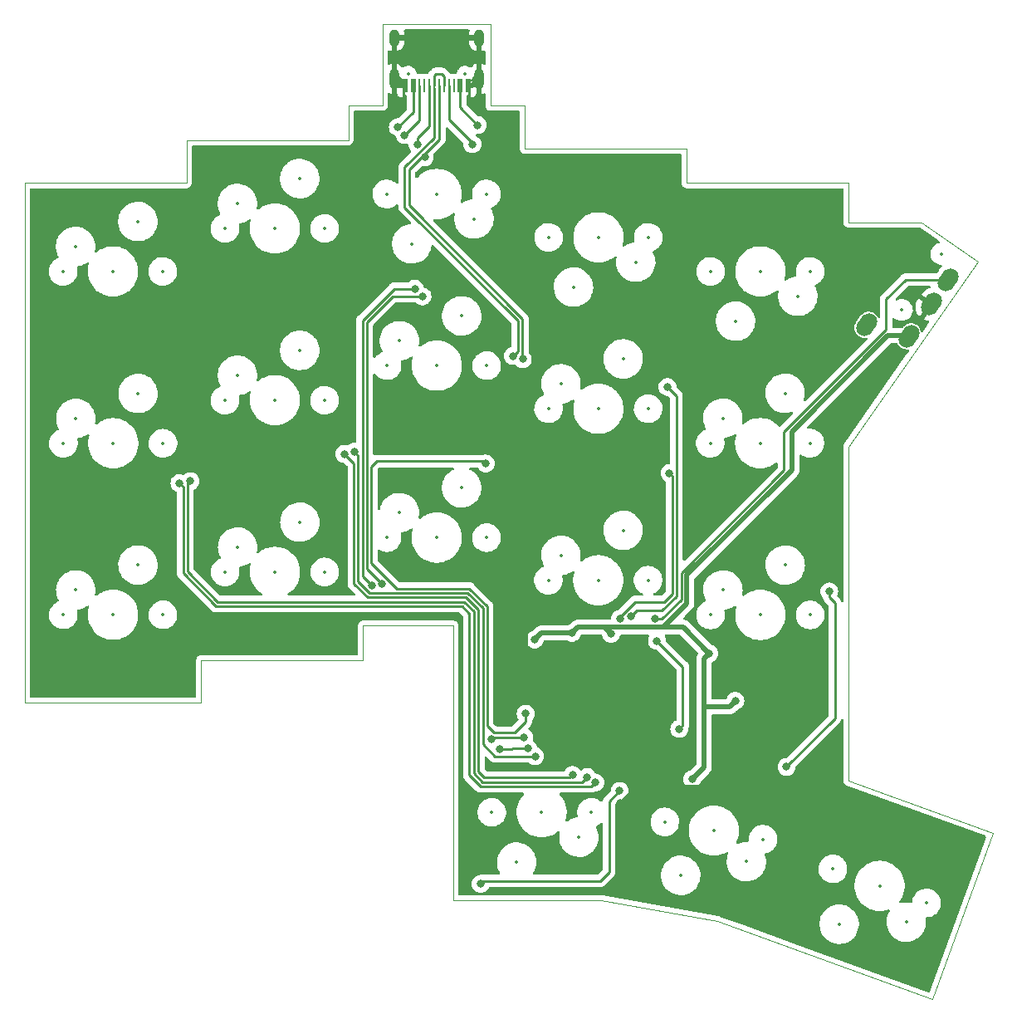
<source format=gtl>
%TF.GenerationSoftware,KiCad,Pcbnew,(6.0.6)*%
%TF.CreationDate,2022-11-13T11:43:50+09:00*%
%TF.ProjectId,split-mini__left,73706c69-742d-46d6-996e-695f5f6c6566,rev?*%
%TF.SameCoordinates,Original*%
%TF.FileFunction,Copper,L1,Top*%
%TF.FilePolarity,Positive*%
%FSLAX46Y46*%
G04 Gerber Fmt 4.6, Leading zero omitted, Abs format (unit mm)*
G04 Created by KiCad (PCBNEW (6.0.6)) date 2022-11-13 11:43:50*
%MOMM*%
%LPD*%
G01*
G04 APERTURE LIST*
G04 Aperture macros list*
%AMHorizOval*
0 Thick line with rounded ends*
0 $1 width*
0 $2 $3 position (X,Y) of the first rounded end (center of the circle)*
0 $4 $5 position (X,Y) of the second rounded end (center of the circle)*
0 Add line between two ends*
20,1,$1,$2,$3,$4,$5,0*
0 Add two circle primitives to create the rounded ends*
1,1,$1,$2,$3*
1,1,$1,$4,$5*%
G04 Aperture macros list end*
%TA.AperFunction,Profile*%
%ADD10C,0.100000*%
%TD*%
%TA.AperFunction,SMDPad,CuDef*%
%ADD11R,0.580000X1.400000*%
%TD*%
%TA.AperFunction,SMDPad,CuDef*%
%ADD12R,0.280000X1.400000*%
%TD*%
%TA.AperFunction,ComponentPad*%
%ADD13O,1.000000X1.800000*%
%TD*%
%TA.AperFunction,ComponentPad*%
%ADD14O,1.000000X2.100000*%
%TD*%
%TA.AperFunction,ComponentPad*%
%ADD15HorizOval,1.700000X-0.229431X-0.327661X0.229431X0.327661X0*%
%TD*%
%TA.AperFunction,ViaPad*%
%ADD16C,0.800000*%
%TD*%
%TA.AperFunction,Conductor*%
%ADD17C,0.500000*%
%TD*%
%TA.AperFunction,Conductor*%
%ADD18C,0.250000*%
%TD*%
%ADD19C,0.350000*%
%ADD20O,0.600000X1.400000*%
%ADD21O,0.600000X1.700000*%
%ADD22HorizOval,1.000000X-0.143394X-0.204788X0.143394X0.204788X0*%
G04 APERTURE END LIST*
D10*
X116274472Y-100918426D02*
X101550000Y-95559156D01*
X50550000Y-30270000D02*
X34050000Y-30270000D01*
X34050000Y-30270000D02*
X34050000Y-34645000D01*
X109006494Y-38645000D02*
X101550000Y-38645000D01*
X114740558Y-42660035D02*
X101550000Y-61498104D01*
X35550000Y-87645000D02*
X35550000Y-83270000D01*
X88214983Y-109860807D02*
X110118110Y-117832893D01*
X35550000Y-83270000D02*
X52050000Y-83270000D01*
X110118110Y-117832893D02*
X116274472Y-100918426D01*
X68550000Y-31145000D02*
X85050000Y-31145000D01*
X34050000Y-34645000D02*
X17550000Y-34645000D01*
X61275000Y-79770000D02*
X61275000Y-107770000D01*
X61275000Y-107770000D02*
X76357429Y-107770000D01*
X17550000Y-87645000D02*
X35550000Y-87645000D01*
X50550000Y-26770000D02*
X50550000Y-30270000D01*
X101550000Y-95559156D02*
X101550000Y-61498104D01*
X65050000Y-26770000D02*
X68550000Y-26770000D01*
X76357429Y-107770000D02*
X88214983Y-109860807D01*
X65050000Y-26770000D02*
X65050000Y-18470000D01*
X17550000Y-34645000D02*
X17550000Y-87645000D01*
X85050000Y-31145000D02*
X85050000Y-34645000D01*
X109006494Y-38645000D02*
X114740558Y-42660035D01*
X54050000Y-26770000D02*
X54050000Y-18470000D01*
X50550000Y-26770000D02*
X54050000Y-26770000D01*
X54050000Y-18470000D02*
X65050000Y-18470000D01*
X101550000Y-38645000D02*
X101550000Y-34645000D01*
X68550000Y-26770000D02*
X68550000Y-31145000D01*
X101550000Y-34645000D02*
X85050000Y-34645000D01*
X52050000Y-83270000D02*
X52050000Y-79770000D01*
X52050000Y-79770000D02*
X61275000Y-79770000D01*
D11*
%TO.P,J1,A1,GND*%
%TO.N,GND*%
X62760000Y-24720000D03*
%TO.P,J1,A4,VBUS*%
%TO.N,Net-(F1-Pad1)*%
X61960000Y-24720000D03*
D12*
%TO.P,J1,A5,CC1*%
%TO.N,Net-(J1-PadA5)*%
X60810000Y-24720000D03*
%TO.P,J1,A6,D+*%
%TO.N,Net-(J1-PadA6)*%
X59810000Y-24720000D03*
%TO.P,J1,A7,D-*%
%TO.N,Net-(J1-PadA7)*%
X59310000Y-24720000D03*
%TO.P,J1,A8,SBU1*%
%TO.N,unconnected-(J1-PadA8)*%
X58310000Y-24720000D03*
D11*
%TO.P,J1,A9,VBUS*%
%TO.N,Net-(F1-Pad1)*%
X57160000Y-24720000D03*
%TO.P,J1,A12,GND*%
%TO.N,GND*%
X56360000Y-24720000D03*
%TO.P,J1,B1,GND*%
X56360000Y-24720000D03*
%TO.P,J1,B4,VBUS*%
%TO.N,Net-(F1-Pad1)*%
X57160000Y-24720000D03*
D12*
%TO.P,J1,B5,CC2*%
%TO.N,Net-(J1-PadB5)*%
X57810000Y-24720000D03*
%TO.P,J1,B6,D+*%
%TO.N,Net-(J1-PadA6)*%
X58810000Y-24720000D03*
%TO.P,J1,B7,D-*%
%TO.N,Net-(J1-PadA7)*%
X60310000Y-24720000D03*
%TO.P,J1,B8,SBU2*%
%TO.N,unconnected-(J1-PadB8)*%
X61310000Y-24720000D03*
D11*
%TO.P,J1,B9,VBUS*%
%TO.N,Net-(F1-Pad1)*%
X61960000Y-24720000D03*
%TO.P,J1,B12,GND*%
%TO.N,GND*%
X62760000Y-24720000D03*
D13*
%TO.P,J1,S1,SHIELD*%
X55240000Y-19840000D03*
D14*
X63880000Y-24020000D03*
X55240000Y-24020000D03*
D13*
X63880000Y-19840000D03*
%TD*%
D15*
%TO.P,J2,A*%
%TO.N,unconnected-(J2-PadA)*%
X103403253Y-49076093D03*
%TO.P,J2,B*%
%TO.N,SCL*%
X111719091Y-44522321D03*
%TO.P,J2,C*%
%TO.N,GND*%
X109998362Y-46979777D03*
%TO.P,J2,D*%
%TO.N,VCC*%
X107704056Y-50256386D03*
%TD*%
D16*
%TO.N,GND*%
X64375000Y-56450000D03*
X68000000Y-85100000D03*
X92380000Y-98620000D03*
X70090000Y-82980500D03*
X78260000Y-97840000D03*
X66740000Y-38310000D03*
X89530000Y-85560000D03*
X68630000Y-70260000D03*
X81678750Y-94581250D03*
X92450000Y-83210000D03*
X63200000Y-100950000D03*
X89000000Y-65000000D03*
%TO.N,VCC*%
X73350000Y-80500000D03*
X77350000Y-80590000D03*
X85620000Y-95410500D03*
X90020000Y-87420000D03*
X87370000Y-82590000D03*
X69560000Y-81170000D03*
%TO.N,Net-(F1-Pad1)*%
X63750000Y-28720000D03*
X55600000Y-28940000D03*
%TO.N,Net-(J1-PadA5)*%
X63200000Y-30674500D03*
%TO.N,Net-(J1-PadA6)*%
X57593764Y-30703764D03*
X58343362Y-32003362D03*
X68340000Y-52590000D03*
%TO.N,Net-(J1-PadA7)*%
X67350000Y-52260000D03*
%TO.N,Net-(J1-PadB5)*%
X56300000Y-29754500D03*
%TO.N,SCL*%
X82025000Y-81300000D03*
X81810500Y-79060500D03*
X84300000Y-90275000D03*
%TO.N,/col0*%
X74914500Y-95190000D03*
X34450000Y-65020000D03*
%TO.N,/col1*%
X51139312Y-62029312D03*
X69600000Y-93070000D03*
%TO.N,/col2*%
X65995562Y-92320562D03*
X57333094Y-45401718D03*
X53000000Y-75695500D03*
X68875500Y-92300205D03*
%TO.N,/col3*%
X78250000Y-79060500D03*
X83300500Y-64200000D03*
%TO.N,/col5*%
X75744707Y-95746563D03*
X33328091Y-65225935D03*
%TO.N,/col6*%
X50140000Y-62260500D03*
X73420000Y-94980000D03*
%TO.N,/col7*%
X65158418Y-91365500D03*
X58115688Y-46184312D03*
X68490000Y-91120000D03*
X54005201Y-75519799D03*
%TO.N,/col8*%
X79362100Y-78822601D03*
X83100000Y-55420000D03*
%TO.N,/col12*%
X64575000Y-63225000D03*
X68640000Y-88730000D03*
%TO.N,/col14*%
X99600000Y-76260000D03*
X95240000Y-94160000D03*
%TO.N,/col15*%
X64050000Y-106075000D03*
X78220000Y-96600000D03*
%TD*%
D17*
%TO.N,GND*%
X89530000Y-85000000D02*
X89530000Y-85560000D01*
X68000000Y-85070500D02*
X70090000Y-82980500D01*
X56360000Y-24720000D02*
X55240000Y-23600000D01*
X68630000Y-84470000D02*
X68630000Y-70260000D01*
X55240000Y-23600000D02*
X55240000Y-19840000D01*
X63180000Y-24720000D02*
X63880000Y-24020000D01*
X66740000Y-29700000D02*
X66740000Y-38310000D01*
X89770000Y-96960000D02*
X89070000Y-96260000D01*
X89070000Y-96260000D02*
X80400000Y-96260000D01*
X92450000Y-83210000D02*
X91320000Y-83210000D01*
X91430000Y-98620000D02*
X89770000Y-96960000D01*
X78260000Y-97840000D02*
X78480000Y-97840000D01*
X55240000Y-19840000D02*
X55330000Y-19750000D01*
X91320000Y-83210000D02*
X89530000Y-85000000D01*
X62760000Y-24720000D02*
X63180000Y-24720000D01*
X63880000Y-19750000D02*
X63880000Y-26840000D01*
X63880000Y-26840000D02*
X66740000Y-29700000D01*
X81678750Y-94641250D02*
X81678750Y-94581250D01*
X55330000Y-19750000D02*
X63880000Y-19750000D01*
X68000000Y-85100000D02*
X68630000Y-84470000D01*
X68000000Y-85100000D02*
X68000000Y-85070500D01*
X92380000Y-98620000D02*
X91430000Y-98620000D01*
X78480000Y-97840000D02*
X81678750Y-94641250D01*
%TO.N,VCC*%
X86830000Y-88020000D02*
X89460000Y-88020000D01*
X73940000Y-79910000D02*
X76670000Y-79910000D01*
X87370000Y-82590000D02*
X84690000Y-79910000D01*
X107784056Y-50206386D02*
X105563614Y-50206386D01*
X86830000Y-94200500D02*
X86830000Y-88020000D01*
X90020000Y-87420000D02*
X90020000Y-87460000D01*
X89460000Y-88020000D02*
X90020000Y-87420000D01*
X95802942Y-59967058D02*
X95802942Y-63867058D01*
X87370000Y-82590000D02*
X86830000Y-83130000D01*
X85620000Y-95410500D02*
X86830000Y-94200500D01*
X95802942Y-63867058D02*
X85075000Y-74595000D01*
X76670000Y-79910000D02*
X77350000Y-80590000D01*
X85075000Y-77495000D02*
X82660000Y-79910000D01*
X85075000Y-74595000D02*
X85075000Y-77495000D01*
X84690000Y-79910000D02*
X76670000Y-79910000D01*
X105563614Y-50206386D02*
X95802942Y-59967058D01*
X70230000Y-80500000D02*
X73350000Y-80500000D01*
X86830000Y-83130000D02*
X86830000Y-88020000D01*
X73350000Y-80500000D02*
X73940000Y-79910000D01*
X69560000Y-81170000D02*
X70230000Y-80500000D01*
D18*
%TO.N,Net-(F1-Pad1)*%
X61960000Y-26930000D02*
X61960000Y-24720000D01*
X55600000Y-28940000D02*
X57160000Y-27380000D01*
X57160000Y-27380000D02*
X57160000Y-24720000D01*
X63750000Y-28720000D02*
X61960000Y-26930000D01*
%TO.N,Net-(J1-PadA5)*%
X60810000Y-28180000D02*
X60810000Y-24720000D01*
X63200000Y-30570000D02*
X60810000Y-28180000D01*
X63200000Y-30674500D02*
X63200000Y-30570000D01*
%TO.N,Net-(J1-PadA6)*%
X56750000Y-36915001D02*
X56750000Y-33280000D01*
X68300000Y-48465001D02*
X56750000Y-36915001D01*
X58343362Y-32003362D02*
X58210000Y-31870000D01*
X58810000Y-28820000D02*
X58810000Y-24720000D01*
X59845000Y-24755000D02*
X59810000Y-24720000D01*
X58210000Y-31870000D02*
X58160000Y-31870000D01*
X68300000Y-52550000D02*
X68300000Y-48465001D01*
X59845000Y-30185000D02*
X59845000Y-24755000D01*
X57593764Y-30036236D02*
X58810000Y-28820000D01*
X56750000Y-33280000D02*
X58160000Y-31870000D01*
X68340000Y-52590000D02*
X68300000Y-52550000D01*
X57593764Y-30703764D02*
X57593764Y-30036236D01*
X58160000Y-31870000D02*
X59845000Y-30185000D01*
%TO.N,Net-(J1-PadA7)*%
X59310000Y-25920000D02*
X59310000Y-24990000D01*
X59500000Y-23500000D02*
X59310000Y-23690000D01*
X67850000Y-48651397D02*
X56300000Y-37101397D01*
X59310000Y-30012126D02*
X59310000Y-25920000D01*
X60080000Y-23500000D02*
X59500000Y-23500000D01*
X67350000Y-52260000D02*
X67850000Y-51760000D01*
X59310000Y-23690000D02*
X59310000Y-24720000D01*
X56300000Y-33022126D02*
X59310000Y-30012126D01*
X56300000Y-37101397D02*
X56300000Y-33022126D01*
X67850000Y-51760000D02*
X67850000Y-48651397D01*
X60310000Y-24720000D02*
X60310000Y-23730000D01*
X60310000Y-23730000D02*
X60080000Y-23500000D01*
%TO.N,Net-(J1-PadB5)*%
X57810000Y-28244500D02*
X57810000Y-24720000D01*
X56300000Y-29754500D02*
X57810000Y-28244500D01*
%TO.N,SCL*%
X84500000Y-74356828D02*
X94990000Y-63866828D01*
X84660000Y-83935000D02*
X82025000Y-81300000D01*
X82514500Y-79060500D02*
X84500000Y-77075000D01*
X81810500Y-79060500D02*
X82514500Y-79060500D01*
X84300000Y-90275000D02*
X84660000Y-89915000D01*
X105410000Y-46455957D02*
X107393636Y-44472321D01*
X84660000Y-89915000D02*
X84660000Y-83935000D01*
X107393636Y-44472321D02*
X111799091Y-44472321D01*
X94990000Y-63866828D02*
X94990000Y-59966828D01*
X84500000Y-77075000D02*
X84500000Y-74356828D01*
X94990000Y-59966828D02*
X105410000Y-49546828D01*
X105410000Y-49546828D02*
X105410000Y-46455957D01*
%TO.N,/col0*%
X34160000Y-65310000D02*
X34160000Y-74243604D01*
X37236396Y-77320000D02*
X62340812Y-77320000D01*
X34160000Y-74243604D02*
X37236396Y-77320000D01*
X74399500Y-95705000D02*
X74914500Y-95190000D01*
X64231396Y-95705000D02*
X74399500Y-95705000D01*
X62340812Y-77320000D02*
X63350000Y-78329188D01*
X63350000Y-94823604D02*
X64231396Y-95705000D01*
X34450000Y-65020000D02*
X34160000Y-65310000D01*
X63350000Y-78329188D02*
X63350000Y-94823604D01*
%TO.N,/col1*%
X51550000Y-62440000D02*
X51550000Y-75270805D01*
X52699195Y-76420000D02*
X62713604Y-76420000D01*
X65510000Y-93070000D02*
X69600000Y-93070000D01*
X64275000Y-77981396D02*
X64275000Y-91835000D01*
X51139312Y-62029312D02*
X51550000Y-62440000D01*
X64275000Y-91835000D02*
X65510000Y-93070000D01*
X51550000Y-75270805D02*
X52699195Y-76420000D01*
X62713604Y-76420000D02*
X64275000Y-77981396D01*
%TO.N,/col2*%
X52000000Y-74695500D02*
X52000000Y-48623604D01*
X67260205Y-92300205D02*
X68875500Y-92300205D01*
X67239848Y-92320562D02*
X67260205Y-92300205D01*
X65995562Y-92320562D02*
X67239848Y-92320562D01*
X55221886Y-45401718D02*
X57333094Y-45401718D01*
X52000000Y-48623604D02*
X55221886Y-45401718D01*
X53000000Y-75695500D02*
X52000000Y-74695500D01*
%TO.N,/col3*%
X83575000Y-76500000D02*
X82732701Y-77342299D01*
X82732701Y-77342299D02*
X79817097Y-77342299D01*
X83300500Y-64200000D02*
X83575000Y-64474500D01*
X79817097Y-77342299D02*
X78250000Y-78909396D01*
X83575000Y-64474500D02*
X83575000Y-76500000D01*
X78250000Y-78909396D02*
X78250000Y-79060500D01*
%TO.N,/col5*%
X62154416Y-77770000D02*
X62900000Y-78515584D01*
X37050000Y-77770000D02*
X62154416Y-77770000D01*
X33710000Y-74430000D02*
X37050000Y-77770000D01*
X33328091Y-65225935D02*
X33710000Y-65607844D01*
X75336270Y-96155000D02*
X75744707Y-95746563D01*
X64045000Y-96155000D02*
X75336270Y-96155000D01*
X33710000Y-65607844D02*
X33710000Y-74430000D01*
X62900000Y-95010000D02*
X64045000Y-96155000D01*
X62900000Y-78515584D02*
X62900000Y-95010000D01*
%TO.N,/col6*%
X64417792Y-95255000D02*
X73145000Y-95255000D01*
X50140000Y-62260500D02*
X51100000Y-63220500D01*
X62527208Y-76870000D02*
X63800000Y-78142792D01*
X51100000Y-75457201D02*
X52512799Y-76870000D01*
X63800000Y-94637208D02*
X64417792Y-95255000D01*
X52512799Y-76870000D02*
X62527208Y-76870000D01*
X63800000Y-78142792D02*
X63800000Y-94637208D01*
X51100000Y-63220500D02*
X51100000Y-75457201D01*
X73145000Y-95255000D02*
X73420000Y-94980000D01*
%TO.N,/col7*%
X54005201Y-75519799D02*
X52450000Y-73964598D01*
X65158418Y-91365500D02*
X65403918Y-91120000D01*
X65403918Y-91120000D02*
X68490000Y-91120000D01*
X52450000Y-48810000D02*
X55075688Y-46184312D01*
X52450000Y-73964598D02*
X52450000Y-48810000D01*
X55075688Y-46184312D02*
X58115688Y-46184312D01*
%TO.N,/col8*%
X79362100Y-78822601D02*
X79984701Y-78200000D01*
X84025000Y-76725000D02*
X84025000Y-56345000D01*
X79984701Y-78200000D02*
X82550000Y-78200000D01*
X84025000Y-56345000D02*
X83100000Y-55420000D01*
X82550000Y-78200000D02*
X84025000Y-76725000D01*
%TO.N,/col12*%
X65381396Y-90670000D02*
X67530000Y-90670000D01*
X53430000Y-63000000D02*
X52900000Y-63530000D01*
X68640000Y-89560000D02*
X68640000Y-88730000D01*
X64350000Y-63000000D02*
X53430000Y-63000000D01*
X52900000Y-63530000D02*
X52900000Y-73390000D01*
X52900000Y-73390000D02*
X55480000Y-75970000D01*
X64575000Y-63225000D02*
X64350000Y-63000000D01*
X64725000Y-77795000D02*
X64725000Y-90013604D01*
X55480000Y-75970000D02*
X62900000Y-75970000D01*
X62900000Y-75970000D02*
X64725000Y-77795000D01*
X67530000Y-90670000D02*
X68640000Y-89560000D01*
X64725000Y-90013604D02*
X65381396Y-90670000D01*
%TO.N,/col14*%
X99600000Y-76260000D02*
X99600000Y-76862332D01*
X99600000Y-76862332D02*
X100170000Y-77432332D01*
X100170000Y-89230000D02*
X95240000Y-94160000D01*
X100170000Y-77432332D02*
X100170000Y-89230000D01*
%TO.N,/col15*%
X76225000Y-105775000D02*
X77140000Y-104860000D01*
X64050000Y-106075000D02*
X64350000Y-105775000D01*
X77140000Y-104860000D02*
X77140000Y-97680000D01*
X77140000Y-97680000D02*
X78220000Y-96600000D01*
X64350000Y-105775000D02*
X76225000Y-105775000D01*
%TD*%
%TA.AperFunction,Conductor*%
%TO.N,GND*%
G36*
X62864815Y-18998502D02*
G01*
X62911308Y-19052158D01*
X62921412Y-19122432D01*
X62916796Y-19142599D01*
X62891119Y-19223541D01*
X62888570Y-19235532D01*
X62872393Y-19379761D01*
X62872000Y-19386785D01*
X62872000Y-19567885D01*
X62876475Y-19583124D01*
X62877865Y-19584329D01*
X62885548Y-19586000D01*
X64008000Y-19586000D01*
X64076121Y-19606002D01*
X64122614Y-19659658D01*
X64134000Y-19712000D01*
X64134000Y-21197924D01*
X64137973Y-21211455D01*
X64145768Y-21212575D01*
X64253521Y-21180862D01*
X64264885Y-21176271D01*
X64357124Y-21128049D01*
X64426760Y-21114215D01*
X64492821Y-21140225D01*
X64534333Y-21197821D01*
X64541500Y-21239711D01*
X64541500Y-22470343D01*
X64521498Y-22538464D01*
X64467842Y-22584957D01*
X64397568Y-22595061D01*
X64355571Y-22581179D01*
X64277924Y-22539196D01*
X64266619Y-22534444D01*
X64151308Y-22498750D01*
X64137205Y-22498544D01*
X64134000Y-22505299D01*
X64134000Y-25527924D01*
X64137973Y-25541455D01*
X64145768Y-25542575D01*
X64253521Y-25510862D01*
X64264885Y-25506271D01*
X64357124Y-25458049D01*
X64426760Y-25444215D01*
X64492821Y-25470225D01*
X64534333Y-25527821D01*
X64541500Y-25569711D01*
X64541500Y-26761377D01*
X64541498Y-26762147D01*
X64541024Y-26839721D01*
X64543491Y-26848352D01*
X64549150Y-26868153D01*
X64552728Y-26884915D01*
X64556920Y-26914187D01*
X64560634Y-26922355D01*
X64560634Y-26922356D01*
X64567548Y-26937562D01*
X64573996Y-26955086D01*
X64581051Y-26979771D01*
X64585843Y-26987365D01*
X64585844Y-26987368D01*
X64596830Y-27004780D01*
X64604969Y-27019863D01*
X64617208Y-27046782D01*
X64623069Y-27053584D01*
X64633970Y-27066235D01*
X64645073Y-27081239D01*
X64658776Y-27102958D01*
X64665501Y-27108897D01*
X64665504Y-27108901D01*
X64680938Y-27122532D01*
X64692982Y-27134724D01*
X64706427Y-27150327D01*
X64706430Y-27150329D01*
X64712287Y-27157127D01*
X64719816Y-27162007D01*
X64719817Y-27162008D01*
X64733835Y-27171094D01*
X64748709Y-27182385D01*
X64761217Y-27193431D01*
X64767951Y-27199378D01*
X64794711Y-27211942D01*
X64809691Y-27220263D01*
X64826983Y-27231471D01*
X64826988Y-27231473D01*
X64834515Y-27236352D01*
X64843108Y-27238922D01*
X64843113Y-27238924D01*
X64859120Y-27243711D01*
X64876564Y-27250372D01*
X64891676Y-27257467D01*
X64891678Y-27257468D01*
X64899800Y-27261281D01*
X64908667Y-27262662D01*
X64908668Y-27262662D01*
X64911353Y-27263080D01*
X64929017Y-27265830D01*
X64945732Y-27269613D01*
X64965466Y-27275515D01*
X64965472Y-27275516D01*
X64974066Y-27278086D01*
X64983037Y-27278141D01*
X64983038Y-27278141D01*
X64993097Y-27278202D01*
X65008506Y-27278296D01*
X65009289Y-27278329D01*
X65010386Y-27278500D01*
X65041377Y-27278500D01*
X65042147Y-27278502D01*
X65115785Y-27278952D01*
X65115786Y-27278952D01*
X65119721Y-27278976D01*
X65121065Y-27278592D01*
X65122410Y-27278500D01*
X67915500Y-27278500D01*
X67983621Y-27298502D01*
X68030114Y-27352158D01*
X68041500Y-27404500D01*
X68041500Y-31136377D01*
X68041498Y-31137147D01*
X68041024Y-31214721D01*
X68043491Y-31223352D01*
X68049150Y-31243153D01*
X68052728Y-31259915D01*
X68056920Y-31289187D01*
X68060634Y-31297355D01*
X68060634Y-31297356D01*
X68067548Y-31312562D01*
X68073996Y-31330086D01*
X68081051Y-31354771D01*
X68085843Y-31362365D01*
X68085844Y-31362368D01*
X68096830Y-31379780D01*
X68104969Y-31394863D01*
X68117208Y-31421782D01*
X68123069Y-31428584D01*
X68133970Y-31441235D01*
X68145073Y-31456239D01*
X68158776Y-31477958D01*
X68165501Y-31483897D01*
X68165504Y-31483901D01*
X68180938Y-31497532D01*
X68192982Y-31509724D01*
X68206427Y-31525327D01*
X68206430Y-31525329D01*
X68212287Y-31532127D01*
X68219816Y-31537007D01*
X68219817Y-31537008D01*
X68233835Y-31546094D01*
X68248709Y-31557385D01*
X68261217Y-31568431D01*
X68267951Y-31574378D01*
X68294711Y-31586942D01*
X68309691Y-31595263D01*
X68326983Y-31606471D01*
X68326988Y-31606473D01*
X68334515Y-31611352D01*
X68343108Y-31613922D01*
X68343113Y-31613924D01*
X68359120Y-31618711D01*
X68376564Y-31625372D01*
X68391676Y-31632467D01*
X68391678Y-31632468D01*
X68399800Y-31636281D01*
X68408667Y-31637662D01*
X68408668Y-31637662D01*
X68418310Y-31639163D01*
X68429017Y-31640830D01*
X68445732Y-31644613D01*
X68465466Y-31650515D01*
X68465472Y-31650516D01*
X68474066Y-31653086D01*
X68483037Y-31653141D01*
X68483038Y-31653141D01*
X68493097Y-31653202D01*
X68508506Y-31653296D01*
X68509289Y-31653329D01*
X68510386Y-31653500D01*
X68541377Y-31653500D01*
X68542147Y-31653502D01*
X68615785Y-31653952D01*
X68615786Y-31653952D01*
X68619721Y-31653976D01*
X68621065Y-31653592D01*
X68622410Y-31653500D01*
X84415500Y-31653500D01*
X84483621Y-31673502D01*
X84530114Y-31727158D01*
X84541500Y-31779500D01*
X84541500Y-34636377D01*
X84541498Y-34637147D01*
X84541024Y-34714721D01*
X84543491Y-34723352D01*
X84549150Y-34743153D01*
X84552728Y-34759915D01*
X84556920Y-34789187D01*
X84560634Y-34797355D01*
X84560634Y-34797356D01*
X84567548Y-34812562D01*
X84573996Y-34830086D01*
X84581051Y-34854771D01*
X84585843Y-34862365D01*
X84585844Y-34862368D01*
X84596830Y-34879780D01*
X84604969Y-34894863D01*
X84617208Y-34921782D01*
X84623069Y-34928584D01*
X84633970Y-34941235D01*
X84645073Y-34956239D01*
X84658776Y-34977958D01*
X84665501Y-34983897D01*
X84665504Y-34983901D01*
X84680938Y-34997532D01*
X84692982Y-35009724D01*
X84706427Y-35025327D01*
X84706430Y-35025329D01*
X84712287Y-35032127D01*
X84719816Y-35037007D01*
X84719817Y-35037008D01*
X84733835Y-35046094D01*
X84748709Y-35057385D01*
X84761217Y-35068431D01*
X84767951Y-35074378D01*
X84794711Y-35086942D01*
X84809691Y-35095263D01*
X84826983Y-35106471D01*
X84826988Y-35106473D01*
X84834515Y-35111352D01*
X84843108Y-35113922D01*
X84843113Y-35113924D01*
X84859120Y-35118711D01*
X84876564Y-35125372D01*
X84891676Y-35132467D01*
X84891678Y-35132468D01*
X84899800Y-35136281D01*
X84908667Y-35137662D01*
X84908668Y-35137662D01*
X84911353Y-35138080D01*
X84929017Y-35140830D01*
X84945732Y-35144613D01*
X84965466Y-35150515D01*
X84965472Y-35150516D01*
X84974066Y-35153086D01*
X84983037Y-35153141D01*
X84983038Y-35153141D01*
X84993097Y-35153202D01*
X85008506Y-35153296D01*
X85009289Y-35153329D01*
X85010386Y-35153500D01*
X85041377Y-35153500D01*
X85042147Y-35153502D01*
X85115785Y-35153952D01*
X85115786Y-35153952D01*
X85119721Y-35153976D01*
X85121065Y-35153592D01*
X85122410Y-35153500D01*
X100915500Y-35153500D01*
X100983621Y-35173502D01*
X101030114Y-35227158D01*
X101041500Y-35279500D01*
X101041500Y-38636377D01*
X101041498Y-38637147D01*
X101041024Y-38714721D01*
X101044559Y-38727089D01*
X101049150Y-38743153D01*
X101052728Y-38759915D01*
X101056920Y-38789187D01*
X101060634Y-38797355D01*
X101060634Y-38797356D01*
X101067548Y-38812562D01*
X101073996Y-38830086D01*
X101081051Y-38854771D01*
X101085843Y-38862365D01*
X101085844Y-38862368D01*
X101096830Y-38879780D01*
X101104969Y-38894863D01*
X101117208Y-38921782D01*
X101123069Y-38928584D01*
X101133970Y-38941235D01*
X101145073Y-38956239D01*
X101158776Y-38977958D01*
X101165501Y-38983897D01*
X101165504Y-38983901D01*
X101180938Y-38997532D01*
X101192982Y-39009724D01*
X101206427Y-39025327D01*
X101206430Y-39025329D01*
X101212287Y-39032127D01*
X101219816Y-39037007D01*
X101219817Y-39037008D01*
X101233835Y-39046094D01*
X101248709Y-39057385D01*
X101261217Y-39068431D01*
X101267951Y-39074378D01*
X101294711Y-39086942D01*
X101309691Y-39095263D01*
X101326983Y-39106471D01*
X101326988Y-39106473D01*
X101334515Y-39111352D01*
X101343108Y-39113922D01*
X101343113Y-39113924D01*
X101359120Y-39118711D01*
X101376564Y-39125372D01*
X101391676Y-39132467D01*
X101391678Y-39132468D01*
X101399800Y-39136281D01*
X101408667Y-39137662D01*
X101408668Y-39137662D01*
X101418310Y-39139163D01*
X101429017Y-39140830D01*
X101445732Y-39144613D01*
X101465466Y-39150515D01*
X101465472Y-39150516D01*
X101474066Y-39153086D01*
X101483037Y-39153141D01*
X101483038Y-39153141D01*
X101493097Y-39153202D01*
X101508506Y-39153296D01*
X101509289Y-39153329D01*
X101510386Y-39153500D01*
X101541377Y-39153500D01*
X101542147Y-39153502D01*
X101615785Y-39153952D01*
X101615786Y-39153952D01*
X101619721Y-39153976D01*
X101621065Y-39153592D01*
X101622410Y-39153500D01*
X108806436Y-39153500D01*
X108878707Y-39176287D01*
X109851083Y-39857152D01*
X110774951Y-40504051D01*
X110821194Y-40536431D01*
X110865522Y-40591888D01*
X110872831Y-40662507D01*
X110840800Y-40725868D01*
X110784392Y-40760549D01*
X110731401Y-40776095D01*
X110617775Y-40809429D01*
X110612448Y-40812173D01*
X110612447Y-40812173D01*
X110435060Y-40903533D01*
X110435057Y-40903535D01*
X110429729Y-40906279D01*
X110263389Y-41036941D01*
X110259457Y-41041472D01*
X110259454Y-41041475D01*
X110153090Y-41164049D01*
X110124757Y-41196700D01*
X110121757Y-41201886D01*
X110121754Y-41201890D01*
X110089206Y-41258152D01*
X110018836Y-41379791D01*
X109949448Y-41579608D01*
X109948587Y-41585543D01*
X109948587Y-41585545D01*
X109921662Y-41771246D01*
X109919096Y-41788941D01*
X109928876Y-42000236D01*
X109930280Y-42006061D01*
X109930280Y-42006062D01*
X109972612Y-42181712D01*
X109978434Y-42205871D01*
X109980916Y-42211329D01*
X109980917Y-42211333D01*
X110024362Y-42306883D01*
X110065983Y-42398424D01*
X110188363Y-42570948D01*
X110341159Y-42717218D01*
X110518857Y-42831957D01*
X110554271Y-42846229D01*
X110709477Y-42908779D01*
X110709480Y-42908780D01*
X110715046Y-42911023D01*
X110922646Y-42951565D01*
X110928208Y-42951837D01*
X110966471Y-42951837D01*
X111034592Y-42971839D01*
X111081085Y-43025495D01*
X111091189Y-43095769D01*
X111061695Y-43160349D01*
X111055193Y-43167304D01*
X110910232Y-43311005D01*
X110895446Y-43330136D01*
X110894609Y-43331331D01*
X110894596Y-43331349D01*
X110746340Y-43543081D01*
X110578476Y-43782816D01*
X110576882Y-43785092D01*
X110521425Y-43829420D01*
X110473669Y-43838821D01*
X107472403Y-43838821D01*
X107461220Y-43838294D01*
X107453727Y-43836619D01*
X107445801Y-43836868D01*
X107445800Y-43836868D01*
X107385637Y-43838759D01*
X107381679Y-43838821D01*
X107353780Y-43838821D01*
X107349790Y-43839325D01*
X107337956Y-43840257D01*
X107293747Y-43841647D01*
X107286133Y-43843859D01*
X107286128Y-43843860D01*
X107274295Y-43847298D01*
X107254932Y-43851309D01*
X107234839Y-43853847D01*
X107227472Y-43856764D01*
X107227467Y-43856765D01*
X107193728Y-43870123D01*
X107182501Y-43873967D01*
X107140043Y-43886303D01*
X107133217Y-43890340D01*
X107122608Y-43896614D01*
X107104860Y-43905309D01*
X107086019Y-43912769D01*
X107079603Y-43917431D01*
X107079602Y-43917431D01*
X107050249Y-43938757D01*
X107040329Y-43945273D01*
X107009101Y-43963741D01*
X107009098Y-43963743D01*
X107002274Y-43967779D01*
X106987953Y-43982100D01*
X106972920Y-43994940D01*
X106956529Y-44006849D01*
X106946194Y-44019342D01*
X106928338Y-44040926D01*
X106920348Y-44049705D01*
X105017747Y-45952305D01*
X105009461Y-45959845D01*
X105002982Y-45963957D01*
X104997557Y-45969734D01*
X104956357Y-46013608D01*
X104953602Y-46016450D01*
X104933865Y-46036187D01*
X104931385Y-46039384D01*
X104923682Y-46048404D01*
X104893414Y-46080636D01*
X104889595Y-46087582D01*
X104889593Y-46087585D01*
X104883652Y-46098391D01*
X104872801Y-46114910D01*
X104860386Y-46130916D01*
X104857241Y-46138185D01*
X104857238Y-46138189D01*
X104842826Y-46171494D01*
X104837609Y-46182144D01*
X104816305Y-46220897D01*
X104814334Y-46228572D01*
X104814334Y-46228573D01*
X104811267Y-46240519D01*
X104804863Y-46259223D01*
X104796819Y-46277812D01*
X104795580Y-46285635D01*
X104795577Y-46285645D01*
X104789901Y-46321481D01*
X104787495Y-46333101D01*
X104776500Y-46375927D01*
X104776500Y-46396181D01*
X104774949Y-46415891D01*
X104771780Y-46435900D01*
X104774927Y-46469186D01*
X104775941Y-46479918D01*
X104776500Y-46491776D01*
X104776500Y-48261474D01*
X104756498Y-48329595D01*
X104702842Y-48376088D01*
X104632568Y-48386192D01*
X104567988Y-48356698D01*
X104540086Y-48322175D01*
X104463560Y-48182976D01*
X104463556Y-48182970D01*
X104460480Y-48177375D01*
X104328746Y-48022587D01*
X104168577Y-47897450D01*
X103986518Y-47807075D01*
X103867697Y-47775681D01*
X103796168Y-47756782D01*
X103796165Y-47756781D01*
X103790005Y-47755154D01*
X103783643Y-47754798D01*
X103783641Y-47754798D01*
X103593434Y-47744163D01*
X103593433Y-47744163D01*
X103587065Y-47743807D01*
X103580755Y-47744739D01*
X103580750Y-47744739D01*
X103447914Y-47764355D01*
X103385989Y-47773499D01*
X103194990Y-47843017D01*
X103189548Y-47846365D01*
X103119385Y-47889530D01*
X103021871Y-47949521D01*
X103017219Y-47953889D01*
X103017217Y-47953891D01*
X102931582Y-48034307D01*
X102873703Y-48088659D01*
X102869598Y-48093914D01*
X102868645Y-48095275D01*
X102326952Y-48868890D01*
X102326946Y-48868899D01*
X102325123Y-48871503D01*
X102250873Y-49004357D01*
X102189414Y-49198100D01*
X102168168Y-49400243D01*
X102168790Y-49406587D01*
X102168790Y-49406590D01*
X102186570Y-49587929D01*
X102188002Y-49602530D01*
X102189888Y-49608624D01*
X102189889Y-49608627D01*
X102238965Y-49767163D01*
X102248107Y-49796696D01*
X102291087Y-49874877D01*
X102337651Y-49959576D01*
X102346026Y-49974811D01*
X102477760Y-50129599D01*
X102637929Y-50254736D01*
X102819988Y-50345111D01*
X102826161Y-50346742D01*
X103010338Y-50395404D01*
X103010341Y-50395405D01*
X103016501Y-50397032D01*
X103022863Y-50397388D01*
X103022865Y-50397388D01*
X103213072Y-50408023D01*
X103213073Y-50408023D01*
X103219441Y-50408379D01*
X103300285Y-50396441D01*
X103350679Y-50389000D01*
X103420991Y-50398836D01*
X103474823Y-50445125D01*
X103495084Y-50513169D01*
X103475341Y-50581365D01*
X103458180Y-50602743D01*
X97196092Y-56864831D01*
X97133780Y-56898857D01*
X97062965Y-56893792D01*
X97006129Y-56851245D01*
X96981318Y-56784725D01*
X96990172Y-56728536D01*
X97003211Y-56696264D01*
X97003214Y-56696256D01*
X97004862Y-56692176D01*
X97006981Y-56683678D01*
X97071753Y-56423893D01*
X97071754Y-56423888D01*
X97072817Y-56419624D01*
X97074345Y-56405092D01*
X97101719Y-56144636D01*
X97101719Y-56144633D01*
X97102178Y-56140267D01*
X97101955Y-56133868D01*
X97092529Y-55863939D01*
X97092528Y-55863933D01*
X97092375Y-55859542D01*
X97091356Y-55853760D01*
X97052997Y-55636218D01*
X97043598Y-55582913D01*
X96956797Y-55315765D01*
X96954821Y-55311712D01*
X96860708Y-55118754D01*
X96833660Y-55063298D01*
X96831205Y-55059659D01*
X96831202Y-55059653D01*
X96724355Y-54901246D01*
X96676585Y-54830424D01*
X96488629Y-54621678D01*
X96273450Y-54441121D01*
X96035236Y-54292269D01*
X95830717Y-54201211D01*
X95782639Y-54179805D01*
X95782637Y-54179804D01*
X95778625Y-54178018D01*
X95547711Y-54111805D01*
X95512837Y-54101805D01*
X95512836Y-54101805D01*
X95508610Y-54100593D01*
X95504260Y-54099982D01*
X95504257Y-54099981D01*
X95374641Y-54081765D01*
X95230448Y-54061500D01*
X95019854Y-54061500D01*
X95017668Y-54061653D01*
X95017664Y-54061653D01*
X94814173Y-54075882D01*
X94814168Y-54075883D01*
X94809788Y-54076189D01*
X94535030Y-54134591D01*
X94530901Y-54136094D01*
X94530897Y-54136095D01*
X94275219Y-54229154D01*
X94275215Y-54229156D01*
X94271074Y-54230663D01*
X94023058Y-54362536D01*
X94019499Y-54365122D01*
X94019497Y-54365123D01*
X93802879Y-54522505D01*
X93795808Y-54527642D01*
X93792644Y-54530698D01*
X93792641Y-54530700D01*
X93768626Y-54553891D01*
X93593748Y-54722769D01*
X93420812Y-54944118D01*
X93418616Y-54947922D01*
X93418611Y-54947929D01*
X93348334Y-55069653D01*
X93280364Y-55187381D01*
X93175138Y-55447824D01*
X93174073Y-55452097D01*
X93174072Y-55452099D01*
X93109220Y-55712207D01*
X93107183Y-55720376D01*
X93106724Y-55724744D01*
X93106723Y-55724749D01*
X93078281Y-55995364D01*
X93077822Y-55999733D01*
X93077975Y-56004121D01*
X93077975Y-56004127D01*
X93087071Y-56264580D01*
X93087625Y-56280458D01*
X93088387Y-56284781D01*
X93088388Y-56284788D01*
X93112164Y-56419624D01*
X93136402Y-56557087D01*
X93223203Y-56824235D01*
X93225131Y-56828188D01*
X93225133Y-56828193D01*
X93249037Y-56877203D01*
X93346340Y-57076702D01*
X93348795Y-57080341D01*
X93348798Y-57080347D01*
X93401753Y-57158856D01*
X93503415Y-57309576D01*
X93691371Y-57518322D01*
X93694733Y-57521143D01*
X93694734Y-57521144D01*
X93706652Y-57531144D01*
X93906550Y-57698879D01*
X94144764Y-57847731D01*
X94283133Y-57909337D01*
X94334765Y-57932325D01*
X94401375Y-57961982D01*
X94671390Y-58039407D01*
X94675740Y-58040018D01*
X94675743Y-58040019D01*
X94778690Y-58054487D01*
X94949552Y-58078500D01*
X95160146Y-58078500D01*
X95162332Y-58078347D01*
X95162336Y-58078347D01*
X95365827Y-58064118D01*
X95365832Y-58064117D01*
X95370212Y-58063811D01*
X95644970Y-58005409D01*
X95649099Y-58003906D01*
X95649103Y-58003905D01*
X95756378Y-57964860D01*
X95827231Y-57960357D01*
X95889272Y-57994875D01*
X95922801Y-58057456D01*
X95917175Y-58128229D01*
X95888567Y-58172356D01*
X94626756Y-59434167D01*
X94564444Y-59468193D01*
X94493629Y-59463128D01*
X94445811Y-59431325D01*
X94307588Y-59284133D01*
X94304877Y-59281246D01*
X94131765Y-59138035D01*
X94059871Y-59078559D01*
X94059863Y-59078553D01*
X94056822Y-59076037D01*
X93837705Y-58936981D01*
X93788351Y-58905660D01*
X93788350Y-58905660D01*
X93785004Y-58903536D01*
X93781425Y-58901852D01*
X93781418Y-58901848D01*
X93497299Y-58768152D01*
X93497295Y-58768150D01*
X93493709Y-58766463D01*
X93187531Y-58666980D01*
X92871299Y-58606655D01*
X92630412Y-58591500D01*
X92469588Y-58591500D01*
X92228701Y-58606655D01*
X91912469Y-58666980D01*
X91606291Y-58766463D01*
X91602705Y-58768150D01*
X91602701Y-58768152D01*
X91318582Y-58901848D01*
X91318575Y-58901852D01*
X91314996Y-58903536D01*
X91311650Y-58905660D01*
X91311649Y-58905660D01*
X91262295Y-58936981D01*
X91043178Y-59076037D01*
X90898282Y-59195905D01*
X90833047Y-59223914D01*
X90763022Y-59212207D01*
X90710443Y-59164500D01*
X90692002Y-59095941D01*
X90695712Y-59068337D01*
X90721753Y-58963893D01*
X90721754Y-58963888D01*
X90722817Y-58959624D01*
X90724686Y-58941847D01*
X90751719Y-58684636D01*
X90751719Y-58684633D01*
X90752178Y-58680267D01*
X90751688Y-58666236D01*
X90742529Y-58403939D01*
X90742528Y-58403933D01*
X90742375Y-58399542D01*
X90718608Y-58264749D01*
X90698967Y-58153361D01*
X90693598Y-58122913D01*
X90606797Y-57855765D01*
X90603750Y-57849516D01*
X90536293Y-57711211D01*
X90483660Y-57603298D01*
X90481205Y-57599659D01*
X90481202Y-57599653D01*
X90366963Y-57430287D01*
X90326585Y-57370424D01*
X90138629Y-57161678D01*
X89923450Y-56981121D01*
X89685236Y-56832269D01*
X89452249Y-56728536D01*
X89432639Y-56719805D01*
X89432637Y-56719804D01*
X89428625Y-56718018D01*
X89197711Y-56651805D01*
X89162837Y-56641805D01*
X89162836Y-56641805D01*
X89158610Y-56640593D01*
X89154260Y-56639982D01*
X89154257Y-56639981D01*
X89051310Y-56625513D01*
X88880448Y-56601500D01*
X88669854Y-56601500D01*
X88667668Y-56601653D01*
X88667664Y-56601653D01*
X88464173Y-56615882D01*
X88464168Y-56615883D01*
X88459788Y-56616189D01*
X88185030Y-56674591D01*
X88180901Y-56676094D01*
X88180897Y-56676095D01*
X87925219Y-56769154D01*
X87925215Y-56769156D01*
X87921074Y-56770663D01*
X87673058Y-56902536D01*
X87669499Y-56905122D01*
X87669497Y-56905123D01*
X87463269Y-57054956D01*
X87445808Y-57067642D01*
X87442644Y-57070698D01*
X87442641Y-57070700D01*
X87366897Y-57143845D01*
X87243748Y-57262769D01*
X87070812Y-57484118D01*
X87068616Y-57487922D01*
X87068611Y-57487929D01*
X86990999Y-57622358D01*
X86930364Y-57727381D01*
X86825138Y-57987824D01*
X86824073Y-57992097D01*
X86824072Y-57992099D01*
X86761006Y-58245044D01*
X86757183Y-58260376D01*
X86756724Y-58264744D01*
X86756723Y-58264749D01*
X86736690Y-58455359D01*
X86727822Y-58539733D01*
X86727975Y-58544121D01*
X86727975Y-58544127D01*
X86737243Y-58809515D01*
X86737625Y-58820458D01*
X86738387Y-58824781D01*
X86738388Y-58824788D01*
X86762164Y-58959624D01*
X86786402Y-59097087D01*
X86873203Y-59364235D01*
X86875131Y-59368188D01*
X86875133Y-59368193D01*
X86947159Y-59515867D01*
X86994725Y-59613391D01*
X86996340Y-59616702D01*
X86995615Y-59617056D01*
X87011428Y-59682210D01*
X86988214Y-59749305D01*
X86935812Y-59791778D01*
X86783159Y-59858153D01*
X86783156Y-59858155D01*
X86778422Y-59860213D01*
X86774088Y-59863017D01*
X86774084Y-59863019D01*
X86581396Y-59987675D01*
X86581393Y-59987677D01*
X86577053Y-59990485D01*
X86573230Y-59993964D01*
X86573227Y-59993966D01*
X86403487Y-60148418D01*
X86399665Y-60151896D01*
X86396466Y-60155947D01*
X86396462Y-60155951D01*
X86294803Y-60284674D01*
X86251021Y-60340112D01*
X86135113Y-60550078D01*
X86115374Y-60605819D01*
X86057002Y-60770658D01*
X86055055Y-60776155D01*
X86054148Y-60781248D01*
X86054147Y-60781251D01*
X86016000Y-60995411D01*
X86012996Y-61012273D01*
X86012933Y-61017437D01*
X86010269Y-61235509D01*
X86010066Y-61252089D01*
X86046343Y-61489163D01*
X86120854Y-61717129D01*
X86231597Y-61929864D01*
X86234700Y-61933997D01*
X86234702Y-61934000D01*
X86342171Y-62077135D01*
X86375598Y-62121655D01*
X86389800Y-62135227D01*
X86531293Y-62270440D01*
X86548990Y-62287352D01*
X86553262Y-62290266D01*
X86553263Y-62290267D01*
X86647915Y-62354834D01*
X86747117Y-62422505D01*
X86820796Y-62456706D01*
X86957476Y-62520151D01*
X86964656Y-62523484D01*
X87195768Y-62587576D01*
X87294467Y-62598124D01*
X87388222Y-62608144D01*
X87388230Y-62608144D01*
X87391557Y-62608500D01*
X87530803Y-62608500D01*
X87533376Y-62608288D01*
X87533387Y-62608288D01*
X87703876Y-62594271D01*
X87703882Y-62594270D01*
X87709027Y-62593847D01*
X87825331Y-62564634D01*
X87936625Y-62536679D01*
X87936629Y-62536678D01*
X87941636Y-62535420D01*
X87946366Y-62533364D01*
X87946373Y-62533361D01*
X88156841Y-62441847D01*
X88156844Y-62441845D01*
X88161578Y-62439787D01*
X88165912Y-62436983D01*
X88165916Y-62436981D01*
X88358604Y-62312325D01*
X88358607Y-62312323D01*
X88362947Y-62309515D01*
X88372900Y-62300459D01*
X88536513Y-62151582D01*
X88536514Y-62151580D01*
X88540335Y-62148104D01*
X88543534Y-62144053D01*
X88543538Y-62144049D01*
X88685774Y-61963946D01*
X88688979Y-61959888D01*
X88804887Y-61749922D01*
X88865856Y-61577751D01*
X88883219Y-61528720D01*
X88883220Y-61528716D01*
X88884945Y-61523845D01*
X88889342Y-61499163D01*
X88926098Y-61292816D01*
X88926099Y-61292810D01*
X88927004Y-61287727D01*
X88929934Y-61047911D01*
X88893657Y-60810837D01*
X88880524Y-60770657D01*
X88878373Y-60699694D01*
X88914929Y-60638832D01*
X88978586Y-60607395D01*
X88991499Y-60605819D01*
X89015828Y-60604118D01*
X89015834Y-60604117D01*
X89020212Y-60603811D01*
X89294970Y-60545409D01*
X89299099Y-60543906D01*
X89299103Y-60543905D01*
X89554781Y-60450846D01*
X89554785Y-60450844D01*
X89558926Y-60449337D01*
X89806942Y-60317464D01*
X89897682Y-60251538D01*
X89911446Y-60241538D01*
X89978314Y-60217679D01*
X90047466Y-60233760D01*
X90096946Y-60284674D01*
X90111045Y-60354257D01*
X90107548Y-60374809D01*
X90085845Y-60459337D01*
X90031849Y-60669637D01*
X90031353Y-60673565D01*
X90031352Y-60673569D01*
X90018393Y-60776155D01*
X89991500Y-60989033D01*
X89991500Y-61310967D01*
X90004455Y-61413515D01*
X90026314Y-61586545D01*
X90031849Y-61630363D01*
X90052864Y-61712211D01*
X90110925Y-61938345D01*
X90110928Y-61938353D01*
X90111911Y-61942183D01*
X90230422Y-62241510D01*
X90385516Y-62523624D01*
X90574744Y-62784074D01*
X90795123Y-63018754D01*
X90949816Y-63146727D01*
X91036496Y-63218435D01*
X91043178Y-63223963D01*
X91314996Y-63396464D01*
X91318575Y-63398148D01*
X91318582Y-63398152D01*
X91602701Y-63531848D01*
X91602705Y-63531850D01*
X91606291Y-63533537D01*
X91610063Y-63534763D01*
X91610064Y-63534763D01*
X91739297Y-63576753D01*
X91912469Y-63633020D01*
X92228701Y-63693345D01*
X92469588Y-63708500D01*
X92630412Y-63708500D01*
X92871299Y-63693345D01*
X93187531Y-63633020D01*
X93360703Y-63576753D01*
X93489936Y-63534763D01*
X93489937Y-63534763D01*
X93493709Y-63533537D01*
X93497295Y-63531850D01*
X93497299Y-63531848D01*
X93781418Y-63398152D01*
X93781425Y-63398148D01*
X93785004Y-63396464D01*
X94056822Y-63223963D01*
X94150185Y-63146727D01*
X94215422Y-63118716D01*
X94285447Y-63130423D01*
X94338026Y-63178129D01*
X94356500Y-63243811D01*
X94356500Y-63552233D01*
X94336498Y-63620354D01*
X94319595Y-63641328D01*
X84873595Y-73087328D01*
X84811283Y-73121354D01*
X84740468Y-73116289D01*
X84683632Y-73073742D01*
X84658821Y-73007222D01*
X84658500Y-72998233D01*
X84658500Y-56423768D01*
X84659027Y-56412585D01*
X84660702Y-56405092D01*
X84658562Y-56337001D01*
X84658500Y-56333044D01*
X84658500Y-56305144D01*
X84657996Y-56301153D01*
X84657063Y-56289311D01*
X84656963Y-56286109D01*
X84655674Y-56245111D01*
X84653461Y-56237493D01*
X84650021Y-56225652D01*
X84646012Y-56206293D01*
X84645580Y-56202871D01*
X84643474Y-56186203D01*
X84640558Y-56178837D01*
X84640556Y-56178831D01*
X84627200Y-56145098D01*
X84623355Y-56133868D01*
X84613230Y-56099017D01*
X84613230Y-56099016D01*
X84611019Y-56091407D01*
X84600705Y-56073966D01*
X84592008Y-56056213D01*
X84587472Y-56044758D01*
X84584552Y-56037383D01*
X84558563Y-56001612D01*
X84552047Y-55991692D01*
X84546111Y-55981655D01*
X84529542Y-55953638D01*
X84515221Y-55939317D01*
X84502380Y-55924283D01*
X84495131Y-55914306D01*
X84490472Y-55907893D01*
X84484367Y-55902842D01*
X84484362Y-55902837D01*
X84456402Y-55879706D01*
X84447624Y-55871719D01*
X84250925Y-55675020D01*
X84047122Y-55471218D01*
X84013097Y-55408905D01*
X84010907Y-55395292D01*
X83994232Y-55236635D01*
X83994232Y-55236633D01*
X83993542Y-55230072D01*
X83934527Y-55048444D01*
X83839040Y-54883056D01*
X83803942Y-54844075D01*
X83715675Y-54746045D01*
X83715674Y-54746044D01*
X83711253Y-54741134D01*
X83556752Y-54628882D01*
X83550724Y-54626198D01*
X83550722Y-54626197D01*
X83388319Y-54553891D01*
X83388318Y-54553891D01*
X83382288Y-54551206D01*
X83271429Y-54527642D01*
X83201944Y-54512872D01*
X83201939Y-54512872D01*
X83195487Y-54511500D01*
X83004513Y-54511500D01*
X82998061Y-54512872D01*
X82998056Y-54512872D01*
X82928571Y-54527642D01*
X82817712Y-54551206D01*
X82811682Y-54553891D01*
X82811681Y-54553891D01*
X82649278Y-54626197D01*
X82649276Y-54626198D01*
X82643248Y-54628882D01*
X82488747Y-54741134D01*
X82484326Y-54746044D01*
X82484325Y-54746045D01*
X82396059Y-54844075D01*
X82360960Y-54883056D01*
X82265473Y-55048444D01*
X82206458Y-55230072D01*
X82205768Y-55236633D01*
X82205768Y-55236635D01*
X82193235Y-55355882D01*
X82186496Y-55420000D01*
X82187186Y-55426565D01*
X82204670Y-55592913D01*
X82206458Y-55609928D01*
X82265473Y-55791556D01*
X82268776Y-55797278D01*
X82268777Y-55797279D01*
X82292102Y-55837679D01*
X82360960Y-55956944D01*
X82365378Y-55961851D01*
X82365379Y-55961852D01*
X82440028Y-56044758D01*
X82488747Y-56098866D01*
X82559494Y-56150267D01*
X82635831Y-56205729D01*
X82643248Y-56211118D01*
X82649276Y-56213802D01*
X82649278Y-56213803D01*
X82811681Y-56286109D01*
X82817712Y-56288794D01*
X82911112Y-56308647D01*
X82998056Y-56327128D01*
X82998061Y-56327128D01*
X83004513Y-56328500D01*
X83060406Y-56328500D01*
X83128527Y-56348502D01*
X83149501Y-56365405D01*
X83354595Y-56570499D01*
X83388621Y-56632811D01*
X83391500Y-56659594D01*
X83391500Y-63165500D01*
X83371498Y-63233621D01*
X83317842Y-63280114D01*
X83265500Y-63291500D01*
X83205013Y-63291500D01*
X83198561Y-63292872D01*
X83198556Y-63292872D01*
X83111613Y-63311353D01*
X83018212Y-63331206D01*
X83012182Y-63333891D01*
X83012181Y-63333891D01*
X82849778Y-63406197D01*
X82849776Y-63406198D01*
X82843748Y-63408882D01*
X82838407Y-63412762D01*
X82838406Y-63412763D01*
X82792658Y-63446001D01*
X82689247Y-63521134D01*
X82684826Y-63526044D01*
X82684825Y-63526045D01*
X82577367Y-63645390D01*
X82561460Y-63663056D01*
X82508088Y-63755499D01*
X82495979Y-63776473D01*
X82465973Y-63828444D01*
X82406958Y-64010072D01*
X82406268Y-64016633D01*
X82406268Y-64016635D01*
X82392269Y-64149834D01*
X82386996Y-64200000D01*
X82387686Y-64206565D01*
X82405681Y-64377774D01*
X82406958Y-64389928D01*
X82465973Y-64571556D01*
X82561460Y-64736944D01*
X82689247Y-64878866D01*
X82843748Y-64991118D01*
X82849775Y-64993801D01*
X82849783Y-64993806D01*
X82866750Y-65001360D01*
X82920845Y-65047340D01*
X82941500Y-65116466D01*
X82941500Y-76185405D01*
X82921498Y-76253526D01*
X82904595Y-76274501D01*
X82507200Y-76671895D01*
X82444888Y-76705920D01*
X82418105Y-76708799D01*
X81752664Y-76708799D01*
X81684543Y-76688797D01*
X81638050Y-76635141D01*
X81627946Y-76564867D01*
X81657440Y-76500287D01*
X81702422Y-76467249D01*
X81710141Y-76463893D01*
X81757352Y-76443365D01*
X81806841Y-76421847D01*
X81806844Y-76421845D01*
X81811578Y-76419787D01*
X81815912Y-76416983D01*
X81815916Y-76416981D01*
X82008604Y-76292325D01*
X82008607Y-76292323D01*
X82012947Y-76289515D01*
X82028639Y-76275237D01*
X82186513Y-76131582D01*
X82186514Y-76131580D01*
X82190335Y-76128104D01*
X82193534Y-76124053D01*
X82193538Y-76124049D01*
X82335774Y-75943946D01*
X82338979Y-75939888D01*
X82454887Y-75729922D01*
X82505184Y-75587888D01*
X82533219Y-75508720D01*
X82533220Y-75508716D01*
X82534945Y-75503845D01*
X82536154Y-75497057D01*
X82576098Y-75272816D01*
X82576099Y-75272810D01*
X82577004Y-75267727D01*
X82578070Y-75180460D01*
X82579871Y-75033081D01*
X82579871Y-75033079D01*
X82579934Y-75027911D01*
X82543657Y-74790837D01*
X82469146Y-74562871D01*
X82400418Y-74430846D01*
X82360792Y-74354725D01*
X82360791Y-74354724D01*
X82358403Y-74350136D01*
X82354244Y-74344596D01*
X82217507Y-74162480D01*
X82217505Y-74162477D01*
X82214402Y-74158345D01*
X82041010Y-73992648D01*
X82024227Y-73981199D01*
X81847162Y-73860414D01*
X81847163Y-73860414D01*
X81842883Y-73857495D01*
X81658223Y-73771778D01*
X81630030Y-73758691D01*
X81630028Y-73758690D01*
X81625344Y-73756516D01*
X81394232Y-73692424D01*
X81278709Y-73680078D01*
X81201778Y-73671856D01*
X81201770Y-73671856D01*
X81198443Y-73671500D01*
X81059197Y-73671500D01*
X81056624Y-73671712D01*
X81056613Y-73671712D01*
X80886124Y-73685729D01*
X80886118Y-73685730D01*
X80880973Y-73686153D01*
X80774604Y-73712871D01*
X80653375Y-73743321D01*
X80653371Y-73743322D01*
X80648364Y-73744580D01*
X80643634Y-73746636D01*
X80643627Y-73746639D01*
X80433159Y-73838153D01*
X80433156Y-73838155D01*
X80428422Y-73840213D01*
X80424088Y-73843017D01*
X80424084Y-73843019D01*
X80231396Y-73967675D01*
X80231393Y-73967677D01*
X80227053Y-73970485D01*
X80223230Y-73973964D01*
X80223227Y-73973966D01*
X80053487Y-74128418D01*
X80049665Y-74131896D01*
X80046466Y-74135947D01*
X80046462Y-74135951D01*
X79973752Y-74228018D01*
X79901021Y-74320112D01*
X79785113Y-74530078D01*
X79764816Y-74587395D01*
X79707002Y-74750658D01*
X79705055Y-74756155D01*
X79704148Y-74761248D01*
X79704147Y-74761251D01*
X79664449Y-74984118D01*
X79662996Y-74992273D01*
X79662933Y-74997437D01*
X79660350Y-75208879D01*
X79660066Y-75232089D01*
X79696343Y-75469163D01*
X79770854Y-75697129D01*
X79881597Y-75909864D01*
X79884700Y-75913997D01*
X79884702Y-75914000D01*
X80006812Y-76076635D01*
X80025598Y-76101655D01*
X80029336Y-76105227D01*
X80191297Y-76260000D01*
X80198990Y-76267352D01*
X80203262Y-76270266D01*
X80203263Y-76270267D01*
X80322260Y-76351441D01*
X80397117Y-76402505D01*
X80529365Y-76463893D01*
X80539316Y-76468512D01*
X80592683Y-76515336D01*
X80612263Y-76583579D01*
X80591839Y-76651575D01*
X80537897Y-76697734D01*
X80486265Y-76708799D01*
X79895864Y-76708799D01*
X79884681Y-76708272D01*
X79877188Y-76706597D01*
X79869262Y-76706846D01*
X79869261Y-76706846D01*
X79809098Y-76708737D01*
X79805140Y-76708799D01*
X79777241Y-76708799D01*
X79773251Y-76709303D01*
X79761417Y-76710235D01*
X79717208Y-76711625D01*
X79709594Y-76713837D01*
X79709589Y-76713838D01*
X79697756Y-76717276D01*
X79678393Y-76721287D01*
X79658300Y-76723825D01*
X79650933Y-76726742D01*
X79650928Y-76726743D01*
X79617189Y-76740101D01*
X79605962Y-76743945D01*
X79563504Y-76756281D01*
X79556678Y-76760318D01*
X79546069Y-76766592D01*
X79528321Y-76775287D01*
X79509480Y-76782747D01*
X79503064Y-76787409D01*
X79503063Y-76787409D01*
X79473710Y-76808735D01*
X79463790Y-76815251D01*
X79432562Y-76833719D01*
X79432559Y-76833721D01*
X79425735Y-76837757D01*
X79411414Y-76852078D01*
X79396381Y-76864918D01*
X79379990Y-76876827D01*
X79374939Y-76882933D01*
X79351799Y-76910904D01*
X79343809Y-76919683D01*
X78126270Y-78137221D01*
X78063373Y-78171372D01*
X77967712Y-78191706D01*
X77961682Y-78194391D01*
X77961681Y-78194391D01*
X77799278Y-78266697D01*
X77799276Y-78266698D01*
X77793248Y-78269382D01*
X77638747Y-78381634D01*
X77634326Y-78386544D01*
X77634325Y-78386545D01*
X77516470Y-78517437D01*
X77510960Y-78523556D01*
X77415473Y-78688944D01*
X77356458Y-78870572D01*
X77355768Y-78877133D01*
X77355768Y-78877135D01*
X77338790Y-79038671D01*
X77311777Y-79104327D01*
X77253555Y-79144957D01*
X77213480Y-79151500D01*
X76757941Y-79151500D01*
X76746740Y-79151001D01*
X76745050Y-79150850D01*
X76737885Y-79149360D01*
X76677225Y-79151001D01*
X76660479Y-79151454D01*
X76657072Y-79151500D01*
X74007070Y-79151500D01*
X73988120Y-79150067D01*
X73973885Y-79147901D01*
X73973881Y-79147901D01*
X73966651Y-79146801D01*
X73959359Y-79147394D01*
X73959356Y-79147394D01*
X73913982Y-79151085D01*
X73903767Y-79151500D01*
X73895707Y-79151500D01*
X73882417Y-79153049D01*
X73867493Y-79154789D01*
X73863118Y-79155222D01*
X73797661Y-79160546D01*
X73797658Y-79160547D01*
X73790363Y-79161140D01*
X73783399Y-79163396D01*
X73777440Y-79164587D01*
X73771585Y-79165971D01*
X73764319Y-79166818D01*
X73695673Y-79191735D01*
X73691545Y-79193152D01*
X73629064Y-79213393D01*
X73629062Y-79213394D01*
X73622101Y-79215649D01*
X73615846Y-79219445D01*
X73610372Y-79221951D01*
X73604942Y-79224670D01*
X73598063Y-79227167D01*
X73591943Y-79231180D01*
X73591942Y-79231180D01*
X73537024Y-79267186D01*
X73533320Y-79269523D01*
X73470893Y-79307405D01*
X73462516Y-79314803D01*
X73462492Y-79314776D01*
X73459500Y-79317429D01*
X73456267Y-79320132D01*
X73450148Y-79324144D01*
X73416105Y-79360080D01*
X73396872Y-79380383D01*
X73394494Y-79382825D01*
X73193669Y-79583650D01*
X73130772Y-79617801D01*
X73074176Y-79629831D01*
X73074167Y-79629834D01*
X73067712Y-79631206D01*
X73061682Y-79633891D01*
X73061681Y-79633891D01*
X72899278Y-79706197D01*
X72899276Y-79706198D01*
X72893248Y-79708882D01*
X72887909Y-79712761D01*
X72887902Y-79712765D01*
X72881472Y-79717437D01*
X72807413Y-79741500D01*
X70297070Y-79741500D01*
X70278120Y-79740067D01*
X70263885Y-79737901D01*
X70263881Y-79737901D01*
X70256651Y-79736801D01*
X70249359Y-79737394D01*
X70249356Y-79737394D01*
X70203982Y-79741085D01*
X70193767Y-79741500D01*
X70185707Y-79741500D01*
X70172417Y-79743049D01*
X70157493Y-79744789D01*
X70153118Y-79745222D01*
X70087661Y-79750546D01*
X70087658Y-79750547D01*
X70080363Y-79751140D01*
X70073399Y-79753396D01*
X70067440Y-79754587D01*
X70061585Y-79755971D01*
X70054319Y-79756818D01*
X69985673Y-79781735D01*
X69981545Y-79783152D01*
X69919064Y-79803393D01*
X69919062Y-79803394D01*
X69912101Y-79805649D01*
X69905846Y-79809445D01*
X69900372Y-79811951D01*
X69894942Y-79814670D01*
X69888063Y-79817167D01*
X69881943Y-79821180D01*
X69881942Y-79821180D01*
X69827024Y-79857186D01*
X69823320Y-79859523D01*
X69760893Y-79897405D01*
X69752516Y-79904803D01*
X69752492Y-79904776D01*
X69749500Y-79907429D01*
X69746267Y-79910132D01*
X69740148Y-79914144D01*
X69735116Y-79919456D01*
X69686872Y-79970383D01*
X69684494Y-79972825D01*
X69403669Y-80253650D01*
X69340772Y-80287801D01*
X69284176Y-80299831D01*
X69284167Y-80299834D01*
X69277712Y-80301206D01*
X69271682Y-80303891D01*
X69271681Y-80303891D01*
X69109278Y-80376197D01*
X69109276Y-80376198D01*
X69103248Y-80378882D01*
X68948747Y-80491134D01*
X68820960Y-80633056D01*
X68788948Y-80688502D01*
X68728781Y-80792715D01*
X68725473Y-80798444D01*
X68666458Y-80980072D01*
X68665768Y-80986633D01*
X68665768Y-80986635D01*
X68649461Y-81141793D01*
X68646496Y-81170000D01*
X68647186Y-81176565D01*
X68657563Y-81275292D01*
X68666458Y-81359928D01*
X68725473Y-81541556D01*
X68820960Y-81706944D01*
X68825378Y-81711851D01*
X68825379Y-81711852D01*
X68944325Y-81843955D01*
X68948747Y-81848866D01*
X69103248Y-81961118D01*
X69109276Y-81963802D01*
X69109278Y-81963803D01*
X69151832Y-81982749D01*
X69277712Y-82038794D01*
X69371113Y-82058647D01*
X69458056Y-82077128D01*
X69458061Y-82077128D01*
X69464513Y-82078500D01*
X69655487Y-82078500D01*
X69661939Y-82077128D01*
X69661944Y-82077128D01*
X69748887Y-82058647D01*
X69842288Y-82038794D01*
X69968168Y-81982749D01*
X70010722Y-81963803D01*
X70010724Y-81963802D01*
X70016752Y-81961118D01*
X70171253Y-81848866D01*
X70175675Y-81843955D01*
X70294621Y-81711852D01*
X70294622Y-81711851D01*
X70299040Y-81706944D01*
X70394527Y-81541556D01*
X70449387Y-81372714D01*
X70480125Y-81322556D01*
X70507276Y-81295405D01*
X70569588Y-81261379D01*
X70596371Y-81258500D01*
X72807413Y-81258500D01*
X72881472Y-81282563D01*
X72887902Y-81287235D01*
X72887909Y-81287239D01*
X72893248Y-81291118D01*
X72899276Y-81293802D01*
X72899278Y-81293803D01*
X73061681Y-81366109D01*
X73067712Y-81368794D01*
X73161113Y-81388647D01*
X73248056Y-81407128D01*
X73248061Y-81407128D01*
X73254513Y-81408500D01*
X73445487Y-81408500D01*
X73451939Y-81407128D01*
X73451944Y-81407128D01*
X73538887Y-81388647D01*
X73632288Y-81368794D01*
X73638319Y-81366109D01*
X73800722Y-81293803D01*
X73800724Y-81293802D01*
X73806752Y-81291118D01*
X73812097Y-81287235D01*
X73862157Y-81250864D01*
X73961253Y-81178866D01*
X74089040Y-81036944D01*
X74184527Y-80871556D01*
X74222216Y-80755563D01*
X74262288Y-80696958D01*
X74327685Y-80669321D01*
X74342048Y-80668500D01*
X76303629Y-80668500D01*
X76371750Y-80688502D01*
X76392724Y-80705405D01*
X76429875Y-80742556D01*
X76460613Y-80792714D01*
X76515473Y-80961556D01*
X76518776Y-80967278D01*
X76518777Y-80967279D01*
X76526163Y-80980072D01*
X76610960Y-81126944D01*
X76615378Y-81131851D01*
X76615379Y-81131852D01*
X76649728Y-81170000D01*
X76738747Y-81268866D01*
X76773070Y-81293803D01*
X76876286Y-81368794D01*
X76893248Y-81381118D01*
X76899276Y-81383802D01*
X76899278Y-81383803D01*
X76954749Y-81408500D01*
X77067712Y-81458794D01*
X77161113Y-81478647D01*
X77248056Y-81497128D01*
X77248061Y-81497128D01*
X77254513Y-81498500D01*
X77445487Y-81498500D01*
X77451939Y-81497128D01*
X77451944Y-81497128D01*
X77538887Y-81478647D01*
X77632288Y-81458794D01*
X77745251Y-81408500D01*
X77800722Y-81383803D01*
X77800724Y-81383802D01*
X77806752Y-81381118D01*
X77823715Y-81368794D01*
X77926930Y-81293803D01*
X77961253Y-81268866D01*
X78050272Y-81170000D01*
X78084621Y-81131852D01*
X78084622Y-81131851D01*
X78089040Y-81126944D01*
X78173837Y-80980072D01*
X78181223Y-80967279D01*
X78181224Y-80967278D01*
X78184527Y-80961556D01*
X78243542Y-80779928D01*
X78244232Y-80773365D01*
X78245308Y-80768302D01*
X78279036Y-80705829D01*
X78341186Y-80671508D01*
X78368554Y-80668500D01*
X81122314Y-80668500D01*
X81190435Y-80688502D01*
X81236928Y-80742158D01*
X81247032Y-80812432D01*
X81231434Y-80857497D01*
X81190473Y-80928444D01*
X81131458Y-81110072D01*
X81130768Y-81116633D01*
X81130768Y-81116635D01*
X81121126Y-81208374D01*
X81111496Y-81300000D01*
X81112186Y-81306565D01*
X81127904Y-81456109D01*
X81131458Y-81489928D01*
X81190473Y-81671556D01*
X81285960Y-81836944D01*
X81290378Y-81841851D01*
X81290379Y-81841852D01*
X81352761Y-81911134D01*
X81413747Y-81978866D01*
X81568248Y-82091118D01*
X81574276Y-82093802D01*
X81574278Y-82093803D01*
X81736681Y-82166109D01*
X81742712Y-82168794D01*
X81836113Y-82188647D01*
X81923056Y-82207128D01*
X81923061Y-82207128D01*
X81929513Y-82208500D01*
X81985406Y-82208500D01*
X82053527Y-82228502D01*
X82074501Y-82245405D01*
X83989595Y-84160500D01*
X84023621Y-84222812D01*
X84026500Y-84249595D01*
X84026500Y-89320467D01*
X84006498Y-89388588D01*
X83951749Y-89435574D01*
X83849278Y-89481197D01*
X83849276Y-89481198D01*
X83843248Y-89483882D01*
X83837907Y-89487762D01*
X83837906Y-89487763D01*
X83808661Y-89509011D01*
X83688747Y-89596134D01*
X83684326Y-89601044D01*
X83684325Y-89601045D01*
X83600200Y-89694476D01*
X83560960Y-89738056D01*
X83532065Y-89788103D01*
X83476050Y-89885125D01*
X83465473Y-89903444D01*
X83406458Y-90085072D01*
X83405768Y-90091633D01*
X83405768Y-90091635D01*
X83398898Y-90157002D01*
X83386496Y-90275000D01*
X83406458Y-90464928D01*
X83465473Y-90646556D01*
X83560960Y-90811944D01*
X83688747Y-90953866D01*
X83843248Y-91066118D01*
X83849276Y-91068802D01*
X83849278Y-91068803D01*
X84011681Y-91141109D01*
X84017712Y-91143794D01*
X84111113Y-91163647D01*
X84198056Y-91182128D01*
X84198061Y-91182128D01*
X84204513Y-91183500D01*
X84395487Y-91183500D01*
X84401939Y-91182128D01*
X84401944Y-91182128D01*
X84488887Y-91163647D01*
X84582288Y-91143794D01*
X84588319Y-91141109D01*
X84750722Y-91068803D01*
X84750724Y-91068802D01*
X84756752Y-91066118D01*
X84911253Y-90953866D01*
X85039040Y-90811944D01*
X85134527Y-90646556D01*
X85193542Y-90464928D01*
X85213504Y-90275000D01*
X85212814Y-90268434D01*
X85212814Y-90261831D01*
X85214873Y-90261831D01*
X85222917Y-90209301D01*
X85227174Y-90199464D01*
X85232394Y-90188807D01*
X85234908Y-90184234D01*
X85253695Y-90150060D01*
X85258733Y-90130437D01*
X85265137Y-90111734D01*
X85270033Y-90100420D01*
X85270033Y-90100419D01*
X85273181Y-90093145D01*
X85274420Y-90085322D01*
X85274423Y-90085312D01*
X85280099Y-90049476D01*
X85282505Y-90037856D01*
X85291528Y-90002711D01*
X85291528Y-90002710D01*
X85293500Y-89995030D01*
X85293500Y-89974776D01*
X85295051Y-89955065D01*
X85296980Y-89942886D01*
X85298220Y-89935057D01*
X85294059Y-89891038D01*
X85293500Y-89879181D01*
X85293500Y-84013768D01*
X85294027Y-84002585D01*
X85295702Y-83995092D01*
X85293562Y-83927001D01*
X85293500Y-83923044D01*
X85293500Y-83895144D01*
X85292996Y-83891153D01*
X85292063Y-83879311D01*
X85290923Y-83843036D01*
X85290674Y-83835111D01*
X85288462Y-83827497D01*
X85288461Y-83827492D01*
X85285023Y-83815659D01*
X85281012Y-83796295D01*
X85279467Y-83784064D01*
X85278474Y-83776203D01*
X85275557Y-83768836D01*
X85275556Y-83768831D01*
X85262198Y-83735092D01*
X85258354Y-83723865D01*
X85248230Y-83689022D01*
X85246018Y-83681407D01*
X85235707Y-83663972D01*
X85227012Y-83646224D01*
X85219552Y-83627383D01*
X85193564Y-83591613D01*
X85187048Y-83581693D01*
X85168580Y-83550465D01*
X85168578Y-83550462D01*
X85164542Y-83543638D01*
X85150221Y-83529317D01*
X85137380Y-83514283D01*
X85130131Y-83504306D01*
X85125472Y-83497893D01*
X85091395Y-83469702D01*
X85082616Y-83461712D01*
X82972122Y-81351217D01*
X82938096Y-81288905D01*
X82935907Y-81275292D01*
X82934716Y-81263955D01*
X82926181Y-81182749D01*
X82919232Y-81116635D01*
X82919232Y-81116633D01*
X82918542Y-81110072D01*
X82859527Y-80928444D01*
X82818566Y-80857498D01*
X82801829Y-80788505D01*
X82825049Y-80721413D01*
X82880856Y-80677526D01*
X82927686Y-80668500D01*
X84323629Y-80668500D01*
X84391750Y-80688502D01*
X84412724Y-80705405D01*
X86213089Y-82505770D01*
X86247115Y-82568082D01*
X86242050Y-82638897D01*
X86220017Y-82676446D01*
X86199409Y-82700702D01*
X86199405Y-82700708D01*
X86194667Y-82706285D01*
X86191340Y-82712800D01*
X86187972Y-82717850D01*
X86184805Y-82722979D01*
X86180266Y-82728716D01*
X86149345Y-82794875D01*
X86147442Y-82798769D01*
X86114231Y-82863808D01*
X86112492Y-82870916D01*
X86110393Y-82876559D01*
X86108476Y-82882322D01*
X86105378Y-82888950D01*
X86103888Y-82896112D01*
X86103888Y-82896113D01*
X86090514Y-82960412D01*
X86089544Y-82964696D01*
X86072192Y-83035610D01*
X86071500Y-83046764D01*
X86071464Y-83046762D01*
X86071225Y-83050755D01*
X86070851Y-83054947D01*
X86069360Y-83062115D01*
X86069558Y-83069432D01*
X86071454Y-83139521D01*
X86071500Y-83142928D01*
X86071500Y-87992165D01*
X86071258Y-87999966D01*
X86067453Y-88061298D01*
X86068693Y-88068514D01*
X86069680Y-88074257D01*
X86071500Y-88095596D01*
X86071500Y-93834129D01*
X86051498Y-93902250D01*
X86034595Y-93923224D01*
X85463669Y-94494150D01*
X85400772Y-94528301D01*
X85344176Y-94540331D01*
X85344167Y-94540334D01*
X85337712Y-94541706D01*
X85331682Y-94544391D01*
X85331681Y-94544391D01*
X85169278Y-94616697D01*
X85169276Y-94616698D01*
X85163248Y-94619382D01*
X85008747Y-94731634D01*
X85004326Y-94736544D01*
X85004325Y-94736545D01*
X84911683Y-94839435D01*
X84880960Y-94873556D01*
X84834629Y-94953803D01*
X84796435Y-95019958D01*
X84785473Y-95038944D01*
X84726458Y-95220572D01*
X84706496Y-95410500D01*
X84707186Y-95417065D01*
X84710344Y-95447107D01*
X84726458Y-95600428D01*
X84785473Y-95782056D01*
X84788776Y-95787778D01*
X84788777Y-95787779D01*
X84799411Y-95806197D01*
X84880960Y-95947444D01*
X84885378Y-95952351D01*
X84885379Y-95952352D01*
X84889691Y-95957141D01*
X85008747Y-96089366D01*
X85163248Y-96201618D01*
X85169276Y-96204302D01*
X85169278Y-96204303D01*
X85331681Y-96276609D01*
X85337712Y-96279294D01*
X85431112Y-96299147D01*
X85518056Y-96317628D01*
X85518061Y-96317628D01*
X85524513Y-96319000D01*
X85715487Y-96319000D01*
X85721939Y-96317628D01*
X85721944Y-96317628D01*
X85808887Y-96299147D01*
X85902288Y-96279294D01*
X85908319Y-96276609D01*
X86070722Y-96204303D01*
X86070724Y-96204302D01*
X86076752Y-96201618D01*
X86231253Y-96089366D01*
X86350309Y-95957141D01*
X86354621Y-95952352D01*
X86354622Y-95952351D01*
X86359040Y-95947444D01*
X86440589Y-95806197D01*
X86451223Y-95787779D01*
X86451224Y-95787778D01*
X86454527Y-95782056D01*
X86509387Y-95613214D01*
X86540125Y-95563056D01*
X87318911Y-94784270D01*
X87333323Y-94771884D01*
X87344918Y-94763351D01*
X87344923Y-94763346D01*
X87350818Y-94759008D01*
X87355557Y-94753430D01*
X87355560Y-94753427D01*
X87385035Y-94718732D01*
X87391965Y-94711216D01*
X87397660Y-94705521D01*
X87415281Y-94683249D01*
X87418072Y-94679845D01*
X87460591Y-94629797D01*
X87460592Y-94629795D01*
X87465333Y-94624215D01*
X87468661Y-94617699D01*
X87472028Y-94612650D01*
X87475195Y-94607521D01*
X87479734Y-94601784D01*
X87510655Y-94535625D01*
X87512561Y-94531725D01*
X87512647Y-94531556D01*
X87545769Y-94466692D01*
X87547508Y-94459584D01*
X87549607Y-94453941D01*
X87551524Y-94448178D01*
X87554622Y-94441550D01*
X87569487Y-94370083D01*
X87570457Y-94365799D01*
X87572804Y-94356206D01*
X87587808Y-94294890D01*
X87588500Y-94283736D01*
X87588536Y-94283738D01*
X87588775Y-94279745D01*
X87589149Y-94275553D01*
X87590640Y-94268385D01*
X87588546Y-94190979D01*
X87588500Y-94187572D01*
X87588500Y-88904500D01*
X87608502Y-88836379D01*
X87662158Y-88789886D01*
X87714500Y-88778500D01*
X89408193Y-88778500D01*
X89422839Y-88779354D01*
X89459667Y-88783664D01*
X89466934Y-88782820D01*
X89466937Y-88782820D01*
X89504027Y-88778512D01*
X89504163Y-88778500D01*
X89504293Y-88778500D01*
X89548342Y-88773364D01*
X89548398Y-88773374D01*
X89548396Y-88773358D01*
X89635355Y-88763258D01*
X89635510Y-88763202D01*
X89635681Y-88763182D01*
X89692503Y-88742557D01*
X89718944Y-88732959D01*
X89718996Y-88732940D01*
X89727107Y-88730000D01*
X89801639Y-88702983D01*
X89801782Y-88702889D01*
X89801937Y-88702833D01*
X89874387Y-88655333D01*
X89949596Y-88606071D01*
X89949758Y-88605918D01*
X89949852Y-88605856D01*
X89950102Y-88605592D01*
X89957712Y-88598389D01*
X89959046Y-88596960D01*
X90009932Y-88542439D01*
X90010489Y-88541846D01*
X90071490Y-88477453D01*
X90072627Y-88475496D01*
X90074480Y-88473280D01*
X90100321Y-88445593D01*
X90205817Y-88332562D01*
X90271729Y-88295290D01*
X90302288Y-88288794D01*
X90308321Y-88286108D01*
X90470722Y-88213803D01*
X90470724Y-88213802D01*
X90476752Y-88211118D01*
X90631253Y-88098866D01*
X90691345Y-88032127D01*
X90754621Y-87961852D01*
X90754622Y-87961851D01*
X90759040Y-87956944D01*
X90854527Y-87791556D01*
X90913542Y-87609928D01*
X90933504Y-87420000D01*
X90913542Y-87230072D01*
X90854527Y-87048444D01*
X90759040Y-86883056D01*
X90631253Y-86741134D01*
X90476752Y-86628882D01*
X90470724Y-86626198D01*
X90470722Y-86626197D01*
X90308319Y-86553891D01*
X90308318Y-86553891D01*
X90302288Y-86551206D01*
X90208888Y-86531353D01*
X90121944Y-86512872D01*
X90121939Y-86512872D01*
X90115487Y-86511500D01*
X89924513Y-86511500D01*
X89918061Y-86512872D01*
X89918056Y-86512872D01*
X89831112Y-86531353D01*
X89737712Y-86551206D01*
X89731682Y-86553891D01*
X89731681Y-86553891D01*
X89569278Y-86626197D01*
X89569276Y-86626198D01*
X89563248Y-86628882D01*
X89408747Y-86741134D01*
X89280960Y-86883056D01*
X89185473Y-87048444D01*
X89183432Y-87054726D01*
X89144535Y-87174437D01*
X89104461Y-87233042D01*
X89039064Y-87260679D01*
X89024702Y-87261500D01*
X87714500Y-87261500D01*
X87646379Y-87241498D01*
X87599886Y-87187842D01*
X87588500Y-87135500D01*
X87588500Y-83569020D01*
X87608502Y-83500899D01*
X87663251Y-83453913D01*
X87820722Y-83383803D01*
X87820724Y-83383802D01*
X87826752Y-83381118D01*
X87981253Y-83268866D01*
X88017057Y-83229102D01*
X88104621Y-83131852D01*
X88104622Y-83131851D01*
X88109040Y-83126944D01*
X88204527Y-82961556D01*
X88263542Y-82779928D01*
X88283504Y-82590000D01*
X88263542Y-82400072D01*
X88204527Y-82218444D01*
X88109040Y-82053056D01*
X88096199Y-82038794D01*
X87985675Y-81916045D01*
X87985674Y-81916044D01*
X87981253Y-81911134D01*
X87826752Y-81798882D01*
X87820724Y-81796198D01*
X87820722Y-81796197D01*
X87658319Y-81723891D01*
X87658318Y-81723891D01*
X87652288Y-81721206D01*
X87645833Y-81719834D01*
X87645824Y-81719831D01*
X87589228Y-81707801D01*
X87526331Y-81673650D01*
X85273770Y-79421089D01*
X85261384Y-79406677D01*
X85252851Y-79395082D01*
X85252846Y-79395077D01*
X85248508Y-79389182D01*
X85242930Y-79384443D01*
X85242927Y-79384440D01*
X85208232Y-79354965D01*
X85200716Y-79348035D01*
X85195021Y-79342340D01*
X85173066Y-79324970D01*
X85172749Y-79324719D01*
X85169345Y-79321928D01*
X85119297Y-79279409D01*
X85119295Y-79279408D01*
X85113715Y-79274667D01*
X85107199Y-79271339D01*
X85102150Y-79267972D01*
X85097021Y-79264805D01*
X85091284Y-79260266D01*
X85025125Y-79229345D01*
X85021225Y-79227439D01*
X84956192Y-79194231D01*
X84949084Y-79192492D01*
X84943441Y-79190393D01*
X84937678Y-79188476D01*
X84931050Y-79185378D01*
X84859583Y-79170513D01*
X84855299Y-79169543D01*
X84820958Y-79161140D01*
X84784390Y-79152192D01*
X84778795Y-79151845D01*
X84775188Y-79151296D01*
X84710851Y-79121275D01*
X84672958Y-79061237D01*
X84673540Y-78990242D01*
X84705046Y-78937635D01*
X84880592Y-78762089D01*
X86030066Y-78762089D01*
X86066343Y-78999163D01*
X86140854Y-79227129D01*
X86182643Y-79307405D01*
X86219797Y-79378776D01*
X86251597Y-79439864D01*
X86254700Y-79443997D01*
X86254702Y-79444000D01*
X86392493Y-79627520D01*
X86395598Y-79631655D01*
X86423275Y-79658104D01*
X86558526Y-79787352D01*
X86568990Y-79797352D01*
X86573262Y-79800266D01*
X86573263Y-79800267D01*
X86656703Y-79857186D01*
X86767117Y-79932505D01*
X86899070Y-79993756D01*
X86977476Y-80030151D01*
X86984656Y-80033484D01*
X87161191Y-80082441D01*
X87197782Y-80092588D01*
X87215768Y-80097576D01*
X87316002Y-80108288D01*
X87408222Y-80118144D01*
X87408230Y-80118144D01*
X87411557Y-80118500D01*
X87550803Y-80118500D01*
X87553376Y-80118288D01*
X87553387Y-80118288D01*
X87723876Y-80104271D01*
X87723882Y-80104270D01*
X87729027Y-80103847D01*
X87845331Y-80074634D01*
X87956625Y-80046679D01*
X87956629Y-80046678D01*
X87961636Y-80045420D01*
X87966366Y-80043364D01*
X87966373Y-80043361D01*
X88176841Y-79951847D01*
X88176844Y-79951845D01*
X88181578Y-79949787D01*
X88185912Y-79946983D01*
X88185916Y-79946981D01*
X88378604Y-79822325D01*
X88378607Y-79822323D01*
X88382947Y-79819515D01*
X88397763Y-79806034D01*
X88556513Y-79661582D01*
X88556514Y-79661580D01*
X88560335Y-79658104D01*
X88563534Y-79654053D01*
X88563538Y-79654049D01*
X88705774Y-79473946D01*
X88708979Y-79469888D01*
X88824887Y-79259922D01*
X88904945Y-79033845D01*
X88905858Y-79028720D01*
X88946098Y-78802816D01*
X88946099Y-78802810D01*
X88947004Y-78797727D01*
X88949934Y-78557911D01*
X88913657Y-78320837D01*
X88900524Y-78280657D01*
X88898373Y-78209694D01*
X88934929Y-78148832D01*
X88998586Y-78117395D01*
X89011499Y-78115819D01*
X89035828Y-78114118D01*
X89035834Y-78114117D01*
X89040212Y-78113811D01*
X89314970Y-78055409D01*
X89319099Y-78053906D01*
X89319103Y-78053905D01*
X89574781Y-77960846D01*
X89574785Y-77960844D01*
X89578926Y-77959337D01*
X89826942Y-77827464D01*
X89830503Y-77824877D01*
X89931446Y-77751538D01*
X89998314Y-77727679D01*
X90067466Y-77743760D01*
X90116946Y-77794674D01*
X90131045Y-77864257D01*
X90127548Y-77884809D01*
X90117411Y-77924291D01*
X90051849Y-78179637D01*
X90051353Y-78183565D01*
X90051352Y-78183569D01*
X90038393Y-78286155D01*
X90011500Y-78499033D01*
X90011500Y-78820967D01*
X90026239Y-78937635D01*
X90051071Y-79134202D01*
X90051849Y-79140363D01*
X90075167Y-79231180D01*
X90130925Y-79448345D01*
X90130928Y-79448353D01*
X90131911Y-79452183D01*
X90250422Y-79751510D01*
X90405516Y-80033624D01*
X90445113Y-80088124D01*
X90587479Y-80284074D01*
X90594744Y-80294074D01*
X90815123Y-80528754D01*
X90984047Y-80668500D01*
X91048042Y-80721441D01*
X91063178Y-80733963D01*
X91155756Y-80792715D01*
X91319239Y-80896464D01*
X91334996Y-80906464D01*
X91338575Y-80908148D01*
X91338582Y-80908152D01*
X91622701Y-81041848D01*
X91622705Y-81041850D01*
X91626291Y-81043537D01*
X91932469Y-81143020D01*
X92248701Y-81203345D01*
X92489588Y-81218500D01*
X92650412Y-81218500D01*
X92891299Y-81203345D01*
X93207531Y-81143020D01*
X93513709Y-81043537D01*
X93517295Y-81041850D01*
X93517299Y-81041848D01*
X93801418Y-80908152D01*
X93801425Y-80908148D01*
X93805004Y-80906464D01*
X93820762Y-80896464D01*
X93984244Y-80792715D01*
X94076822Y-80733963D01*
X94091959Y-80721441D01*
X94155953Y-80668500D01*
X94324877Y-80528754D01*
X94545256Y-80294074D01*
X94552522Y-80284074D01*
X94694887Y-80088124D01*
X94734484Y-80033624D01*
X94889578Y-79751510D01*
X95008089Y-79452183D01*
X95009072Y-79448353D01*
X95009075Y-79448345D01*
X95064833Y-79231180D01*
X95088151Y-79140363D01*
X95088930Y-79134202D01*
X95113761Y-78937635D01*
X95128500Y-78820967D01*
X95128500Y-78762089D01*
X96190066Y-78762089D01*
X96226343Y-78999163D01*
X96300854Y-79227129D01*
X96342643Y-79307405D01*
X96379797Y-79378776D01*
X96411597Y-79439864D01*
X96414700Y-79443997D01*
X96414702Y-79444000D01*
X96552493Y-79627520D01*
X96555598Y-79631655D01*
X96583275Y-79658104D01*
X96718526Y-79787352D01*
X96728990Y-79797352D01*
X96733262Y-79800266D01*
X96733263Y-79800267D01*
X96816703Y-79857186D01*
X96927117Y-79932505D01*
X97059070Y-79993756D01*
X97137476Y-80030151D01*
X97144656Y-80033484D01*
X97321191Y-80082441D01*
X97357782Y-80092588D01*
X97375768Y-80097576D01*
X97476002Y-80108288D01*
X97568222Y-80118144D01*
X97568230Y-80118144D01*
X97571557Y-80118500D01*
X97710803Y-80118500D01*
X97713376Y-80118288D01*
X97713387Y-80118288D01*
X97883876Y-80104271D01*
X97883882Y-80104270D01*
X97889027Y-80103847D01*
X98005331Y-80074634D01*
X98116625Y-80046679D01*
X98116629Y-80046678D01*
X98121636Y-80045420D01*
X98126366Y-80043364D01*
X98126373Y-80043361D01*
X98336841Y-79951847D01*
X98336844Y-79951845D01*
X98341578Y-79949787D01*
X98345912Y-79946983D01*
X98345916Y-79946981D01*
X98538604Y-79822325D01*
X98538607Y-79822323D01*
X98542947Y-79819515D01*
X98557763Y-79806034D01*
X98716513Y-79661582D01*
X98716514Y-79661580D01*
X98720335Y-79658104D01*
X98723534Y-79654053D01*
X98723538Y-79654049D01*
X98865774Y-79473946D01*
X98868979Y-79469888D01*
X98984887Y-79259922D01*
X99064945Y-79033845D01*
X99065858Y-79028720D01*
X99106098Y-78802816D01*
X99106099Y-78802810D01*
X99107004Y-78797727D01*
X99109934Y-78557911D01*
X99073657Y-78320837D01*
X98999146Y-78092871D01*
X98930418Y-77960846D01*
X98890792Y-77884725D01*
X98890791Y-77884724D01*
X98888403Y-77880136D01*
X98884404Y-77874809D01*
X98747507Y-77692480D01*
X98747505Y-77692477D01*
X98744402Y-77688345D01*
X98571010Y-77522648D01*
X98552078Y-77509733D01*
X98377162Y-77390414D01*
X98377163Y-77390414D01*
X98372883Y-77387495D01*
X98194070Y-77304492D01*
X98160030Y-77288691D01*
X98160028Y-77288690D01*
X98155344Y-77286516D01*
X97972761Y-77235882D01*
X97929205Y-77223803D01*
X97929204Y-77223803D01*
X97924232Y-77222424D01*
X97812882Y-77210524D01*
X97731778Y-77201856D01*
X97731770Y-77201856D01*
X97728443Y-77201500D01*
X97589197Y-77201500D01*
X97586624Y-77201712D01*
X97586613Y-77201712D01*
X97416124Y-77215729D01*
X97416118Y-77215730D01*
X97410973Y-77216153D01*
X97301737Y-77243591D01*
X97183375Y-77273321D01*
X97183371Y-77273322D01*
X97178364Y-77274580D01*
X97173634Y-77276636D01*
X97173627Y-77276639D01*
X96963159Y-77368153D01*
X96963156Y-77368155D01*
X96958422Y-77370213D01*
X96954088Y-77373017D01*
X96954084Y-77373019D01*
X96761396Y-77497675D01*
X96761393Y-77497677D01*
X96757053Y-77500485D01*
X96753230Y-77503964D01*
X96753227Y-77503966D01*
X96659348Y-77589390D01*
X96579665Y-77661896D01*
X96576466Y-77665947D01*
X96576462Y-77665951D01*
X96509173Y-77751154D01*
X96431021Y-77850112D01*
X96315113Y-78060078D01*
X96294816Y-78117395D01*
X96236792Y-78281251D01*
X96235055Y-78286155D01*
X96234148Y-78291248D01*
X96234147Y-78291251D01*
X96195684Y-78507184D01*
X96192996Y-78522273D01*
X96192745Y-78542797D01*
X96190323Y-78741085D01*
X96190066Y-78762089D01*
X95128500Y-78762089D01*
X95128500Y-78499033D01*
X95101607Y-78286155D01*
X95088648Y-78183569D01*
X95088647Y-78183565D01*
X95088151Y-78179637D01*
X95055868Y-78053905D01*
X95009075Y-77871655D01*
X95009072Y-77871647D01*
X95008089Y-77867817D01*
X94889578Y-77568490D01*
X94734484Y-77286376D01*
X94556186Y-77040970D01*
X94547584Y-77029130D01*
X94547583Y-77029128D01*
X94545256Y-77025926D01*
X94324877Y-76791246D01*
X94109224Y-76612842D01*
X94079871Y-76588559D01*
X94079863Y-76588553D01*
X94076822Y-76586037D01*
X93814854Y-76419787D01*
X93808351Y-76415660D01*
X93808350Y-76415660D01*
X93805004Y-76413536D01*
X93801425Y-76411852D01*
X93801418Y-76411848D01*
X93517299Y-76278152D01*
X93517295Y-76278150D01*
X93513709Y-76276463D01*
X93488131Y-76268152D01*
X93333236Y-76217824D01*
X93207531Y-76176980D01*
X92891299Y-76116655D01*
X92650412Y-76101500D01*
X92489588Y-76101500D01*
X92248701Y-76116655D01*
X91932469Y-76176980D01*
X91806764Y-76217824D01*
X91651870Y-76268152D01*
X91626291Y-76276463D01*
X91622705Y-76278150D01*
X91622701Y-76278152D01*
X91338582Y-76411848D01*
X91338575Y-76411852D01*
X91334996Y-76413536D01*
X91331650Y-76415660D01*
X91331649Y-76415660D01*
X91325146Y-76419787D01*
X91063178Y-76586037D01*
X90918282Y-76705905D01*
X90853047Y-76733914D01*
X90783022Y-76722207D01*
X90730443Y-76674500D01*
X90712002Y-76605941D01*
X90715712Y-76578337D01*
X90741753Y-76473893D01*
X90741754Y-76473888D01*
X90742817Y-76469624D01*
X90743420Y-76463893D01*
X90771719Y-76194636D01*
X90771719Y-76194633D01*
X90772178Y-76190267D01*
X90772025Y-76185873D01*
X90762529Y-75913939D01*
X90762528Y-75913933D01*
X90762375Y-75909542D01*
X90761388Y-75903939D01*
X90717865Y-75657113D01*
X90713598Y-75632913D01*
X90626797Y-75365765D01*
X90623970Y-75359967D01*
X90562320Y-75233569D01*
X90503660Y-75113298D01*
X90501205Y-75109659D01*
X90501202Y-75109653D01*
X90380218Y-74930287D01*
X90346585Y-74880424D01*
X90339249Y-74872276D01*
X90161566Y-74674940D01*
X90158629Y-74671678D01*
X90146712Y-74661678D01*
X90034644Y-74567642D01*
X89943450Y-74491121D01*
X89705236Y-74342269D01*
X89448625Y-74228018D01*
X89205645Y-74158345D01*
X89182837Y-74151805D01*
X89182836Y-74151805D01*
X89178610Y-74150593D01*
X89174260Y-74149982D01*
X89174257Y-74149981D01*
X89071310Y-74135513D01*
X88900448Y-74111500D01*
X88689854Y-74111500D01*
X88687668Y-74111653D01*
X88687664Y-74111653D01*
X88484173Y-74125882D01*
X88484168Y-74125883D01*
X88479788Y-74126189D01*
X88205030Y-74184591D01*
X88200901Y-74186094D01*
X88200897Y-74186095D01*
X87945219Y-74279154D01*
X87945215Y-74279156D01*
X87941074Y-74280663D01*
X87693058Y-74412536D01*
X87689499Y-74415122D01*
X87689497Y-74415123D01*
X87475363Y-74570700D01*
X87465808Y-74577642D01*
X87462644Y-74580698D01*
X87462641Y-74580700D01*
X87391255Y-74649637D01*
X87263748Y-74772769D01*
X87090812Y-74994118D01*
X87088616Y-74997922D01*
X87088611Y-74997929D01*
X87015278Y-75124947D01*
X86950364Y-75237381D01*
X86845138Y-75497824D01*
X86844073Y-75502097D01*
X86844072Y-75502099D01*
X86778569Y-75764818D01*
X86777183Y-75770376D01*
X86776724Y-75774744D01*
X86776723Y-75774749D01*
X86760841Y-75925865D01*
X86747822Y-76049733D01*
X86747975Y-76054121D01*
X86747975Y-76054127D01*
X86757276Y-76320458D01*
X86757625Y-76330458D01*
X86758387Y-76334781D01*
X86758388Y-76334788D01*
X86782164Y-76469624D01*
X86806402Y-76607087D01*
X86893203Y-76874235D01*
X86895131Y-76878188D01*
X86895133Y-76878193D01*
X87007372Y-77108315D01*
X87014725Y-77123391D01*
X87016340Y-77126702D01*
X87015615Y-77127056D01*
X87031428Y-77192210D01*
X87008214Y-77259305D01*
X86955812Y-77301778D01*
X86803159Y-77368153D01*
X86803156Y-77368155D01*
X86798422Y-77370213D01*
X86794088Y-77373017D01*
X86794084Y-77373019D01*
X86601396Y-77497675D01*
X86601393Y-77497677D01*
X86597053Y-77500485D01*
X86593230Y-77503964D01*
X86593227Y-77503966D01*
X86499348Y-77589390D01*
X86419665Y-77661896D01*
X86416466Y-77665947D01*
X86416462Y-77665951D01*
X86349173Y-77751154D01*
X86271021Y-77850112D01*
X86155113Y-78060078D01*
X86134816Y-78117395D01*
X86076792Y-78281251D01*
X86075055Y-78286155D01*
X86074148Y-78291248D01*
X86074147Y-78291251D01*
X86035684Y-78507184D01*
X86032996Y-78522273D01*
X86032745Y-78542797D01*
X86030323Y-78741085D01*
X86030066Y-78762089D01*
X84880592Y-78762089D01*
X85563911Y-78078770D01*
X85578323Y-78066384D01*
X85589918Y-78057851D01*
X85589923Y-78057846D01*
X85595818Y-78053508D01*
X85600557Y-78047930D01*
X85600560Y-78047927D01*
X85630035Y-78013232D01*
X85636965Y-78005716D01*
X85642661Y-78000020D01*
X85644924Y-77997159D01*
X85644929Y-77997154D01*
X85660293Y-77977734D01*
X85663082Y-77974333D01*
X85675822Y-77959337D01*
X85710333Y-77918715D01*
X85713659Y-77912202D01*
X85717020Y-77907163D01*
X85720196Y-77902021D01*
X85724734Y-77896284D01*
X85755655Y-77830125D01*
X85757561Y-77826225D01*
X85773672Y-77794674D01*
X85790769Y-77761192D01*
X85792508Y-77754083D01*
X85794604Y-77748449D01*
X85796523Y-77742679D01*
X85799622Y-77736050D01*
X85801364Y-77727679D01*
X85814490Y-77664571D01*
X85815461Y-77660282D01*
X85815917Y-77658418D01*
X85832808Y-77589390D01*
X85833500Y-77578236D01*
X85833535Y-77578238D01*
X85833775Y-77574266D01*
X85834152Y-77570045D01*
X85835641Y-77562885D01*
X85833546Y-77485458D01*
X85833500Y-77482050D01*
X85833500Y-74961371D01*
X85853502Y-74893250D01*
X85870405Y-74872276D01*
X87232948Y-73509733D01*
X93097822Y-73509733D01*
X93097975Y-73514121D01*
X93097975Y-73514127D01*
X93107276Y-73780458D01*
X93107625Y-73790458D01*
X93108387Y-73794781D01*
X93108388Y-73794788D01*
X93132055Y-73929009D01*
X93156402Y-74067087D01*
X93243203Y-74334235D01*
X93245131Y-74338188D01*
X93245133Y-74338193D01*
X93293329Y-74437008D01*
X93366340Y-74586702D01*
X93368795Y-74590341D01*
X93368798Y-74590347D01*
X93429064Y-74679694D01*
X93523415Y-74819576D01*
X93526360Y-74822847D01*
X93526361Y-74822848D01*
X93552358Y-74851720D01*
X93711371Y-75028322D01*
X93714733Y-75031143D01*
X93714734Y-75031144D01*
X93743492Y-75055275D01*
X93926550Y-75208879D01*
X94164764Y-75357731D01*
X94303133Y-75419337D01*
X94408382Y-75466197D01*
X94421375Y-75471982D01*
X94508823Y-75497057D01*
X94656516Y-75539407D01*
X94691390Y-75549407D01*
X94695740Y-75550018D01*
X94695743Y-75550019D01*
X94798690Y-75564487D01*
X94969552Y-75588500D01*
X95180146Y-75588500D01*
X95182332Y-75588347D01*
X95182336Y-75588347D01*
X95385827Y-75574118D01*
X95385832Y-75574117D01*
X95390212Y-75573811D01*
X95664970Y-75515409D01*
X95669099Y-75513906D01*
X95669103Y-75513905D01*
X95924781Y-75420846D01*
X95924785Y-75420844D01*
X95928926Y-75419337D01*
X96176942Y-75287464D01*
X96185038Y-75281582D01*
X96400629Y-75124947D01*
X96400632Y-75124944D01*
X96404192Y-75122358D01*
X96409482Y-75117250D01*
X96533042Y-74997929D01*
X96606252Y-74927231D01*
X96779188Y-74705882D01*
X96781384Y-74702078D01*
X96781389Y-74702071D01*
X96917435Y-74466431D01*
X96919636Y-74462619D01*
X97024862Y-74202176D01*
X97028421Y-74187901D01*
X97091753Y-73933893D01*
X97091754Y-73933888D01*
X97092817Y-73929624D01*
X97093420Y-73923893D01*
X97121719Y-73654636D01*
X97121719Y-73654633D01*
X97122178Y-73650267D01*
X97122025Y-73645873D01*
X97112529Y-73373939D01*
X97112528Y-73373933D01*
X97112375Y-73369542D01*
X97111388Y-73363939D01*
X97079839Y-73185020D01*
X97063598Y-73092913D01*
X96976797Y-72825765D01*
X96974821Y-72821712D01*
X96893935Y-72655873D01*
X96853660Y-72573298D01*
X96851205Y-72569659D01*
X96851202Y-72569653D01*
X96764190Y-72440653D01*
X96696585Y-72340424D01*
X96508629Y-72131678D01*
X96496712Y-72121678D01*
X96420690Y-72057888D01*
X96293450Y-71951121D01*
X96102507Y-71831807D01*
X96058960Y-71804596D01*
X96055236Y-71802269D01*
X95798625Y-71688018D01*
X95528610Y-71610593D01*
X95524260Y-71609982D01*
X95524257Y-71609981D01*
X95410160Y-71593946D01*
X95250448Y-71571500D01*
X95039854Y-71571500D01*
X95037668Y-71571653D01*
X95037664Y-71571653D01*
X94834173Y-71585882D01*
X94834168Y-71585883D01*
X94829788Y-71586189D01*
X94555030Y-71644591D01*
X94550901Y-71646094D01*
X94550897Y-71646095D01*
X94295219Y-71739154D01*
X94295215Y-71739156D01*
X94291074Y-71740663D01*
X94043058Y-71872536D01*
X94039499Y-71875122D01*
X94039497Y-71875123D01*
X93823783Y-72031848D01*
X93815808Y-72037642D01*
X93812644Y-72040698D01*
X93812641Y-72040700D01*
X93766507Y-72085251D01*
X93613748Y-72232769D01*
X93440812Y-72454118D01*
X93438616Y-72457922D01*
X93438611Y-72457929D01*
X93363862Y-72587399D01*
X93300364Y-72697381D01*
X93195138Y-72957824D01*
X93194073Y-72962097D01*
X93194072Y-72962099D01*
X93130741Y-73216107D01*
X93127183Y-73230376D01*
X93126724Y-73234744D01*
X93126723Y-73234749D01*
X93098281Y-73505364D01*
X93097822Y-73509733D01*
X87232948Y-73509733D01*
X96291853Y-64450828D01*
X96306265Y-64438442D01*
X96317860Y-64429909D01*
X96317865Y-64429904D01*
X96323760Y-64425566D01*
X96328499Y-64419988D01*
X96328502Y-64419985D01*
X96357977Y-64385290D01*
X96364907Y-64377774D01*
X96370602Y-64372079D01*
X96383506Y-64355769D01*
X96388223Y-64349807D01*
X96391014Y-64346403D01*
X96433533Y-64296355D01*
X96433534Y-64296353D01*
X96438275Y-64290773D01*
X96441603Y-64284257D01*
X96444970Y-64279208D01*
X96448137Y-64274079D01*
X96452676Y-64268342D01*
X96483597Y-64202183D01*
X96485503Y-64198283D01*
X96518711Y-64133250D01*
X96520450Y-64126142D01*
X96522549Y-64120499D01*
X96524466Y-64114736D01*
X96527564Y-64108108D01*
X96542429Y-64036641D01*
X96543399Y-64032357D01*
X96553143Y-63992536D01*
X96560750Y-63961448D01*
X96561442Y-63950294D01*
X96561478Y-63950296D01*
X96561717Y-63946303D01*
X96562091Y-63942111D01*
X96563582Y-63934943D01*
X96561488Y-63857537D01*
X96561442Y-63854130D01*
X96561442Y-62425177D01*
X96581444Y-62357056D01*
X96635100Y-62310563D01*
X96705374Y-62300459D01*
X96758444Y-62321087D01*
X96907117Y-62422505D01*
X96980796Y-62456706D01*
X97117476Y-62520151D01*
X97124656Y-62523484D01*
X97355768Y-62587576D01*
X97454467Y-62598124D01*
X97548222Y-62608144D01*
X97548230Y-62608144D01*
X97551557Y-62608500D01*
X97690803Y-62608500D01*
X97693376Y-62608288D01*
X97693387Y-62608288D01*
X97863876Y-62594271D01*
X97863882Y-62594270D01*
X97869027Y-62593847D01*
X97985331Y-62564634D01*
X98096625Y-62536679D01*
X98096629Y-62536678D01*
X98101636Y-62535420D01*
X98106366Y-62533364D01*
X98106373Y-62533361D01*
X98316841Y-62441847D01*
X98316844Y-62441845D01*
X98321578Y-62439787D01*
X98325912Y-62436983D01*
X98325916Y-62436981D01*
X98518604Y-62312325D01*
X98518607Y-62312323D01*
X98522947Y-62309515D01*
X98532900Y-62300459D01*
X98696513Y-62151582D01*
X98696514Y-62151580D01*
X98700335Y-62148104D01*
X98703534Y-62144053D01*
X98703538Y-62144049D01*
X98845774Y-61963946D01*
X98848979Y-61959888D01*
X98964887Y-61749922D01*
X99025856Y-61577751D01*
X99043219Y-61528720D01*
X99043220Y-61528716D01*
X99044945Y-61523845D01*
X99049342Y-61499163D01*
X99086098Y-61292816D01*
X99086099Y-61292810D01*
X99087004Y-61287727D01*
X99089934Y-61047911D01*
X99053657Y-60810837D01*
X98979146Y-60582871D01*
X98910418Y-60450846D01*
X98870792Y-60374725D01*
X98870791Y-60374724D01*
X98868403Y-60370136D01*
X98863898Y-60364135D01*
X98727507Y-60182480D01*
X98727505Y-60182477D01*
X98724402Y-60178345D01*
X98651577Y-60108752D01*
X98554747Y-60016219D01*
X98554746Y-60016218D01*
X98551010Y-60012648D01*
X98529061Y-59997675D01*
X98383165Y-59898152D01*
X98352883Y-59877495D01*
X98168223Y-59791778D01*
X98140030Y-59778691D01*
X98140028Y-59778690D01*
X98135344Y-59776516D01*
X97945264Y-59723803D01*
X97909205Y-59713803D01*
X97909204Y-59713803D01*
X97904232Y-59712424D01*
X97795558Y-59700810D01*
X97711778Y-59691856D01*
X97711770Y-59691856D01*
X97708443Y-59691500D01*
X97569197Y-59691500D01*
X97566622Y-59691712D01*
X97566615Y-59691712D01*
X97499651Y-59697218D01*
X97455961Y-59700810D01*
X97386431Y-59686457D01*
X97335698Y-59636792D01*
X97319870Y-59567582D01*
X97343972Y-59500802D01*
X97356542Y-59486139D01*
X105840890Y-51001791D01*
X105903202Y-50967765D01*
X105929985Y-50964886D01*
X106467740Y-50964886D01*
X106535861Y-50984888D01*
X106578155Y-51030186D01*
X106646829Y-51155104D01*
X106778563Y-51309892D01*
X106938732Y-51435029D01*
X107120791Y-51525404D01*
X107126964Y-51527035D01*
X107311141Y-51575697D01*
X107311144Y-51575698D01*
X107317304Y-51577325D01*
X107323666Y-51577681D01*
X107323668Y-51577681D01*
X107513875Y-51588316D01*
X107513876Y-51588316D01*
X107520244Y-51588672D01*
X107526555Y-51587740D01*
X107526557Y-51587740D01*
X107552016Y-51583980D01*
X107618559Y-51574154D01*
X107688869Y-51583990D01*
X107742702Y-51630278D01*
X107762963Y-51698322D01*
X107740177Y-51771073D01*
X107343198Y-52338018D01*
X101166578Y-61159146D01*
X101154172Y-61176863D01*
X101145401Y-61187999D01*
X101120622Y-61216055D01*
X101093686Y-61273428D01*
X101092047Y-61276788D01*
X101076749Y-61307008D01*
X101063390Y-61333396D01*
X101061983Y-61340953D01*
X101058719Y-61347904D01*
X101052172Y-61389950D01*
X101048962Y-61410567D01*
X101048332Y-61414251D01*
X101036722Y-61476591D01*
X101037621Y-61485519D01*
X101037621Y-61485520D01*
X101040866Y-61517747D01*
X101041500Y-61530370D01*
X101041500Y-77273727D01*
X101021498Y-77341848D01*
X100967842Y-77388341D01*
X100897568Y-77398445D01*
X100832988Y-77368951D01*
X100794604Y-77309225D01*
X100790493Y-77289518D01*
X100789467Y-77281396D01*
X100788474Y-77273535D01*
X100785557Y-77266168D01*
X100785556Y-77266163D01*
X100772198Y-77232424D01*
X100768354Y-77221197D01*
X100763857Y-77205719D01*
X100756018Y-77178739D01*
X100751697Y-77171432D01*
X100745707Y-77161304D01*
X100737012Y-77143556D01*
X100729552Y-77124715D01*
X100723988Y-77117056D01*
X100703564Y-77088945D01*
X100697048Y-77079025D01*
X100678580Y-77047797D01*
X100678578Y-77047794D01*
X100674542Y-77040970D01*
X100660221Y-77026649D01*
X100647380Y-77011615D01*
X100640132Y-77001639D01*
X100635472Y-76995225D01*
X100601407Y-76967044D01*
X100592626Y-76959054D01*
X100440888Y-76807315D01*
X100406863Y-76745003D01*
X100411928Y-76674187D01*
X100420864Y-76655221D01*
X100424112Y-76649595D01*
X100434527Y-76631556D01*
X100493542Y-76449928D01*
X100496494Y-76421847D01*
X100512814Y-76266565D01*
X100513504Y-76260000D01*
X100497237Y-76105227D01*
X100494232Y-76076635D01*
X100494232Y-76076633D01*
X100493542Y-76070072D01*
X100434527Y-75888444D01*
X100423820Y-75869898D01*
X100397314Y-75823990D01*
X100339040Y-75723056D01*
X100287145Y-75665420D01*
X100215675Y-75586045D01*
X100215674Y-75586044D01*
X100211253Y-75581134D01*
X100101037Y-75501057D01*
X100062094Y-75472763D01*
X100062093Y-75472762D01*
X100056752Y-75468882D01*
X100050724Y-75466198D01*
X100050722Y-75466197D01*
X99888319Y-75393891D01*
X99888318Y-75393891D01*
X99882288Y-75391206D01*
X99782306Y-75369954D01*
X99701944Y-75352872D01*
X99701939Y-75352872D01*
X99695487Y-75351500D01*
X99504513Y-75351500D01*
X99498061Y-75352872D01*
X99498056Y-75352872D01*
X99417694Y-75369954D01*
X99317712Y-75391206D01*
X99311682Y-75393891D01*
X99311681Y-75393891D01*
X99149278Y-75466197D01*
X99149276Y-75466198D01*
X99143248Y-75468882D01*
X99137907Y-75472762D01*
X99137906Y-75472763D01*
X99098963Y-75501057D01*
X98988747Y-75581134D01*
X98984326Y-75586044D01*
X98984325Y-75586045D01*
X98912856Y-75665420D01*
X98860960Y-75723056D01*
X98802686Y-75823990D01*
X98776181Y-75869898D01*
X98765473Y-75888444D01*
X98706458Y-76070072D01*
X98705768Y-76076633D01*
X98705768Y-76076635D01*
X98702763Y-76105227D01*
X98686496Y-76260000D01*
X98687186Y-76266565D01*
X98703507Y-76421847D01*
X98706458Y-76449928D01*
X98765473Y-76631556D01*
X98860960Y-76796944D01*
X98928692Y-76872168D01*
X98937011Y-76881407D01*
X98967728Y-76945415D01*
X98967831Y-76946468D01*
X98967838Y-76946467D01*
X98969078Y-76954296D01*
X98969327Y-76962221D01*
X98971539Y-76969835D01*
X98974978Y-76981671D01*
X98978987Y-77001032D01*
X98979188Y-77002619D01*
X98981526Y-77021129D01*
X98984445Y-77028500D01*
X98984445Y-77028502D01*
X98997804Y-77062244D01*
X99001649Y-77073474D01*
X99013982Y-77115925D01*
X99018015Y-77122744D01*
X99018017Y-77122749D01*
X99024293Y-77133360D01*
X99032988Y-77151108D01*
X99040448Y-77169949D01*
X99045110Y-77176365D01*
X99045110Y-77176366D01*
X99066436Y-77205719D01*
X99072952Y-77215639D01*
X99090838Y-77245882D01*
X99095458Y-77253694D01*
X99109779Y-77268015D01*
X99122619Y-77283048D01*
X99134528Y-77299439D01*
X99161452Y-77321712D01*
X99168593Y-77327620D01*
X99177374Y-77335610D01*
X99499596Y-77657833D01*
X99533621Y-77720145D01*
X99536500Y-77746928D01*
X99536500Y-88915406D01*
X99516498Y-88983527D01*
X99499595Y-89004501D01*
X95289500Y-93214595D01*
X95227188Y-93248621D01*
X95200405Y-93251500D01*
X95144513Y-93251500D01*
X95138061Y-93252872D01*
X95138056Y-93252872D01*
X95051112Y-93271353D01*
X94957712Y-93291206D01*
X94951682Y-93293891D01*
X94951681Y-93293891D01*
X94789278Y-93366197D01*
X94789276Y-93366198D01*
X94783248Y-93368882D01*
X94628747Y-93481134D01*
X94624326Y-93486044D01*
X94624325Y-93486045D01*
X94508432Y-93614758D01*
X94500960Y-93623056D01*
X94497659Y-93628774D01*
X94426082Y-93752749D01*
X94405473Y-93788444D01*
X94346458Y-93970072D01*
X94326496Y-94160000D01*
X94327186Y-94166565D01*
X94341330Y-94301134D01*
X94346458Y-94349928D01*
X94405473Y-94531556D01*
X94500960Y-94696944D01*
X94505378Y-94701851D01*
X94505379Y-94701852D01*
X94610014Y-94818061D01*
X94628747Y-94838866D01*
X94680404Y-94876397D01*
X94772203Y-94943093D01*
X94783248Y-94951118D01*
X94789276Y-94953802D01*
X94789278Y-94953803D01*
X94951681Y-95026109D01*
X94957712Y-95028794D01*
X95051112Y-95048647D01*
X95138056Y-95067128D01*
X95138061Y-95067128D01*
X95144513Y-95068500D01*
X95335487Y-95068500D01*
X95341939Y-95067128D01*
X95341944Y-95067128D01*
X95428888Y-95048647D01*
X95522288Y-95028794D01*
X95528319Y-95026109D01*
X95690722Y-94953803D01*
X95690724Y-94953802D01*
X95696752Y-94951118D01*
X95707798Y-94943093D01*
X95799596Y-94876397D01*
X95851253Y-94838866D01*
X95869986Y-94818061D01*
X95974621Y-94701852D01*
X95974622Y-94701851D01*
X95979040Y-94696944D01*
X96074527Y-94531556D01*
X96133542Y-94349928D01*
X96150907Y-94184706D01*
X96177920Y-94119050D01*
X96187122Y-94108782D01*
X98360971Y-91934934D01*
X100562253Y-89733652D01*
X100570539Y-89726112D01*
X100577018Y-89722000D01*
X100623644Y-89672348D01*
X100626398Y-89669507D01*
X100646135Y-89649770D01*
X100648615Y-89646573D01*
X100656320Y-89637551D01*
X100681159Y-89611100D01*
X100686586Y-89605321D01*
X100690405Y-89598375D01*
X100690407Y-89598372D01*
X100696348Y-89587566D01*
X100707199Y-89571047D01*
X100714758Y-89561301D01*
X100719614Y-89555041D01*
X100722759Y-89547772D01*
X100722762Y-89547768D01*
X100737174Y-89514463D01*
X100742391Y-89503813D01*
X100763695Y-89465060D01*
X100768733Y-89445437D01*
X100775137Y-89426734D01*
X100780033Y-89415420D01*
X100780033Y-89415419D01*
X100783181Y-89408145D01*
X100784420Y-89400322D01*
X100784423Y-89400312D01*
X100790099Y-89364476D01*
X100792505Y-89352857D01*
X100793458Y-89349145D01*
X100829771Y-89288138D01*
X100893303Y-89256448D01*
X100963882Y-89264136D01*
X101019100Y-89308762D01*
X101041500Y-89380477D01*
X101041500Y-95536155D01*
X101041185Y-95545054D01*
X101040810Y-95550357D01*
X101037586Y-95595886D01*
X101039492Y-95604664D01*
X101048218Y-95644857D01*
X101049814Y-95653727D01*
X101056920Y-95703343D01*
X101060636Y-95711515D01*
X101063155Y-95720130D01*
X101063060Y-95720158D01*
X101063365Y-95721077D01*
X101063458Y-95721042D01*
X101066586Y-95729452D01*
X101068491Y-95738228D01*
X101088918Y-95775771D01*
X101092444Y-95782252D01*
X101096464Y-95790315D01*
X101117208Y-95835938D01*
X101123066Y-95842737D01*
X101127904Y-95850301D01*
X101127820Y-95850355D01*
X101128369Y-95851149D01*
X101128449Y-95851089D01*
X101133814Y-95858287D01*
X101138105Y-95866173D01*
X101144438Y-95872539D01*
X101173444Y-95901698D01*
X101179568Y-95908311D01*
X101206429Y-95939485D01*
X101206431Y-95939487D01*
X101212287Y-95946283D01*
X101219815Y-95951163D01*
X101226583Y-95957067D01*
X101226518Y-95957141D01*
X101227272Y-95957752D01*
X101227332Y-95957673D01*
X101234498Y-95963073D01*
X101240830Y-95969438D01*
X101248692Y-95973769D01*
X101284723Y-95993618D01*
X101292459Y-95998248D01*
X101334515Y-96025508D01*
X101343112Y-96028079D01*
X101343114Y-96028080D01*
X101387179Y-96041258D01*
X101394172Y-96043574D01*
X115504320Y-101179248D01*
X115561491Y-101221342D01*
X115586829Y-101287664D01*
X115579626Y-101340744D01*
X109857287Y-117062741D01*
X109815193Y-117119912D01*
X109748871Y-117145250D01*
X109695791Y-117138047D01*
X96137977Y-112203407D01*
X90426612Y-110124640D01*
X98603540Y-110124640D01*
X98603693Y-110129028D01*
X98603693Y-110129034D01*
X98605987Y-110194704D01*
X98613343Y-110405365D01*
X98614105Y-110409688D01*
X98614106Y-110409695D01*
X98637882Y-110544531D01*
X98662120Y-110681994D01*
X98748921Y-110949142D01*
X98750849Y-110953095D01*
X98750851Y-110953100D01*
X98767199Y-110986618D01*
X98872058Y-111201609D01*
X98874513Y-111205248D01*
X98874516Y-111205254D01*
X98884120Y-111219492D01*
X99029133Y-111434483D01*
X99217089Y-111643229D01*
X99432268Y-111823786D01*
X99670482Y-111972638D01*
X99927093Y-112086889D01*
X100197108Y-112164314D01*
X100201458Y-112164925D01*
X100201461Y-112164926D01*
X100304408Y-112179394D01*
X100475270Y-112203407D01*
X100685864Y-112203407D01*
X100688050Y-112203254D01*
X100688054Y-112203254D01*
X100891545Y-112189025D01*
X100891550Y-112189024D01*
X100895930Y-112188718D01*
X101170688Y-112130316D01*
X101174817Y-112128813D01*
X101174821Y-112128812D01*
X101430499Y-112035753D01*
X101430503Y-112035751D01*
X101434644Y-112034244D01*
X101682660Y-111902371D01*
X101724603Y-111871898D01*
X101906347Y-111739854D01*
X101906350Y-111739851D01*
X101909910Y-111737265D01*
X101961568Y-111687380D01*
X102040530Y-111611127D01*
X102111970Y-111542138D01*
X102284906Y-111320789D01*
X102287102Y-111316985D01*
X102287107Y-111316978D01*
X102423153Y-111081338D01*
X102425354Y-111077526D01*
X102530580Y-110817083D01*
X102531646Y-110812808D01*
X102597471Y-110548800D01*
X102597472Y-110548795D01*
X102598535Y-110544531D01*
X102606245Y-110471181D01*
X102627437Y-110269543D01*
X102627437Y-110269540D01*
X102627896Y-110265174D01*
X102627743Y-110260780D01*
X102618247Y-109988846D01*
X102618246Y-109988840D01*
X102618093Y-109984449D01*
X102604134Y-109905280D01*
X102570078Y-109712143D01*
X102569316Y-109707820D01*
X102482515Y-109440672D01*
X102466263Y-109407349D01*
X102418038Y-109308476D01*
X102359378Y-109188205D01*
X102356923Y-109184566D01*
X102356920Y-109184560D01*
X102246942Y-109021511D01*
X102202303Y-108955331D01*
X102014347Y-108746585D01*
X101799168Y-108566028D01*
X101560954Y-108417176D01*
X101304343Y-108302925D01*
X101034328Y-108225500D01*
X101029978Y-108224889D01*
X101029975Y-108224888D01*
X100927028Y-108210420D01*
X100756166Y-108186407D01*
X100545572Y-108186407D01*
X100543386Y-108186560D01*
X100543382Y-108186560D01*
X100339891Y-108200789D01*
X100339886Y-108200790D01*
X100335506Y-108201096D01*
X100060748Y-108259498D01*
X100056619Y-108261001D01*
X100056615Y-108261002D01*
X99800937Y-108354061D01*
X99800933Y-108354063D01*
X99796792Y-108355570D01*
X99548776Y-108487443D01*
X99545217Y-108490029D01*
X99545215Y-108490030D01*
X99348867Y-108632685D01*
X99321526Y-108652549D01*
X99318362Y-108655605D01*
X99318359Y-108655607D01*
X99280851Y-108691828D01*
X99119466Y-108847676D01*
X98946530Y-109069025D01*
X98944334Y-109072829D01*
X98944329Y-109072836D01*
X98830512Y-109269974D01*
X98806082Y-109312288D01*
X98700856Y-109572731D01*
X98699791Y-109577004D01*
X98699790Y-109577006D01*
X98652886Y-109765129D01*
X98632901Y-109845283D01*
X98632442Y-109849651D01*
X98632441Y-109849656D01*
X98610906Y-110054552D01*
X98603540Y-110124640D01*
X90426612Y-110124640D01*
X88455863Y-109407346D01*
X88451725Y-109405547D01*
X88448211Y-109403072D01*
X88439711Y-109400170D01*
X88439709Y-109400169D01*
X88406874Y-109388959D01*
X88383415Y-109380950D01*
X88381050Y-109380115D01*
X88358810Y-109372020D01*
X88358794Y-109372015D01*
X88354589Y-109370485D01*
X88350812Y-109369692D01*
X88347176Y-109368554D01*
X88346898Y-109368483D01*
X88342295Y-109366911D01*
X88314595Y-109362027D01*
X88310627Y-109361261D01*
X88248135Y-109348149D01*
X88241412Y-109348672D01*
X88233400Y-109347710D01*
X80691554Y-108017879D01*
X76515914Y-107281601D01*
X76511520Y-107280546D01*
X76507629Y-107278719D01*
X76498761Y-107277338D01*
X76498757Y-107277337D01*
X76454322Y-107270419D01*
X76439915Y-107268176D01*
X76437505Y-107267776D01*
X76409771Y-107262885D01*
X76405913Y-107262761D01*
X76402151Y-107262272D01*
X76401850Y-107262249D01*
X76397043Y-107261500D01*
X76368923Y-107261500D01*
X76364855Y-107261434D01*
X76363989Y-107261406D01*
X76301055Y-107259373D01*
X76294525Y-107261056D01*
X76286453Y-107261500D01*
X61909500Y-107261500D01*
X61841379Y-107241498D01*
X61794886Y-107187842D01*
X61783500Y-107135500D01*
X61783500Y-98882089D01*
X63720066Y-98882089D01*
X63756343Y-99119163D01*
X63830854Y-99347129D01*
X63833244Y-99351720D01*
X63900368Y-99480663D01*
X63941597Y-99559864D01*
X63944700Y-99563997D01*
X63944702Y-99564000D01*
X64025001Y-99670948D01*
X64085598Y-99751655D01*
X64258990Y-99917352D01*
X64457117Y-100052505D01*
X64574580Y-100107030D01*
X64667476Y-100150151D01*
X64674656Y-100153484D01*
X64905768Y-100217576D01*
X65009479Y-100228660D01*
X65098222Y-100238144D01*
X65098230Y-100238144D01*
X65101557Y-100238500D01*
X65240803Y-100238500D01*
X65243376Y-100238288D01*
X65243387Y-100238288D01*
X65413876Y-100224271D01*
X65413882Y-100224270D01*
X65419027Y-100223847D01*
X65568075Y-100186409D01*
X65646625Y-100166679D01*
X65646629Y-100166678D01*
X65651636Y-100165420D01*
X65656366Y-100163364D01*
X65656373Y-100163361D01*
X65866841Y-100071847D01*
X65866844Y-100071845D01*
X65871578Y-100069787D01*
X65875912Y-100066983D01*
X65875916Y-100066981D01*
X66068604Y-99942325D01*
X66068607Y-99942323D01*
X66072947Y-99939515D01*
X66094101Y-99920267D01*
X66246513Y-99781582D01*
X66246514Y-99781580D01*
X66250335Y-99778104D01*
X66253534Y-99774053D01*
X66253538Y-99774049D01*
X66395774Y-99593946D01*
X66398979Y-99589888D01*
X66514887Y-99379922D01*
X66576598Y-99205656D01*
X66593219Y-99158720D01*
X66593220Y-99158716D01*
X66594945Y-99153845D01*
X66595853Y-99148749D01*
X66636098Y-98922816D01*
X66636099Y-98922810D01*
X66637004Y-98917727D01*
X66638636Y-98784133D01*
X66639871Y-98683081D01*
X66639871Y-98683079D01*
X66639934Y-98677911D01*
X66603657Y-98440837D01*
X66529146Y-98212871D01*
X66418403Y-98000136D01*
X66412036Y-97991655D01*
X66277507Y-97812480D01*
X66277505Y-97812477D01*
X66274402Y-97808345D01*
X66101010Y-97642648D01*
X65902883Y-97507495D01*
X65753168Y-97437999D01*
X65690030Y-97408691D01*
X65690028Y-97408690D01*
X65685344Y-97406516D01*
X65508809Y-97357559D01*
X65459205Y-97343803D01*
X65459204Y-97343803D01*
X65454232Y-97342424D01*
X65348431Y-97331117D01*
X65261778Y-97321856D01*
X65261770Y-97321856D01*
X65258443Y-97321500D01*
X65119197Y-97321500D01*
X65116624Y-97321712D01*
X65116613Y-97321712D01*
X64946124Y-97335729D01*
X64946118Y-97335730D01*
X64940973Y-97336153D01*
X64866103Y-97354959D01*
X64713375Y-97393321D01*
X64713371Y-97393322D01*
X64708364Y-97394580D01*
X64703634Y-97396636D01*
X64703627Y-97396639D01*
X64493159Y-97488153D01*
X64493156Y-97488155D01*
X64488422Y-97490213D01*
X64484088Y-97493017D01*
X64484084Y-97493019D01*
X64291396Y-97617675D01*
X64291393Y-97617677D01*
X64287053Y-97620485D01*
X64283230Y-97623964D01*
X64283227Y-97623966D01*
X64188815Y-97709875D01*
X64109665Y-97781896D01*
X64106466Y-97785947D01*
X64106462Y-97785951D01*
X64085511Y-97812480D01*
X63961021Y-97970112D01*
X63845113Y-98180078D01*
X63813924Y-98268152D01*
X63769224Y-98394383D01*
X63765055Y-98406155D01*
X63764148Y-98411248D01*
X63764147Y-98411251D01*
X63725610Y-98627600D01*
X63722996Y-98642273D01*
X63720066Y-98882089D01*
X61783500Y-98882089D01*
X61783500Y-79778623D01*
X61783502Y-79777853D01*
X61783615Y-79759313D01*
X61783976Y-79700279D01*
X61775850Y-79671847D01*
X61772272Y-79655085D01*
X61771272Y-79648104D01*
X61768080Y-79625813D01*
X61764310Y-79617520D01*
X61757452Y-79602438D01*
X61751004Y-79584913D01*
X61746416Y-79568862D01*
X61743949Y-79560229D01*
X61739156Y-79552632D01*
X61728170Y-79535220D01*
X61720030Y-79520135D01*
X61717564Y-79514711D01*
X61707792Y-79493218D01*
X61691030Y-79473765D01*
X61679927Y-79458761D01*
X61666224Y-79437042D01*
X61659499Y-79431103D01*
X61659496Y-79431099D01*
X61644062Y-79417468D01*
X61632018Y-79405276D01*
X61618573Y-79389673D01*
X61618570Y-79389671D01*
X61612713Y-79382873D01*
X61599009Y-79373990D01*
X61591165Y-79368906D01*
X61576291Y-79357615D01*
X61563783Y-79346569D01*
X61563782Y-79346568D01*
X61557049Y-79340622D01*
X61530287Y-79328057D01*
X61515309Y-79319737D01*
X61498017Y-79308529D01*
X61498012Y-79308527D01*
X61490485Y-79303648D01*
X61481892Y-79301078D01*
X61481887Y-79301076D01*
X61465880Y-79296289D01*
X61448436Y-79289628D01*
X61433324Y-79282533D01*
X61433322Y-79282532D01*
X61425200Y-79278719D01*
X61416333Y-79277338D01*
X61416332Y-79277338D01*
X61405478Y-79275648D01*
X61395983Y-79274170D01*
X61379268Y-79270387D01*
X61359534Y-79264485D01*
X61359528Y-79264484D01*
X61350934Y-79261914D01*
X61341963Y-79261859D01*
X61341962Y-79261859D01*
X61331903Y-79261798D01*
X61316494Y-79261704D01*
X61315711Y-79261671D01*
X61314614Y-79261500D01*
X61283623Y-79261500D01*
X61282853Y-79261498D01*
X61209215Y-79261048D01*
X61209214Y-79261048D01*
X61205279Y-79261024D01*
X61203935Y-79261408D01*
X61202590Y-79261500D01*
X52058623Y-79261500D01*
X52057853Y-79261498D01*
X52057037Y-79261493D01*
X51980279Y-79261024D01*
X51958719Y-79267186D01*
X51951847Y-79269150D01*
X51935085Y-79272728D01*
X51905813Y-79276920D01*
X51897645Y-79280634D01*
X51897644Y-79280634D01*
X51882438Y-79287548D01*
X51864914Y-79293996D01*
X51840229Y-79301051D01*
X51832635Y-79305843D01*
X51832632Y-79305844D01*
X51815220Y-79316830D01*
X51800137Y-79324969D01*
X51773218Y-79337208D01*
X51766416Y-79343069D01*
X51753765Y-79353970D01*
X51738761Y-79365073D01*
X51717042Y-79378776D01*
X51711103Y-79385501D01*
X51711099Y-79385504D01*
X51697468Y-79400938D01*
X51685276Y-79412982D01*
X51669673Y-79426427D01*
X51669671Y-79426430D01*
X51662873Y-79432287D01*
X51657993Y-79439816D01*
X51657992Y-79439817D01*
X51648906Y-79453835D01*
X51637615Y-79468709D01*
X51626569Y-79481217D01*
X51620622Y-79487951D01*
X51614312Y-79501391D01*
X51608058Y-79514711D01*
X51599737Y-79529691D01*
X51588529Y-79546983D01*
X51588527Y-79546988D01*
X51583648Y-79554515D01*
X51581078Y-79563108D01*
X51581076Y-79563113D01*
X51576289Y-79579120D01*
X51569628Y-79596564D01*
X51563300Y-79610043D01*
X51558719Y-79619800D01*
X51557338Y-79628667D01*
X51557338Y-79628668D01*
X51554170Y-79649015D01*
X51550387Y-79665732D01*
X51544485Y-79685466D01*
X51544484Y-79685472D01*
X51541914Y-79694066D01*
X51541859Y-79703037D01*
X51541859Y-79703038D01*
X51541704Y-79728497D01*
X51541671Y-79729289D01*
X51541500Y-79730386D01*
X51541500Y-79761377D01*
X51541498Y-79762147D01*
X51541024Y-79839721D01*
X51541408Y-79841065D01*
X51541500Y-79842410D01*
X51541500Y-82635500D01*
X51521498Y-82703621D01*
X51467842Y-82750114D01*
X51415500Y-82761500D01*
X35558623Y-82761500D01*
X35557853Y-82761498D01*
X35557037Y-82761493D01*
X35480279Y-82761024D01*
X35457918Y-82767415D01*
X35451847Y-82769150D01*
X35435085Y-82772728D01*
X35405813Y-82776920D01*
X35397645Y-82780634D01*
X35397644Y-82780634D01*
X35382438Y-82787548D01*
X35364914Y-82793996D01*
X35340229Y-82801051D01*
X35332635Y-82805843D01*
X35332632Y-82805844D01*
X35315220Y-82816830D01*
X35300137Y-82824969D01*
X35273218Y-82837208D01*
X35266416Y-82843069D01*
X35253765Y-82853970D01*
X35238761Y-82865073D01*
X35217042Y-82878776D01*
X35211103Y-82885501D01*
X35211099Y-82885504D01*
X35197468Y-82900938D01*
X35185276Y-82912982D01*
X35169673Y-82926427D01*
X35169671Y-82926430D01*
X35162873Y-82932287D01*
X35157993Y-82939816D01*
X35157992Y-82939817D01*
X35148906Y-82953835D01*
X35137615Y-82968709D01*
X35126569Y-82981217D01*
X35120622Y-82987951D01*
X35108058Y-83014711D01*
X35099737Y-83029691D01*
X35088529Y-83046983D01*
X35088527Y-83046988D01*
X35083648Y-83054515D01*
X35081078Y-83063108D01*
X35081076Y-83063113D01*
X35076289Y-83079120D01*
X35069628Y-83096564D01*
X35058719Y-83119800D01*
X35055384Y-83141221D01*
X35054170Y-83149015D01*
X35050387Y-83165732D01*
X35044485Y-83185466D01*
X35044484Y-83185472D01*
X35041914Y-83194066D01*
X35041859Y-83203037D01*
X35041859Y-83203038D01*
X35041704Y-83228497D01*
X35041671Y-83229289D01*
X35041500Y-83230386D01*
X35041500Y-83261377D01*
X35041498Y-83262147D01*
X35041024Y-83339721D01*
X35041408Y-83341065D01*
X35041500Y-83342410D01*
X35041500Y-87010500D01*
X35021498Y-87078621D01*
X34967842Y-87125114D01*
X34915500Y-87136500D01*
X18184500Y-87136500D01*
X18116379Y-87116498D01*
X18069886Y-87062842D01*
X18058500Y-87010500D01*
X18058500Y-78752089D01*
X20020066Y-78752089D01*
X20056343Y-78989163D01*
X20130854Y-79217129D01*
X20138450Y-79231720D01*
X20229527Y-79406677D01*
X20241597Y-79429864D01*
X20244700Y-79433997D01*
X20244702Y-79434000D01*
X20382493Y-79617520D01*
X20385598Y-79621655D01*
X20431722Y-79665732D01*
X20553101Y-79781724D01*
X20558990Y-79787352D01*
X20563262Y-79790266D01*
X20563263Y-79790267D01*
X20629990Y-79835785D01*
X20757117Y-79922505D01*
X20860261Y-79970383D01*
X20967476Y-80020151D01*
X20974656Y-80023484D01*
X21205768Y-80087576D01*
X21304467Y-80098124D01*
X21398222Y-80108144D01*
X21398230Y-80108144D01*
X21401557Y-80108500D01*
X21540803Y-80108500D01*
X21543376Y-80108288D01*
X21543387Y-80108288D01*
X21713876Y-80094271D01*
X21713882Y-80094270D01*
X21719027Y-80093847D01*
X21835332Y-80064633D01*
X21946625Y-80036679D01*
X21946629Y-80036678D01*
X21951636Y-80035420D01*
X21956366Y-80033364D01*
X21956373Y-80033361D01*
X22166841Y-79941847D01*
X22166844Y-79941845D01*
X22171578Y-79939787D01*
X22175912Y-79936983D01*
X22175916Y-79936981D01*
X22368604Y-79812325D01*
X22368607Y-79812323D01*
X22372947Y-79809515D01*
X22383111Y-79800267D01*
X22546513Y-79651582D01*
X22546514Y-79651580D01*
X22550335Y-79648104D01*
X22553534Y-79644053D01*
X22553538Y-79644049D01*
X22670398Y-79496078D01*
X22698979Y-79459888D01*
X22814887Y-79249922D01*
X22860443Y-79121275D01*
X22893219Y-79028720D01*
X22893220Y-79028716D01*
X22894945Y-79023845D01*
X22896961Y-79012529D01*
X22936098Y-78792816D01*
X22936099Y-78792810D01*
X22937004Y-78787727D01*
X22939934Y-78547911D01*
X22903657Y-78310837D01*
X22890524Y-78270657D01*
X22888373Y-78199694D01*
X22924929Y-78138832D01*
X22988586Y-78107395D01*
X23001499Y-78105819D01*
X23025828Y-78104118D01*
X23025834Y-78104117D01*
X23030212Y-78103811D01*
X23304970Y-78045409D01*
X23309099Y-78043906D01*
X23309103Y-78043905D01*
X23564781Y-77950846D01*
X23564785Y-77950844D01*
X23568926Y-77949337D01*
X23816942Y-77817464D01*
X23862074Y-77784674D01*
X23921446Y-77741538D01*
X23988314Y-77717679D01*
X24057466Y-77733760D01*
X24106946Y-77784674D01*
X24121045Y-77854257D01*
X24117548Y-77874809D01*
X24095845Y-77959337D01*
X24041849Y-78169637D01*
X24041353Y-78173565D01*
X24041352Y-78173569D01*
X24028758Y-78273263D01*
X24001500Y-78489033D01*
X24001500Y-78810967D01*
X24008237Y-78864294D01*
X24029009Y-79028720D01*
X24041849Y-79130363D01*
X24067873Y-79231720D01*
X24120925Y-79438345D01*
X24120928Y-79438353D01*
X24121911Y-79442183D01*
X24240422Y-79741510D01*
X24395516Y-80023624D01*
X24584744Y-80284074D01*
X24805123Y-80518754D01*
X24950202Y-80638774D01*
X25050096Y-80721413D01*
X25053178Y-80723963D01*
X25324996Y-80896464D01*
X25328575Y-80898148D01*
X25328582Y-80898152D01*
X25612701Y-81031848D01*
X25612705Y-81031850D01*
X25616291Y-81033537D01*
X25620063Y-81034763D01*
X25620064Y-81034763D01*
X25641882Y-81041852D01*
X25922469Y-81133020D01*
X26238701Y-81193345D01*
X26479588Y-81208500D01*
X26640412Y-81208500D01*
X26881299Y-81193345D01*
X27197531Y-81133020D01*
X27478118Y-81041852D01*
X27499936Y-81034763D01*
X27499937Y-81034763D01*
X27503709Y-81033537D01*
X27507295Y-81031850D01*
X27507299Y-81031848D01*
X27791418Y-80898152D01*
X27791425Y-80898148D01*
X27795004Y-80896464D01*
X28066822Y-80723963D01*
X28069905Y-80721413D01*
X28169798Y-80638774D01*
X28314877Y-80518754D01*
X28535256Y-80284074D01*
X28724484Y-80023624D01*
X28879578Y-79741510D01*
X28998089Y-79442183D01*
X28999072Y-79438353D01*
X28999075Y-79438345D01*
X29052127Y-79231720D01*
X29078151Y-79130363D01*
X29090992Y-79028720D01*
X29111763Y-78864294D01*
X29118500Y-78810967D01*
X29118500Y-78752089D01*
X30180066Y-78752089D01*
X30216343Y-78989163D01*
X30290854Y-79217129D01*
X30298450Y-79231720D01*
X30389527Y-79406677D01*
X30401597Y-79429864D01*
X30404700Y-79433997D01*
X30404702Y-79434000D01*
X30542493Y-79617520D01*
X30545598Y-79621655D01*
X30591722Y-79665732D01*
X30713101Y-79781724D01*
X30718990Y-79787352D01*
X30723262Y-79790266D01*
X30723263Y-79790267D01*
X30789990Y-79835785D01*
X30917117Y-79922505D01*
X31020261Y-79970383D01*
X31127476Y-80020151D01*
X31134656Y-80023484D01*
X31365768Y-80087576D01*
X31464467Y-80098124D01*
X31558222Y-80108144D01*
X31558230Y-80108144D01*
X31561557Y-80108500D01*
X31700803Y-80108500D01*
X31703376Y-80108288D01*
X31703387Y-80108288D01*
X31873876Y-80094271D01*
X31873882Y-80094270D01*
X31879027Y-80093847D01*
X31995332Y-80064633D01*
X32106625Y-80036679D01*
X32106629Y-80036678D01*
X32111636Y-80035420D01*
X32116366Y-80033364D01*
X32116373Y-80033361D01*
X32326841Y-79941847D01*
X32326844Y-79941845D01*
X32331578Y-79939787D01*
X32335912Y-79936983D01*
X32335916Y-79936981D01*
X32528604Y-79812325D01*
X32528607Y-79812323D01*
X32532947Y-79809515D01*
X32543111Y-79800267D01*
X32706513Y-79651582D01*
X32706514Y-79651580D01*
X32710335Y-79648104D01*
X32713534Y-79644053D01*
X32713538Y-79644049D01*
X32830398Y-79496078D01*
X32858979Y-79459888D01*
X32974887Y-79249922D01*
X33020443Y-79121275D01*
X33053219Y-79028720D01*
X33053220Y-79028716D01*
X33054945Y-79023845D01*
X33056961Y-79012529D01*
X33096098Y-78792816D01*
X33096099Y-78792810D01*
X33097004Y-78787727D01*
X33099934Y-78547911D01*
X33063657Y-78310837D01*
X32989146Y-78082871D01*
X32920418Y-77950846D01*
X32880792Y-77874725D01*
X32880791Y-77874724D01*
X32878403Y-77870136D01*
X32873898Y-77864135D01*
X32737507Y-77682480D01*
X32737505Y-77682477D01*
X32734402Y-77678345D01*
X32624351Y-77573178D01*
X32564746Y-77516218D01*
X32564745Y-77516217D01*
X32561010Y-77512648D01*
X32539061Y-77497675D01*
X32384844Y-77392476D01*
X32362883Y-77377495D01*
X32205613Y-77304492D01*
X32150030Y-77278691D01*
X32150028Y-77278690D01*
X32145344Y-77276516D01*
X31955264Y-77223803D01*
X31919205Y-77213803D01*
X31919204Y-77213803D01*
X31914232Y-77212424D01*
X31810521Y-77201340D01*
X31721778Y-77191856D01*
X31721770Y-77191856D01*
X31718443Y-77191500D01*
X31579197Y-77191500D01*
X31576624Y-77191712D01*
X31576613Y-77191712D01*
X31406124Y-77205729D01*
X31406118Y-77205730D01*
X31400973Y-77206153D01*
X31296383Y-77232424D01*
X31173375Y-77263321D01*
X31173371Y-77263322D01*
X31168364Y-77264580D01*
X31163634Y-77266636D01*
X31163627Y-77266639D01*
X30953159Y-77358153D01*
X30953156Y-77358155D01*
X30948422Y-77360213D01*
X30944088Y-77363017D01*
X30944084Y-77363019D01*
X30751396Y-77487675D01*
X30751393Y-77487677D01*
X30747053Y-77490485D01*
X30743230Y-77493964D01*
X30743227Y-77493966D01*
X30612389Y-77613020D01*
X30569665Y-77651896D01*
X30566466Y-77655947D01*
X30566462Y-77655951D01*
X30483348Y-77761192D01*
X30421021Y-77840112D01*
X30305113Y-78050078D01*
X30285374Y-78105819D01*
X30227002Y-78270658D01*
X30225055Y-78276155D01*
X30224148Y-78281248D01*
X30224147Y-78281251D01*
X30186055Y-78495102D01*
X30182996Y-78512273D01*
X30180066Y-78752089D01*
X29118500Y-78752089D01*
X29118500Y-78489033D01*
X29091242Y-78273263D01*
X29078648Y-78173569D01*
X29078647Y-78173565D01*
X29078151Y-78169637D01*
X29028437Y-77976015D01*
X28999075Y-77861655D01*
X28999072Y-77861647D01*
X28998089Y-77857817D01*
X28879578Y-77558490D01*
X28724484Y-77276376D01*
X28543047Y-77026649D01*
X28537584Y-77019130D01*
X28537583Y-77019128D01*
X28535256Y-77015926D01*
X28515817Y-76995225D01*
X28317588Y-76784133D01*
X28314877Y-76781246D01*
X28111312Y-76612842D01*
X28069871Y-76578559D01*
X28069863Y-76578553D01*
X28066822Y-76576037D01*
X27823858Y-76421847D01*
X27798351Y-76405660D01*
X27798350Y-76405660D01*
X27795004Y-76403536D01*
X27791425Y-76401852D01*
X27791418Y-76401848D01*
X27507299Y-76268152D01*
X27507295Y-76268150D01*
X27503709Y-76266463D01*
X27197531Y-76166980D01*
X26881299Y-76106655D01*
X26640412Y-76091500D01*
X26479588Y-76091500D01*
X26238701Y-76106655D01*
X25922469Y-76166980D01*
X25616291Y-76266463D01*
X25612705Y-76268150D01*
X25612701Y-76268152D01*
X25328582Y-76401848D01*
X25328575Y-76401852D01*
X25324996Y-76403536D01*
X25321650Y-76405660D01*
X25321649Y-76405660D01*
X25296142Y-76421847D01*
X25053178Y-76576037D01*
X24908282Y-76695905D01*
X24843047Y-76723914D01*
X24773022Y-76712207D01*
X24720443Y-76664500D01*
X24702002Y-76595941D01*
X24705712Y-76568337D01*
X24731753Y-76463893D01*
X24731754Y-76463888D01*
X24732817Y-76459624D01*
X24736788Y-76421847D01*
X24761719Y-76184636D01*
X24761719Y-76184633D01*
X24762178Y-76180267D01*
X24760478Y-76131582D01*
X24752529Y-75903939D01*
X24752528Y-75903933D01*
X24752375Y-75899542D01*
X24751527Y-75894729D01*
X24715817Y-75692211D01*
X24703598Y-75622913D01*
X24616797Y-75355765D01*
X24613750Y-75349516D01*
X24546293Y-75211211D01*
X24493660Y-75103298D01*
X24491205Y-75099659D01*
X24491202Y-75099653D01*
X24376963Y-74930287D01*
X24336585Y-74870424D01*
X24311620Y-74842697D01*
X24191550Y-74709347D01*
X24148629Y-74661678D01*
X23933450Y-74481121D01*
X23695236Y-74332269D01*
X23465099Y-74229805D01*
X23442639Y-74219805D01*
X23442637Y-74219804D01*
X23438625Y-74218018D01*
X23207711Y-74151805D01*
X23172837Y-74141805D01*
X23172836Y-74141805D01*
X23168610Y-74140593D01*
X23164260Y-74139982D01*
X23164257Y-74139981D01*
X23043372Y-74122992D01*
X22890448Y-74101500D01*
X22679854Y-74101500D01*
X22677668Y-74101653D01*
X22677664Y-74101653D01*
X22474173Y-74115882D01*
X22474168Y-74115883D01*
X22469788Y-74116189D01*
X22195030Y-74174591D01*
X22190901Y-74176094D01*
X22190897Y-74176095D01*
X21935219Y-74269154D01*
X21935215Y-74269156D01*
X21931074Y-74270663D01*
X21683058Y-74402536D01*
X21679499Y-74405122D01*
X21679497Y-74405123D01*
X21462375Y-74562871D01*
X21455808Y-74567642D01*
X21452644Y-74570698D01*
X21452641Y-74570700D01*
X21385610Y-74635431D01*
X21253748Y-74762769D01*
X21125257Y-74927231D01*
X21089505Y-74972992D01*
X21080812Y-74984118D01*
X21078616Y-74987922D01*
X21078611Y-74987929D01*
X21000999Y-75122358D01*
X20940364Y-75227381D01*
X20835138Y-75487824D01*
X20834073Y-75492097D01*
X20834072Y-75492099D01*
X20773646Y-75734456D01*
X20767183Y-75760376D01*
X20766724Y-75764744D01*
X20766723Y-75764749D01*
X20749746Y-75926278D01*
X20737822Y-76039733D01*
X20737975Y-76044121D01*
X20737975Y-76044127D01*
X20746643Y-76292325D01*
X20747625Y-76320458D01*
X20748387Y-76324781D01*
X20748388Y-76324788D01*
X20771561Y-76456206D01*
X20796402Y-76597087D01*
X20883203Y-76864235D01*
X20885131Y-76868188D01*
X20885133Y-76868193D01*
X20990458Y-77084140D01*
X21004725Y-77113391D01*
X21006340Y-77116702D01*
X21005615Y-77117056D01*
X21021428Y-77182210D01*
X20998214Y-77249305D01*
X20945812Y-77291778D01*
X20793159Y-77358153D01*
X20793156Y-77358155D01*
X20788422Y-77360213D01*
X20784088Y-77363017D01*
X20784084Y-77363019D01*
X20591396Y-77487675D01*
X20591393Y-77487677D01*
X20587053Y-77490485D01*
X20583230Y-77493964D01*
X20583227Y-77493966D01*
X20452389Y-77613020D01*
X20409665Y-77651896D01*
X20406466Y-77655947D01*
X20406462Y-77655951D01*
X20323348Y-77761192D01*
X20261021Y-77840112D01*
X20145113Y-78050078D01*
X20125374Y-78105819D01*
X20067002Y-78270658D01*
X20065055Y-78276155D01*
X20064148Y-78281248D01*
X20064147Y-78281251D01*
X20026055Y-78495102D01*
X20022996Y-78512273D01*
X20020066Y-78752089D01*
X18058500Y-78752089D01*
X18058500Y-73499733D01*
X27087822Y-73499733D01*
X27087975Y-73504121D01*
X27087975Y-73504127D01*
X27097322Y-73771778D01*
X27097625Y-73780458D01*
X27098387Y-73784781D01*
X27098388Y-73784788D01*
X27122164Y-73919624D01*
X27146402Y-74057087D01*
X27233203Y-74324235D01*
X27235131Y-74328188D01*
X27235133Y-74328193D01*
X27270385Y-74400470D01*
X27356340Y-74576702D01*
X27358795Y-74580341D01*
X27358798Y-74580347D01*
X27404936Y-74648749D01*
X27513415Y-74809576D01*
X27516360Y-74812847D01*
X27516361Y-74812848D01*
X27590600Y-74895298D01*
X27701371Y-75018322D01*
X27704733Y-75021143D01*
X27704734Y-75021144D01*
X27716652Y-75031144D01*
X27916550Y-75198879D01*
X28154764Y-75347731D01*
X28411375Y-75461982D01*
X28516406Y-75492099D01*
X28601005Y-75516357D01*
X28681390Y-75539407D01*
X28685740Y-75540018D01*
X28685743Y-75540019D01*
X28774587Y-75552505D01*
X28959552Y-75578500D01*
X29170146Y-75578500D01*
X29172332Y-75578347D01*
X29172336Y-75578347D01*
X29375827Y-75564118D01*
X29375832Y-75564117D01*
X29380212Y-75563811D01*
X29654970Y-75505409D01*
X29659099Y-75503906D01*
X29659103Y-75503905D01*
X29914781Y-75410846D01*
X29914785Y-75410844D01*
X29918926Y-75409337D01*
X30166942Y-75277464D01*
X30170503Y-75274877D01*
X30390629Y-75114947D01*
X30390632Y-75114944D01*
X30394192Y-75112358D01*
X30399482Y-75107250D01*
X30523042Y-74987929D01*
X30596252Y-74917231D01*
X30769188Y-74695882D01*
X30771384Y-74692078D01*
X30771389Y-74692071D01*
X30907435Y-74456431D01*
X30909636Y-74452619D01*
X31014862Y-74192176D01*
X31018419Y-74177911D01*
X31081753Y-73923893D01*
X31081754Y-73923888D01*
X31082817Y-73919624D01*
X31084811Y-73900658D01*
X31111719Y-73644636D01*
X31111719Y-73644633D01*
X31112178Y-73640267D01*
X31112025Y-73635873D01*
X31102529Y-73363939D01*
X31102528Y-73363933D01*
X31102375Y-73359542D01*
X31100284Y-73347679D01*
X31067516Y-73161848D01*
X31053598Y-73082913D01*
X30966797Y-72815765D01*
X30961444Y-72804788D01*
X30885073Y-72648207D01*
X30843660Y-72563298D01*
X30841205Y-72559659D01*
X30841202Y-72559653D01*
X30740846Y-72410870D01*
X30686585Y-72330424D01*
X30498629Y-72121678D01*
X30283450Y-71941121D01*
X30045236Y-71792269D01*
X29815099Y-71689805D01*
X29792639Y-71679805D01*
X29792637Y-71679804D01*
X29788625Y-71678018D01*
X29557711Y-71611805D01*
X29522837Y-71601805D01*
X29522836Y-71601805D01*
X29518610Y-71600593D01*
X29514260Y-71599982D01*
X29514257Y-71599981D01*
X29395549Y-71583298D01*
X29240448Y-71561500D01*
X29029854Y-71561500D01*
X29027668Y-71561653D01*
X29027664Y-71561653D01*
X28824173Y-71575882D01*
X28824168Y-71575883D01*
X28819788Y-71576189D01*
X28545030Y-71634591D01*
X28540901Y-71636094D01*
X28540897Y-71636095D01*
X28285219Y-71729154D01*
X28285215Y-71729156D01*
X28281074Y-71730663D01*
X28033058Y-71862536D01*
X28029499Y-71865122D01*
X28029497Y-71865123D01*
X27817143Y-72019407D01*
X27805808Y-72027642D01*
X27802644Y-72030698D01*
X27802641Y-72030700D01*
X27760032Y-72071847D01*
X27603748Y-72222769D01*
X27430812Y-72444118D01*
X27428616Y-72447922D01*
X27428611Y-72447929D01*
X27327754Y-72622619D01*
X27290364Y-72687381D01*
X27185138Y-72947824D01*
X27184073Y-72952097D01*
X27184072Y-72952099D01*
X27131355Y-73163537D01*
X27117183Y-73220376D01*
X27116724Y-73224744D01*
X27116723Y-73224749D01*
X27088281Y-73495364D01*
X27087822Y-73499733D01*
X18058500Y-73499733D01*
X18058500Y-65225935D01*
X32414587Y-65225935D01*
X32434549Y-65415863D01*
X32493564Y-65597491D01*
X32496867Y-65603213D01*
X32496868Y-65603214D01*
X32512179Y-65629733D01*
X32589051Y-65762879D01*
X32593469Y-65767786D01*
X32593470Y-65767787D01*
X32712416Y-65899890D01*
X32716838Y-65904801D01*
X32871339Y-66017053D01*
X32877367Y-66019737D01*
X32877369Y-66019738D01*
X33001749Y-66075115D01*
X33055845Y-66121095D01*
X33076500Y-66190222D01*
X33076500Y-74351233D01*
X33075973Y-74362416D01*
X33074298Y-74369909D01*
X33074547Y-74377835D01*
X33074547Y-74377836D01*
X33076438Y-74437986D01*
X33076500Y-74441945D01*
X33076500Y-74469856D01*
X33076997Y-74473790D01*
X33076997Y-74473791D01*
X33077005Y-74473856D01*
X33077938Y-74485693D01*
X33079327Y-74529889D01*
X33084978Y-74549339D01*
X33088987Y-74568700D01*
X33091526Y-74588797D01*
X33094445Y-74596168D01*
X33094445Y-74596170D01*
X33107804Y-74629912D01*
X33111649Y-74641142D01*
X33120520Y-74671678D01*
X33123982Y-74683593D01*
X33128015Y-74690412D01*
X33128017Y-74690417D01*
X33134293Y-74701028D01*
X33142988Y-74718776D01*
X33150448Y-74737617D01*
X33155110Y-74744033D01*
X33155110Y-74744034D01*
X33176436Y-74773387D01*
X33182952Y-74783307D01*
X33200423Y-74812848D01*
X33205458Y-74821362D01*
X33219779Y-74835683D01*
X33232619Y-74850716D01*
X33244528Y-74867107D01*
X33265039Y-74884075D01*
X33278605Y-74895298D01*
X33287384Y-74903288D01*
X36546343Y-78162247D01*
X36553887Y-78170537D01*
X36558000Y-78177018D01*
X36563777Y-78182443D01*
X36607667Y-78223658D01*
X36610509Y-78226413D01*
X36630230Y-78246134D01*
X36633425Y-78248612D01*
X36642447Y-78256318D01*
X36674679Y-78286586D01*
X36681628Y-78290406D01*
X36692432Y-78296346D01*
X36708956Y-78307199D01*
X36724959Y-78319613D01*
X36765543Y-78337176D01*
X36776173Y-78342383D01*
X36814940Y-78363695D01*
X36822617Y-78365666D01*
X36822622Y-78365668D01*
X36834558Y-78368732D01*
X36853266Y-78375137D01*
X36871855Y-78383181D01*
X36879683Y-78384421D01*
X36879690Y-78384423D01*
X36915524Y-78390099D01*
X36927144Y-78392505D01*
X36962289Y-78401528D01*
X36969970Y-78403500D01*
X36990224Y-78403500D01*
X37009934Y-78405051D01*
X37029943Y-78408220D01*
X37037835Y-78407474D01*
X37073961Y-78404059D01*
X37085819Y-78403500D01*
X61839821Y-78403500D01*
X61907942Y-78423502D01*
X61928917Y-78440405D01*
X62229596Y-78741085D01*
X62263621Y-78803397D01*
X62266500Y-78830180D01*
X62266500Y-94931233D01*
X62265973Y-94942416D01*
X62264298Y-94949909D01*
X62264547Y-94957835D01*
X62264547Y-94957836D01*
X62266438Y-95017986D01*
X62266500Y-95021945D01*
X62266500Y-95049856D01*
X62266997Y-95053790D01*
X62266997Y-95053791D01*
X62267005Y-95053856D01*
X62267938Y-95065693D01*
X62269327Y-95109889D01*
X62274978Y-95129339D01*
X62278987Y-95148700D01*
X62281526Y-95168797D01*
X62284445Y-95176168D01*
X62284445Y-95176170D01*
X62297804Y-95209912D01*
X62301649Y-95221142D01*
X62313982Y-95263593D01*
X62318015Y-95270412D01*
X62318017Y-95270417D01*
X62324293Y-95281028D01*
X62332988Y-95298776D01*
X62340448Y-95317617D01*
X62345110Y-95324033D01*
X62345110Y-95324034D01*
X62366436Y-95353387D01*
X62372952Y-95363307D01*
X62395458Y-95401362D01*
X62409779Y-95415683D01*
X62422619Y-95430716D01*
X62434528Y-95447107D01*
X62440634Y-95452158D01*
X62468605Y-95475298D01*
X62477384Y-95483288D01*
X63541343Y-96547247D01*
X63548887Y-96555537D01*
X63553000Y-96562018D01*
X63558777Y-96567443D01*
X63602667Y-96608658D01*
X63605509Y-96611413D01*
X63625231Y-96631135D01*
X63628355Y-96633558D01*
X63628359Y-96633562D01*
X63628424Y-96633612D01*
X63637445Y-96641317D01*
X63669679Y-96671586D01*
X63676627Y-96675405D01*
X63676629Y-96675407D01*
X63687432Y-96681346D01*
X63703959Y-96692202D01*
X63713698Y-96699757D01*
X63713700Y-96699758D01*
X63719960Y-96704614D01*
X63760540Y-96722174D01*
X63771188Y-96727391D01*
X63795976Y-96741018D01*
X63809940Y-96748695D01*
X63817616Y-96750666D01*
X63817619Y-96750667D01*
X63829562Y-96753733D01*
X63848267Y-96760137D01*
X63866855Y-96768181D01*
X63874678Y-96769420D01*
X63874688Y-96769423D01*
X63910524Y-96775099D01*
X63922144Y-96777505D01*
X63953959Y-96785673D01*
X63964970Y-96788500D01*
X63985224Y-96788500D01*
X64004934Y-96790051D01*
X64024943Y-96793220D01*
X64032835Y-96792474D01*
X64051580Y-96790702D01*
X64068962Y-96789059D01*
X64080819Y-96788500D01*
X68329220Y-96788500D01*
X68397341Y-96808502D01*
X68443834Y-96862158D01*
X68453938Y-96932432D01*
X68421070Y-97000753D01*
X68284744Y-97145926D01*
X68095516Y-97406376D01*
X67940422Y-97688490D01*
X67821911Y-97987817D01*
X67820928Y-97991647D01*
X67820925Y-97991655D01*
X67795257Y-98091626D01*
X67741849Y-98299637D01*
X67741353Y-98303565D01*
X67741352Y-98303569D01*
X67728455Y-98405660D01*
X67701500Y-98619033D01*
X67701500Y-98940967D01*
X67706920Y-98983867D01*
X67734317Y-99200738D01*
X67741849Y-99260363D01*
X67758750Y-99326189D01*
X67820925Y-99568345D01*
X67820928Y-99568353D01*
X67821911Y-99572183D01*
X67940422Y-99871510D01*
X68095516Y-100153624D01*
X68104361Y-100165798D01*
X68257154Y-100376099D01*
X68284744Y-100414074D01*
X68505123Y-100648754D01*
X68646245Y-100765500D01*
X68732959Y-100837236D01*
X68753178Y-100853963D01*
X69024996Y-101026464D01*
X69028575Y-101028148D01*
X69028582Y-101028152D01*
X69312701Y-101161848D01*
X69312705Y-101161850D01*
X69316291Y-101163537D01*
X69320063Y-101164763D01*
X69320064Y-101164763D01*
X69391750Y-101188055D01*
X69622469Y-101263020D01*
X69938701Y-101323345D01*
X70179588Y-101338500D01*
X70340412Y-101338500D01*
X70581299Y-101323345D01*
X70897531Y-101263020D01*
X71128250Y-101188055D01*
X71199936Y-101164763D01*
X71199937Y-101164763D01*
X71203709Y-101163537D01*
X71207295Y-101161850D01*
X71207299Y-101161848D01*
X71491418Y-101028152D01*
X71491425Y-101028148D01*
X71495004Y-101026464D01*
X71766822Y-100853963D01*
X71911718Y-100734095D01*
X71976953Y-100706086D01*
X72046978Y-100717793D01*
X72099557Y-100765500D01*
X72117998Y-100834059D01*
X72114288Y-100861663D01*
X72096699Y-100932211D01*
X72087183Y-100970376D01*
X72086724Y-100974744D01*
X72086723Y-100974749D01*
X72062622Y-101204064D01*
X72057822Y-101249733D01*
X72057975Y-101254121D01*
X72057975Y-101254127D01*
X72064119Y-101430044D01*
X72067625Y-101530458D01*
X72068387Y-101534781D01*
X72068388Y-101534788D01*
X72099370Y-101710494D01*
X72116402Y-101807087D01*
X72203203Y-102074235D01*
X72205131Y-102078188D01*
X72205133Y-102078193D01*
X72231404Y-102132055D01*
X72326340Y-102326702D01*
X72328795Y-102330341D01*
X72328798Y-102330347D01*
X72381753Y-102408856D01*
X72483415Y-102559576D01*
X72671371Y-102768322D01*
X72886550Y-102948879D01*
X73124764Y-103097731D01*
X73381375Y-103211982D01*
X73402174Y-103217946D01*
X73628879Y-103282952D01*
X73651390Y-103289407D01*
X73655740Y-103290018D01*
X73655743Y-103290019D01*
X73758690Y-103304487D01*
X73929552Y-103328500D01*
X74140146Y-103328500D01*
X74142332Y-103328347D01*
X74142336Y-103328347D01*
X74345827Y-103314118D01*
X74345832Y-103314117D01*
X74350212Y-103313811D01*
X74624970Y-103255409D01*
X74629099Y-103253906D01*
X74629103Y-103253905D01*
X74884781Y-103160846D01*
X74884785Y-103160844D01*
X74888926Y-103159337D01*
X75136942Y-103027464D01*
X75140503Y-103024877D01*
X75360629Y-102864947D01*
X75360632Y-102864944D01*
X75364192Y-102862358D01*
X75369482Y-102857250D01*
X75496988Y-102734118D01*
X75566252Y-102667231D01*
X75739188Y-102445882D01*
X75741384Y-102442078D01*
X75741389Y-102442071D01*
X75877435Y-102206431D01*
X75879636Y-102202619D01*
X75984862Y-101942176D01*
X75987337Y-101932249D01*
X76051753Y-101673893D01*
X76051754Y-101673888D01*
X76052817Y-101669624D01*
X76053887Y-101659451D01*
X76081719Y-101394636D01*
X76081719Y-101394633D01*
X76082178Y-101390267D01*
X76080449Y-101340744D01*
X76072529Y-101113939D01*
X76072528Y-101113933D01*
X76072375Y-101109542D01*
X76048608Y-100974749D01*
X76027684Y-100856085D01*
X76023598Y-100832913D01*
X75936797Y-100565765D01*
X75934219Y-100560478D01*
X75815592Y-100317259D01*
X75815591Y-100317258D01*
X75813660Y-100313298D01*
X75814385Y-100312944D01*
X75798572Y-100247790D01*
X75821786Y-100180695D01*
X75874188Y-100138222D01*
X76026841Y-100071847D01*
X76026844Y-100071845D01*
X76031578Y-100069787D01*
X76035912Y-100066983D01*
X76035916Y-100066981D01*
X76228604Y-99942325D01*
X76228607Y-99942323D01*
X76232947Y-99939515D01*
X76254101Y-99920267D01*
X76295700Y-99882414D01*
X76359546Y-99851362D01*
X76430045Y-99859757D01*
X76484813Y-99904933D01*
X76506500Y-99975607D01*
X76506500Y-104545405D01*
X76486498Y-104613526D01*
X76469595Y-104634500D01*
X75999500Y-105104595D01*
X75937188Y-105138621D01*
X75910405Y-105141500D01*
X69517580Y-105141500D01*
X69449459Y-105121498D01*
X69402966Y-105067842D01*
X69392862Y-104997568D01*
X69408461Y-104952500D01*
X69412767Y-104945042D01*
X69529636Y-104742619D01*
X69634862Y-104482176D01*
X69641009Y-104457522D01*
X69701753Y-104213893D01*
X69701754Y-104213888D01*
X69702817Y-104209624D01*
X69703298Y-104205055D01*
X69731719Y-103934636D01*
X69731719Y-103934633D01*
X69732178Y-103930267D01*
X69730690Y-103887647D01*
X69722529Y-103653939D01*
X69722528Y-103653933D01*
X69722375Y-103649542D01*
X69710621Y-103582878D01*
X69684059Y-103432241D01*
X69673598Y-103372913D01*
X69586797Y-103105765D01*
X69583750Y-103099516D01*
X69517766Y-102964231D01*
X69463660Y-102853298D01*
X69461205Y-102849659D01*
X69461202Y-102849653D01*
X69340218Y-102670287D01*
X69306585Y-102620424D01*
X69118629Y-102411678D01*
X68903450Y-102231121D01*
X68665236Y-102082269D01*
X68482216Y-102000783D01*
X68412639Y-101969805D01*
X68412637Y-101969804D01*
X68408625Y-101968018D01*
X68138610Y-101890593D01*
X68134260Y-101889982D01*
X68134257Y-101889981D01*
X68031310Y-101875513D01*
X67860448Y-101851500D01*
X67649854Y-101851500D01*
X67647668Y-101851653D01*
X67647664Y-101851653D01*
X67444173Y-101865882D01*
X67444168Y-101865883D01*
X67439788Y-101866189D01*
X67165030Y-101924591D01*
X67160901Y-101926094D01*
X67160897Y-101926095D01*
X66905219Y-102019154D01*
X66905215Y-102019156D01*
X66901074Y-102020663D01*
X66653058Y-102152536D01*
X66649499Y-102155122D01*
X66649497Y-102155123D01*
X66472011Y-102284074D01*
X66425808Y-102317642D01*
X66422644Y-102320698D01*
X66422641Y-102320700D01*
X66333864Y-102406431D01*
X66223748Y-102512769D01*
X66050812Y-102734118D01*
X66048616Y-102737922D01*
X66048611Y-102737929D01*
X65958308Y-102894340D01*
X65910364Y-102977381D01*
X65805138Y-103237824D01*
X65804073Y-103242097D01*
X65804072Y-103242099D01*
X65738700Y-103504293D01*
X65737183Y-103510376D01*
X65736724Y-103514744D01*
X65736723Y-103514749D01*
X65708281Y-103785364D01*
X65707822Y-103789733D01*
X65707975Y-103794121D01*
X65707975Y-103794127D01*
X65716685Y-104043536D01*
X65717625Y-104070458D01*
X65718387Y-104074781D01*
X65718388Y-104074788D01*
X65741958Y-104208460D01*
X65766402Y-104347087D01*
X65853203Y-104614235D01*
X65855131Y-104618188D01*
X65855133Y-104618193D01*
X65892902Y-104695630D01*
X65976340Y-104866702D01*
X65978795Y-104870341D01*
X65978798Y-104870347D01*
X66009845Y-104916376D01*
X66027371Y-104942358D01*
X66029181Y-104945042D01*
X66050691Y-105012701D01*
X66032207Y-105081250D01*
X65979597Y-105128923D01*
X65924722Y-105141500D01*
X64428767Y-105141500D01*
X64417584Y-105140973D01*
X64410091Y-105139298D01*
X64402165Y-105139547D01*
X64402164Y-105139547D01*
X64342014Y-105141438D01*
X64338055Y-105141500D01*
X64310144Y-105141500D01*
X64306210Y-105141997D01*
X64306209Y-105141997D01*
X64306144Y-105142005D01*
X64294307Y-105142938D01*
X64262049Y-105143952D01*
X64258030Y-105144078D01*
X64250111Y-105144327D01*
X64230657Y-105149979D01*
X64211300Y-105153987D01*
X64199069Y-105155532D01*
X64199067Y-105155532D01*
X64191203Y-105156526D01*
X64183832Y-105159445D01*
X64176154Y-105161416D01*
X64175802Y-105160046D01*
X64141977Y-105166500D01*
X63954513Y-105166500D01*
X63948061Y-105167872D01*
X63948056Y-105167872D01*
X63867285Y-105185041D01*
X63767712Y-105206206D01*
X63761682Y-105208891D01*
X63761681Y-105208891D01*
X63599278Y-105281197D01*
X63599276Y-105281198D01*
X63593248Y-105283882D01*
X63438747Y-105396134D01*
X63434326Y-105401044D01*
X63434325Y-105401045D01*
X63343736Y-105501655D01*
X63310960Y-105538056D01*
X63215473Y-105703444D01*
X63156458Y-105885072D01*
X63155768Y-105891633D01*
X63155768Y-105891635D01*
X63150767Y-105939217D01*
X63136496Y-106075000D01*
X63137186Y-106081565D01*
X63155752Y-106258207D01*
X63156458Y-106264928D01*
X63215473Y-106446556D01*
X63310960Y-106611944D01*
X63315378Y-106616851D01*
X63315379Y-106616852D01*
X63426695Y-106740481D01*
X63438747Y-106753866D01*
X63593248Y-106866118D01*
X63599276Y-106868802D01*
X63599278Y-106868803D01*
X63717160Y-106921287D01*
X63767712Y-106943794D01*
X63861113Y-106963647D01*
X63948056Y-106982128D01*
X63948061Y-106982128D01*
X63954513Y-106983500D01*
X64145487Y-106983500D01*
X64151939Y-106982128D01*
X64151944Y-106982128D01*
X64238887Y-106963647D01*
X64332288Y-106943794D01*
X64382840Y-106921287D01*
X64500722Y-106868803D01*
X64500724Y-106868802D01*
X64506752Y-106866118D01*
X64661253Y-106753866D01*
X64673305Y-106740481D01*
X64784621Y-106616852D01*
X64784622Y-106616851D01*
X64789040Y-106611944D01*
X64792339Y-106606231D01*
X64792342Y-106606226D01*
X64870126Y-106471500D01*
X64921509Y-106422507D01*
X64979245Y-106408500D01*
X76146233Y-106408500D01*
X76157416Y-106409027D01*
X76164909Y-106410702D01*
X76172835Y-106410453D01*
X76172836Y-106410453D01*
X76232986Y-106408562D01*
X76236945Y-106408500D01*
X76264856Y-106408500D01*
X76268791Y-106408003D01*
X76268856Y-106407995D01*
X76280693Y-106407062D01*
X76312951Y-106406048D01*
X76316970Y-106405922D01*
X76324889Y-106405673D01*
X76344343Y-106400021D01*
X76363700Y-106396013D01*
X76375930Y-106394468D01*
X76375931Y-106394468D01*
X76383797Y-106393474D01*
X76391168Y-106390555D01*
X76391170Y-106390555D01*
X76424912Y-106377196D01*
X76436142Y-106373351D01*
X76470983Y-106363229D01*
X76470984Y-106363229D01*
X76478593Y-106361018D01*
X76485412Y-106356985D01*
X76485417Y-106356983D01*
X76496028Y-106350707D01*
X76513776Y-106342012D01*
X76532617Y-106334552D01*
X76568387Y-106308564D01*
X76578307Y-106302048D01*
X76609535Y-106283580D01*
X76609538Y-106283578D01*
X76616362Y-106279542D01*
X76630683Y-106265221D01*
X76645717Y-106252380D01*
X76655694Y-106245131D01*
X76662107Y-106240472D01*
X76690298Y-106206395D01*
X76698288Y-106197616D01*
X77532247Y-105363657D01*
X77540537Y-105356113D01*
X77547018Y-105352000D01*
X77593659Y-105302332D01*
X77596413Y-105299491D01*
X77616134Y-105279770D01*
X77618612Y-105276575D01*
X77626318Y-105267553D01*
X77651158Y-105241101D01*
X77656586Y-105235321D01*
X77666346Y-105217568D01*
X77677199Y-105201045D01*
X77684753Y-105191306D01*
X77689613Y-105185041D01*
X77707176Y-105144457D01*
X77708629Y-105141490D01*
X82434278Y-105141490D01*
X82434431Y-105145878D01*
X82434431Y-105145884D01*
X82443342Y-105401045D01*
X82444081Y-105422215D01*
X82444843Y-105426538D01*
X82444844Y-105426545D01*
X82475826Y-105602251D01*
X82492858Y-105698844D01*
X82579659Y-105965992D01*
X82581587Y-105969945D01*
X82581589Y-105969950D01*
X82629624Y-106068435D01*
X82702796Y-106218459D01*
X82705251Y-106222098D01*
X82705254Y-106222104D01*
X82759177Y-106302048D01*
X82859871Y-106451333D01*
X83047827Y-106660079D01*
X83263006Y-106840636D01*
X83501220Y-106989488D01*
X83659462Y-107059942D01*
X83709416Y-107082183D01*
X83757831Y-107103739D01*
X84027846Y-107181164D01*
X84032196Y-107181775D01*
X84032199Y-107181776D01*
X84135146Y-107196244D01*
X84306008Y-107220257D01*
X84516602Y-107220257D01*
X84518788Y-107220104D01*
X84518792Y-107220104D01*
X84722283Y-107205875D01*
X84722288Y-107205874D01*
X84726668Y-107205568D01*
X85001426Y-107147166D01*
X85005555Y-107145663D01*
X85005559Y-107145662D01*
X85261237Y-107052603D01*
X85261241Y-107052601D01*
X85265382Y-107051094D01*
X85513398Y-106919221D01*
X85553466Y-106890110D01*
X85737085Y-106756704D01*
X85737088Y-106756701D01*
X85740648Y-106754115D01*
X85745992Y-106748955D01*
X85887870Y-106611944D01*
X85942708Y-106558988D01*
X86027103Y-106450967D01*
X102181500Y-106450967D01*
X102181997Y-106454898D01*
X102220272Y-106757876D01*
X102221849Y-106770363D01*
X102222835Y-106774202D01*
X102300925Y-107078345D01*
X102300928Y-107078353D01*
X102301911Y-107082183D01*
X102420422Y-107381510D01*
X102575516Y-107663624D01*
X102597158Y-107693411D01*
X102747290Y-107900050D01*
X102764744Y-107924074D01*
X102767454Y-107926960D01*
X102767455Y-107926961D01*
X102847351Y-108012042D01*
X102985123Y-108158754D01*
X103157931Y-108301713D01*
X103225535Y-108357640D01*
X103233178Y-108363963D01*
X103504996Y-108536464D01*
X103508575Y-108538148D01*
X103508582Y-108538152D01*
X103792701Y-108671848D01*
X103792705Y-108671850D01*
X103796291Y-108673537D01*
X103800063Y-108674763D01*
X103800064Y-108674763D01*
X103929297Y-108716753D01*
X104102469Y-108773020D01*
X104418701Y-108833345D01*
X104659588Y-108848500D01*
X104820412Y-108848500D01*
X105061299Y-108833345D01*
X105377531Y-108773020D01*
X105621177Y-108693855D01*
X105692144Y-108691828D01*
X105752941Y-108728490D01*
X105784267Y-108792202D01*
X105776174Y-108862736D01*
X105769233Y-108876684D01*
X105641862Y-109097297D01*
X105536636Y-109357740D01*
X105535571Y-109362013D01*
X105535570Y-109362015D01*
X105481967Y-109577006D01*
X105468681Y-109630292D01*
X105468222Y-109634660D01*
X105468221Y-109634665D01*
X105446085Y-109845283D01*
X105439320Y-109909649D01*
X105439473Y-109914037D01*
X105439473Y-109914043D01*
X105446828Y-110124640D01*
X105449123Y-110190374D01*
X105449885Y-110194697D01*
X105449886Y-110194704D01*
X105473662Y-110329540D01*
X105497900Y-110467003D01*
X105584701Y-110734151D01*
X105707838Y-110986618D01*
X105710293Y-110990257D01*
X105710296Y-110990263D01*
X105766404Y-111073446D01*
X105864913Y-111219492D01*
X106052869Y-111428238D01*
X106268048Y-111608795D01*
X106506262Y-111757647D01*
X106762873Y-111871898D01*
X107032888Y-111949323D01*
X107037238Y-111949934D01*
X107037241Y-111949935D01*
X107140188Y-111964403D01*
X107311050Y-111988416D01*
X107521644Y-111988416D01*
X107523830Y-111988263D01*
X107523834Y-111988263D01*
X107727325Y-111974034D01*
X107727330Y-111974033D01*
X107731710Y-111973727D01*
X108006468Y-111915325D01*
X108010597Y-111913822D01*
X108010601Y-111913821D01*
X108266279Y-111820762D01*
X108266283Y-111820760D01*
X108270424Y-111819253D01*
X108518440Y-111687380D01*
X108623394Y-111611127D01*
X108742127Y-111524863D01*
X108742130Y-111524860D01*
X108745690Y-111522274D01*
X108947750Y-111327147D01*
X109120686Y-111105798D01*
X109122882Y-111101994D01*
X109122887Y-111101987D01*
X109258933Y-110866347D01*
X109261134Y-110862535D01*
X109366360Y-110602092D01*
X109400042Y-110467003D01*
X109433251Y-110333809D01*
X109433252Y-110333804D01*
X109434315Y-110329540D01*
X109455851Y-110124640D01*
X109463217Y-110054552D01*
X109463217Y-110054549D01*
X109463676Y-110050183D01*
X109463523Y-110045789D01*
X109454027Y-109773855D01*
X109454026Y-109773849D01*
X109453873Y-109769458D01*
X109429960Y-109633841D01*
X109437829Y-109563283D01*
X109482596Y-109508179D01*
X109554046Y-109485962D01*
X109574442Y-109485962D01*
X109577015Y-109485750D01*
X109577026Y-109485750D01*
X109747515Y-109471733D01*
X109747521Y-109471732D01*
X109752666Y-109471309D01*
X109874638Y-109440672D01*
X109980264Y-109414141D01*
X109980268Y-109414140D01*
X109985275Y-109412882D01*
X109990005Y-109410826D01*
X109990012Y-109410823D01*
X110200480Y-109319309D01*
X110200483Y-109319307D01*
X110205217Y-109317249D01*
X110209551Y-109314445D01*
X110209555Y-109314443D01*
X110402243Y-109189787D01*
X110402246Y-109189785D01*
X110406586Y-109186977D01*
X110536214Y-109069025D01*
X110580152Y-109029044D01*
X110580153Y-109029042D01*
X110583974Y-109025566D01*
X110587173Y-109021515D01*
X110587177Y-109021511D01*
X110724463Y-108847676D01*
X110732618Y-108837350D01*
X110848526Y-108627384D01*
X110915747Y-108437558D01*
X110926858Y-108406182D01*
X110926859Y-108406178D01*
X110928584Y-108401307D01*
X110935236Y-108363963D01*
X110969737Y-108170278D01*
X110969738Y-108170272D01*
X110970643Y-108165189D01*
X110973009Y-107971569D01*
X110973510Y-107930543D01*
X110973510Y-107930541D01*
X110973573Y-107925373D01*
X110937296Y-107688299D01*
X110862785Y-107460333D01*
X110752042Y-107247598D01*
X110731055Y-107219645D01*
X110611146Y-107059942D01*
X110611144Y-107059939D01*
X110608041Y-107055807D01*
X110434649Y-106890110D01*
X110236522Y-106754957D01*
X110038206Y-106662901D01*
X110023669Y-106656153D01*
X110023667Y-106656152D01*
X110018983Y-106653978D01*
X109787871Y-106589886D01*
X109684160Y-106578802D01*
X109595417Y-106569318D01*
X109595409Y-106569318D01*
X109592082Y-106568962D01*
X109452836Y-106568962D01*
X109450263Y-106569174D01*
X109450252Y-106569174D01*
X109279763Y-106583191D01*
X109279757Y-106583192D01*
X109274612Y-106583615D01*
X109161829Y-106611944D01*
X109047014Y-106640783D01*
X109047010Y-106640784D01*
X109042003Y-106642042D01*
X109037273Y-106644098D01*
X109037266Y-106644101D01*
X108826798Y-106735615D01*
X108826795Y-106735617D01*
X108822061Y-106737675D01*
X108817727Y-106740479D01*
X108817723Y-106740481D01*
X108625035Y-106865137D01*
X108625032Y-106865139D01*
X108620692Y-106867947D01*
X108616869Y-106871426D01*
X108616866Y-106871428D01*
X108447126Y-107025880D01*
X108443304Y-107029358D01*
X108440105Y-107033409D01*
X108440101Y-107033413D01*
X108384561Y-107103739D01*
X108294660Y-107217574D01*
X108178752Y-107427540D01*
X108098694Y-107653617D01*
X108097787Y-107658710D01*
X108097786Y-107658713D01*
X108084065Y-107735744D01*
X108056635Y-107889735D01*
X108056572Y-107894901D01*
X108056530Y-107898305D01*
X108056125Y-107899624D01*
X108056084Y-107900058D01*
X108055994Y-107900050D01*
X108035694Y-107966175D01*
X107981472Y-108012007D01*
X107911080Y-108021248D01*
X107895822Y-108017882D01*
X107870108Y-108010509D01*
X107865758Y-108009898D01*
X107865755Y-108009897D01*
X107762808Y-107995429D01*
X107591946Y-107971416D01*
X107381352Y-107971416D01*
X107379166Y-107971569D01*
X107379162Y-107971569D01*
X107175671Y-107985798D01*
X107175666Y-107985799D01*
X107171286Y-107986105D01*
X106899737Y-108043825D01*
X106828947Y-108038423D01*
X106772315Y-107995606D01*
X106747821Y-107928969D01*
X106763242Y-107859667D01*
X106771605Y-107846517D01*
X106902153Y-107666833D01*
X106902156Y-107666828D01*
X106904484Y-107663624D01*
X107059578Y-107381510D01*
X107178089Y-107082183D01*
X107179072Y-107078353D01*
X107179075Y-107078345D01*
X107257165Y-106774202D01*
X107258151Y-106770363D01*
X107259729Y-106757876D01*
X107298003Y-106454898D01*
X107298500Y-106450967D01*
X107298500Y-106129033D01*
X107262541Y-105844385D01*
X107258648Y-105813569D01*
X107258647Y-105813565D01*
X107258151Y-105809637D01*
X107226488Y-105686319D01*
X107179075Y-105501655D01*
X107179072Y-105501647D01*
X107178089Y-105497817D01*
X107059578Y-105198490D01*
X106904484Y-104916376D01*
X106715256Y-104655926D01*
X106494877Y-104421246D01*
X106246822Y-104216037D01*
X105975004Y-104043536D01*
X105971425Y-104041852D01*
X105971418Y-104041848D01*
X105687299Y-103908152D01*
X105687295Y-103908150D01*
X105683709Y-103906463D01*
X105377531Y-103806980D01*
X105061299Y-103746655D01*
X104820412Y-103731500D01*
X104659588Y-103731500D01*
X104418701Y-103746655D01*
X104102469Y-103806980D01*
X103796291Y-103906463D01*
X103792705Y-103908150D01*
X103792701Y-103908152D01*
X103508582Y-104041848D01*
X103508575Y-104041852D01*
X103504996Y-104043536D01*
X103233178Y-104216037D01*
X102985123Y-104421246D01*
X102764744Y-104655926D01*
X102575516Y-104916376D01*
X102420422Y-105198490D01*
X102301911Y-105497817D01*
X102300928Y-105501647D01*
X102300925Y-105501655D01*
X102253512Y-105686319D01*
X102221849Y-105809637D01*
X102221353Y-105813565D01*
X102221352Y-105813569D01*
X102217459Y-105844385D01*
X102181500Y-106129033D01*
X102181500Y-106450967D01*
X86027103Y-106450967D01*
X86115644Y-106337639D01*
X86117840Y-106333835D01*
X86117845Y-106333828D01*
X86253891Y-106098188D01*
X86256092Y-106094376D01*
X86361318Y-105833933D01*
X86374162Y-105782418D01*
X86428209Y-105565650D01*
X86428210Y-105565645D01*
X86429273Y-105561381D01*
X86430037Y-105554120D01*
X86458175Y-105286393D01*
X86458175Y-105286390D01*
X86458634Y-105282024D01*
X86458481Y-105277630D01*
X86448985Y-105005696D01*
X86448984Y-105005690D01*
X86448831Y-105001299D01*
X86446595Y-104988614D01*
X86400816Y-104728993D01*
X86400054Y-104724670D01*
X86313253Y-104457522D01*
X86309804Y-104450449D01*
X86248776Y-104325326D01*
X86190116Y-104205055D01*
X86187661Y-104201416D01*
X86187658Y-104201410D01*
X86080032Y-104041848D01*
X86033041Y-103972181D01*
X85845085Y-103763435D01*
X85825088Y-103746655D01*
X85709353Y-103649542D01*
X85629906Y-103582878D01*
X85391692Y-103434026D01*
X85211832Y-103353947D01*
X85139095Y-103321562D01*
X85139093Y-103321561D01*
X85135081Y-103319775D01*
X84913793Y-103256322D01*
X84869293Y-103243562D01*
X84869292Y-103243562D01*
X84865066Y-103242350D01*
X84860716Y-103241739D01*
X84860713Y-103241738D01*
X84757766Y-103227270D01*
X84586904Y-103203257D01*
X84376310Y-103203257D01*
X84374124Y-103203410D01*
X84374120Y-103203410D01*
X84170629Y-103217639D01*
X84170624Y-103217640D01*
X84166244Y-103217946D01*
X83891486Y-103276348D01*
X83887357Y-103277851D01*
X83887353Y-103277852D01*
X83631675Y-103370911D01*
X83631671Y-103370913D01*
X83627530Y-103372420D01*
X83379514Y-103504293D01*
X83375955Y-103506879D01*
X83375953Y-103506880D01*
X83179595Y-103649542D01*
X83152264Y-103669399D01*
X83149100Y-103672455D01*
X83149097Y-103672457D01*
X83076410Y-103742650D01*
X82950204Y-103864526D01*
X82777268Y-104085875D01*
X82775072Y-104089679D01*
X82775067Y-104089686D01*
X82703344Y-104213915D01*
X82636820Y-104329138D01*
X82531594Y-104589581D01*
X82530529Y-104593854D01*
X82530528Y-104593856D01*
X82471618Y-104830132D01*
X82463639Y-104862133D01*
X82463180Y-104866501D01*
X82463179Y-104866506D01*
X82436379Y-105121498D01*
X82434278Y-105141490D01*
X77708629Y-105141490D01*
X77712383Y-105133827D01*
X77733695Y-105095060D01*
X77735666Y-105087383D01*
X77735668Y-105087378D01*
X77738732Y-105075442D01*
X77745138Y-105056730D01*
X77750034Y-105045417D01*
X77753181Y-105038145D01*
X77758321Y-105005696D01*
X77760097Y-104994481D01*
X77762504Y-104982860D01*
X77771528Y-104947711D01*
X77771528Y-104947710D01*
X77773500Y-104940030D01*
X77773500Y-104919769D01*
X77775051Y-104900058D01*
X77776979Y-104887885D01*
X77778219Y-104880057D01*
X77774059Y-104836046D01*
X77773500Y-104824189D01*
X77773500Y-99869956D01*
X81367243Y-99869956D01*
X81403520Y-100107030D01*
X81478031Y-100334996D01*
X81480421Y-100339587D01*
X81581095Y-100532979D01*
X81588774Y-100547731D01*
X81591877Y-100551864D01*
X81591879Y-100551867D01*
X81728701Y-100734096D01*
X81732775Y-100739522D01*
X81736513Y-100743094D01*
X81881552Y-100881696D01*
X81906167Y-100905219D01*
X81910439Y-100908133D01*
X81910440Y-100908134D01*
X82001018Y-100969922D01*
X82104294Y-101040372D01*
X82232854Y-101100048D01*
X82298162Y-101130363D01*
X82321833Y-101141351D01*
X82490245Y-101188055D01*
X82526402Y-101198082D01*
X82552945Y-101205443D01*
X82656656Y-101216527D01*
X82745399Y-101226011D01*
X82745407Y-101226011D01*
X82748734Y-101226367D01*
X82887980Y-101226367D01*
X82890553Y-101226155D01*
X82890564Y-101226155D01*
X83061053Y-101212138D01*
X83061059Y-101212137D01*
X83066204Y-101211714D01*
X83195457Y-101179248D01*
X83293802Y-101154546D01*
X83293806Y-101154545D01*
X83298813Y-101153287D01*
X83303543Y-101151231D01*
X83303550Y-101151228D01*
X83514018Y-101059714D01*
X83514021Y-101059712D01*
X83518755Y-101057654D01*
X83523089Y-101054850D01*
X83523093Y-101054848D01*
X83715781Y-100930192D01*
X83715784Y-100930190D01*
X83720124Y-100927382D01*
X83731930Y-100916640D01*
X83848063Y-100810967D01*
X85271500Y-100810967D01*
X85280435Y-100881696D01*
X85309219Y-101109542D01*
X85311849Y-101130363D01*
X85332845Y-101212138D01*
X85390925Y-101438345D01*
X85390928Y-101438353D01*
X85391911Y-101442183D01*
X85510422Y-101741510D01*
X85665516Y-102023624D01*
X85854744Y-102284074D01*
X85857454Y-102286960D01*
X85857455Y-102286961D01*
X85964934Y-102401414D01*
X86075123Y-102518754D01*
X86194066Y-102617152D01*
X86287513Y-102694458D01*
X86323178Y-102723963D01*
X86594996Y-102896464D01*
X86598575Y-102898148D01*
X86598582Y-102898152D01*
X86882701Y-103031848D01*
X86882705Y-103031850D01*
X86886291Y-103033537D01*
X87192469Y-103133020D01*
X87508701Y-103193345D01*
X87749588Y-103208500D01*
X87910412Y-103208500D01*
X88151299Y-103193345D01*
X88467531Y-103133020D01*
X88773709Y-103033537D01*
X88777295Y-103031850D01*
X88777299Y-103031848D01*
X89061418Y-102898152D01*
X89061425Y-102898148D01*
X89065004Y-102896464D01*
X89110361Y-102867679D01*
X89178593Y-102848067D01*
X89246599Y-102868458D01*
X89292785Y-102922378D01*
X89302487Y-102992708D01*
X89294699Y-103021265D01*
X89227840Y-103186747D01*
X89227837Y-103186755D01*
X89226189Y-103190835D01*
X89225124Y-103195108D01*
X89225123Y-103195110D01*
X89165555Y-103434026D01*
X89158234Y-103463387D01*
X89157775Y-103467755D01*
X89157774Y-103467760D01*
X89129332Y-103738375D01*
X89128873Y-103742744D01*
X89129026Y-103747132D01*
X89129026Y-103747138D01*
X89137519Y-103990327D01*
X89138676Y-104023469D01*
X89139438Y-104027792D01*
X89139439Y-104027799D01*
X89166046Y-104178693D01*
X89187453Y-104300098D01*
X89274254Y-104567246D01*
X89276182Y-104571199D01*
X89276184Y-104571204D01*
X89307056Y-104634500D01*
X89397391Y-104819713D01*
X89399846Y-104823352D01*
X89399849Y-104823358D01*
X89451584Y-104900058D01*
X89554466Y-105052587D01*
X89557411Y-105055858D01*
X89557412Y-105055859D01*
X89636845Y-105144078D01*
X89742422Y-105261333D01*
X89745784Y-105264154D01*
X89745785Y-105264155D01*
X89767734Y-105282572D01*
X89957601Y-105441890D01*
X90195815Y-105590742D01*
X90329535Y-105650278D01*
X90428906Y-105694521D01*
X90452426Y-105704993D01*
X90722441Y-105782418D01*
X90726791Y-105783029D01*
X90726794Y-105783030D01*
X90829741Y-105797498D01*
X91000603Y-105821511D01*
X91211197Y-105821511D01*
X91213383Y-105821358D01*
X91213387Y-105821358D01*
X91416878Y-105807129D01*
X91416883Y-105807128D01*
X91421263Y-105806822D01*
X91696021Y-105748420D01*
X91700150Y-105746917D01*
X91700154Y-105746916D01*
X91955832Y-105653857D01*
X91955836Y-105653855D01*
X91959977Y-105652348D01*
X92207993Y-105520475D01*
X92233897Y-105501655D01*
X92431680Y-105357958D01*
X92431683Y-105357955D01*
X92435243Y-105355369D01*
X92490164Y-105302333D01*
X92589706Y-105206206D01*
X92637303Y-105160242D01*
X92810239Y-104938893D01*
X92812435Y-104935089D01*
X92812440Y-104935082D01*
X92948486Y-104699442D01*
X92950687Y-104695630D01*
X92967253Y-104654627D01*
X98506427Y-104654627D01*
X98542704Y-104891701D01*
X98617215Y-105119667D01*
X98727958Y-105332402D01*
X98731061Y-105336535D01*
X98731063Y-105336538D01*
X98852155Y-105497817D01*
X98871959Y-105524193D01*
X98875697Y-105527765D01*
X99006066Y-105652348D01*
X99045351Y-105689890D01*
X99049623Y-105692804D01*
X99049624Y-105692805D01*
X99065220Y-105703444D01*
X99243478Y-105825043D01*
X99461017Y-105926022D01*
X99692129Y-105990114D01*
X99795840Y-106001198D01*
X99884583Y-106010682D01*
X99884591Y-106010682D01*
X99887918Y-106011038D01*
X100027164Y-106011038D01*
X100029737Y-106010826D01*
X100029748Y-106010826D01*
X100200237Y-105996809D01*
X100200243Y-105996808D01*
X100205388Y-105996385D01*
X100343066Y-105961803D01*
X100432986Y-105939217D01*
X100432990Y-105939216D01*
X100437997Y-105937958D01*
X100442727Y-105935902D01*
X100442734Y-105935899D01*
X100653202Y-105844385D01*
X100653205Y-105844383D01*
X100657939Y-105842325D01*
X100662273Y-105839521D01*
X100662277Y-105839519D01*
X100854965Y-105714863D01*
X100854968Y-105714861D01*
X100859308Y-105712053D01*
X100868770Y-105703444D01*
X101032874Y-105554120D01*
X101032875Y-105554118D01*
X101036696Y-105550642D01*
X101039895Y-105546591D01*
X101039899Y-105546587D01*
X101182135Y-105366484D01*
X101185340Y-105362426D01*
X101301248Y-105152460D01*
X101360236Y-104985882D01*
X101379580Y-104931258D01*
X101379581Y-104931254D01*
X101381306Y-104926383D01*
X101385995Y-104900058D01*
X101422459Y-104695354D01*
X101422460Y-104695348D01*
X101423365Y-104690265D01*
X101425135Y-104545405D01*
X101426232Y-104455619D01*
X101426232Y-104455617D01*
X101426295Y-104450449D01*
X101390018Y-104213375D01*
X101315507Y-103985409D01*
X101204764Y-103772674D01*
X101200277Y-103766697D01*
X101063868Y-103585018D01*
X101063866Y-103585015D01*
X101060763Y-103580883D01*
X100942387Y-103467760D01*
X100891108Y-103418757D01*
X100891107Y-103418756D01*
X100887371Y-103415186D01*
X100689244Y-103280033D01*
X100523846Y-103203257D01*
X100476391Y-103181229D01*
X100476389Y-103181228D01*
X100471705Y-103179054D01*
X100240593Y-103114962D01*
X100136882Y-103103878D01*
X100048139Y-103094394D01*
X100048131Y-103094394D01*
X100044804Y-103094038D01*
X99905558Y-103094038D01*
X99902985Y-103094250D01*
X99902974Y-103094250D01*
X99732485Y-103108267D01*
X99732479Y-103108268D01*
X99727334Y-103108691D01*
X99660928Y-103125371D01*
X99499736Y-103165859D01*
X99499732Y-103165860D01*
X99494725Y-103167118D01*
X99489995Y-103169174D01*
X99489988Y-103169177D01*
X99279520Y-103260691D01*
X99279517Y-103260693D01*
X99274783Y-103262751D01*
X99270449Y-103265555D01*
X99270445Y-103265557D01*
X99077757Y-103390213D01*
X99077754Y-103390215D01*
X99073414Y-103393023D01*
X99069591Y-103396502D01*
X99069588Y-103396504D01*
X98948287Y-103506880D01*
X98896026Y-103554434D01*
X98892827Y-103558485D01*
X98892823Y-103558489D01*
X98858024Y-103602553D01*
X98747382Y-103742650D01*
X98631474Y-103952616D01*
X98591301Y-104066061D01*
X98555591Y-104166904D01*
X98551416Y-104178693D01*
X98550509Y-104183786D01*
X98550508Y-104183789D01*
X98522191Y-104342764D01*
X98509357Y-104414811D01*
X98506427Y-104654627D01*
X92967253Y-104654627D01*
X93055913Y-104435187D01*
X93082354Y-104329138D01*
X93122804Y-104166904D01*
X93122805Y-104166899D01*
X93123868Y-104162635D01*
X93136163Y-104045660D01*
X93152770Y-103887647D01*
X93152770Y-103887644D01*
X93153229Y-103883278D01*
X93153076Y-103878884D01*
X93143580Y-103606950D01*
X93143579Y-103606944D01*
X93143426Y-103602553D01*
X93140456Y-103585706D01*
X93095411Y-103330247D01*
X93094649Y-103325924D01*
X93031971Y-103133020D01*
X93029486Y-103125371D01*
X93027459Y-103054403D01*
X93064121Y-102993605D01*
X93118623Y-102964231D01*
X93196781Y-102944600D01*
X93299448Y-102918812D01*
X93299452Y-102918811D01*
X93304459Y-102917553D01*
X93309189Y-102915497D01*
X93309196Y-102915494D01*
X93519664Y-102823980D01*
X93519667Y-102823978D01*
X93524401Y-102821920D01*
X93528735Y-102819116D01*
X93528739Y-102819114D01*
X93721427Y-102694458D01*
X93721430Y-102694456D01*
X93725770Y-102691648D01*
X93730737Y-102687129D01*
X93899336Y-102533715D01*
X93899337Y-102533713D01*
X93903158Y-102530237D01*
X93906357Y-102526186D01*
X93906361Y-102526182D01*
X94048597Y-102346079D01*
X94051802Y-102342021D01*
X94167710Y-102132055D01*
X94234950Y-101942176D01*
X94246042Y-101910853D01*
X94246043Y-101910849D01*
X94247768Y-101905978D01*
X94250293Y-101891805D01*
X94288921Y-101674949D01*
X94288922Y-101674943D01*
X94289827Y-101669860D01*
X94292757Y-101430044D01*
X94256480Y-101192970D01*
X94181969Y-100965004D01*
X94071226Y-100752269D01*
X94064338Y-100743094D01*
X93930330Y-100564613D01*
X93930328Y-100564610D01*
X93927225Y-100560478D01*
X93753833Y-100394781D01*
X93666192Y-100334996D01*
X93559985Y-100262547D01*
X93559986Y-100262547D01*
X93555706Y-100259628D01*
X93370309Y-100173569D01*
X93342853Y-100160824D01*
X93342851Y-100160823D01*
X93338167Y-100158649D01*
X93152032Y-100107030D01*
X93112028Y-100095936D01*
X93112027Y-100095936D01*
X93107055Y-100094557D01*
X93003344Y-100083473D01*
X92914601Y-100073989D01*
X92914593Y-100073989D01*
X92911266Y-100073633D01*
X92772020Y-100073633D01*
X92769447Y-100073845D01*
X92769436Y-100073845D01*
X92598947Y-100087862D01*
X92598941Y-100087863D01*
X92593796Y-100088286D01*
X92519173Y-100107030D01*
X92366198Y-100145454D01*
X92366194Y-100145455D01*
X92361187Y-100146713D01*
X92356457Y-100148769D01*
X92356450Y-100148772D01*
X92145982Y-100240286D01*
X92145979Y-100240288D01*
X92141245Y-100242346D01*
X92136911Y-100245150D01*
X92136907Y-100245152D01*
X91944219Y-100369808D01*
X91944216Y-100369810D01*
X91939876Y-100372618D01*
X91936053Y-100376097D01*
X91936050Y-100376099D01*
X91807587Y-100492992D01*
X91762488Y-100534029D01*
X91759289Y-100538080D01*
X91759285Y-100538084D01*
X91701377Y-100611409D01*
X91613844Y-100722245D01*
X91497936Y-100932211D01*
X91464559Y-101026464D01*
X91423876Y-101141351D01*
X91417878Y-101158288D01*
X91416971Y-101163381D01*
X91416970Y-101163384D01*
X91377339Y-101385873D01*
X91375819Y-101394406D01*
X91372889Y-101634222D01*
X91373671Y-101639331D01*
X91373671Y-101639334D01*
X91376750Y-101659451D01*
X91367283Y-101729813D01*
X91321278Y-101783888D01*
X91252200Y-101804511D01*
X91070905Y-101804511D01*
X91068719Y-101804664D01*
X91068715Y-101804664D01*
X90865224Y-101818893D01*
X90865219Y-101818894D01*
X90860839Y-101819200D01*
X90586081Y-101877602D01*
X90581952Y-101879105D01*
X90581948Y-101879106D01*
X90326270Y-101972165D01*
X90326266Y-101972167D01*
X90322125Y-101973674D01*
X90271141Y-102000783D01*
X90201604Y-102015102D01*
X90135363Y-101989554D01*
X90093450Y-101932249D01*
X90089173Y-101861382D01*
X90101574Y-101828830D01*
X90147664Y-101744993D01*
X90147670Y-101744980D01*
X90149578Y-101741510D01*
X90268089Y-101442183D01*
X90269072Y-101438353D01*
X90269075Y-101438345D01*
X90327155Y-101212138D01*
X90348151Y-101130363D01*
X90350782Y-101109542D01*
X90379565Y-100881696D01*
X90388500Y-100810967D01*
X90388500Y-100489033D01*
X90359888Y-100262547D01*
X90348648Y-100173569D01*
X90348647Y-100173565D01*
X90348151Y-100169637D01*
X90317327Y-100049586D01*
X90269075Y-99861655D01*
X90269072Y-99861647D01*
X90268089Y-99857817D01*
X90149578Y-99558490D01*
X89994484Y-99276376D01*
X89805256Y-99015926D01*
X89747030Y-98953921D01*
X89587588Y-98784133D01*
X89584877Y-98781246D01*
X89388795Y-98619033D01*
X89339871Y-98578559D01*
X89339868Y-98578556D01*
X89336822Y-98576037D01*
X89065004Y-98403536D01*
X89061425Y-98401852D01*
X89061418Y-98401848D01*
X88777299Y-98268152D01*
X88777295Y-98268150D01*
X88773709Y-98266463D01*
X88467531Y-98166980D01*
X88151299Y-98106655D01*
X87910412Y-98091500D01*
X87749588Y-98091500D01*
X87508701Y-98106655D01*
X87192469Y-98166980D01*
X86886291Y-98266463D01*
X86882705Y-98268150D01*
X86882701Y-98268152D01*
X86598582Y-98401848D01*
X86598575Y-98401852D01*
X86594996Y-98403536D01*
X86323178Y-98576037D01*
X86320132Y-98578556D01*
X86320129Y-98578559D01*
X86271205Y-98619033D01*
X86075123Y-98781246D01*
X86072412Y-98784133D01*
X85912971Y-98953921D01*
X85854744Y-99015926D01*
X85665516Y-99276376D01*
X85510422Y-99558490D01*
X85391911Y-99857817D01*
X85390928Y-99861647D01*
X85390925Y-99861655D01*
X85342673Y-100049586D01*
X85311849Y-100169637D01*
X85311353Y-100173565D01*
X85311352Y-100173569D01*
X85300112Y-100262547D01*
X85271500Y-100489033D01*
X85271500Y-100810967D01*
X83848063Y-100810967D01*
X83893690Y-100769449D01*
X83893691Y-100769447D01*
X83897512Y-100765971D01*
X83900711Y-100761920D01*
X83900715Y-100761916D01*
X84042951Y-100581813D01*
X84046156Y-100577755D01*
X84162064Y-100367789D01*
X84212886Y-100224271D01*
X84240396Y-100146587D01*
X84240397Y-100146583D01*
X84242122Y-100141712D01*
X84243030Y-100136616D01*
X84283275Y-99910683D01*
X84283276Y-99910677D01*
X84284181Y-99905594D01*
X84287111Y-99665778D01*
X84250834Y-99428704D01*
X84176323Y-99200738D01*
X84065580Y-98988003D01*
X84043038Y-98957979D01*
X83924684Y-98800347D01*
X83924682Y-98800344D01*
X83921579Y-98796212D01*
X83748187Y-98630515D01*
X83725593Y-98615102D01*
X83554339Y-98498281D01*
X83554340Y-98498281D01*
X83550060Y-98495362D01*
X83368860Y-98411251D01*
X83337207Y-98396558D01*
X83337205Y-98396557D01*
X83332521Y-98394383D01*
X83101409Y-98330291D01*
X82997698Y-98319207D01*
X82908955Y-98309723D01*
X82908947Y-98309723D01*
X82905620Y-98309367D01*
X82766374Y-98309367D01*
X82763801Y-98309579D01*
X82763790Y-98309579D01*
X82593301Y-98323596D01*
X82593295Y-98323597D01*
X82588150Y-98324020D01*
X82471846Y-98353233D01*
X82360552Y-98381188D01*
X82360548Y-98381189D01*
X82355541Y-98382447D01*
X82350811Y-98384503D01*
X82350804Y-98384506D01*
X82140336Y-98476020D01*
X82140333Y-98476022D01*
X82135599Y-98478080D01*
X82131265Y-98480884D01*
X82131261Y-98480886D01*
X81938573Y-98605542D01*
X81938570Y-98605544D01*
X81934230Y-98608352D01*
X81930407Y-98611831D01*
X81930404Y-98611833D01*
X81852104Y-98683081D01*
X81756842Y-98769763D01*
X81753643Y-98773814D01*
X81753639Y-98773818D01*
X81647053Y-98908780D01*
X81608198Y-98957979D01*
X81492290Y-99167945D01*
X81459563Y-99260363D01*
X81415572Y-99384591D01*
X81412232Y-99394022D01*
X81411325Y-99399115D01*
X81411324Y-99399118D01*
X81372848Y-99615123D01*
X81370173Y-99630140D01*
X81369853Y-99656338D01*
X81367368Y-99859757D01*
X81367243Y-99869956D01*
X77773500Y-99869956D01*
X77773500Y-97994594D01*
X77793502Y-97926473D01*
X77810405Y-97905499D01*
X78170499Y-97545405D01*
X78232811Y-97511379D01*
X78259594Y-97508500D01*
X78315487Y-97508500D01*
X78321939Y-97507128D01*
X78321944Y-97507128D01*
X78411212Y-97488153D01*
X78502288Y-97468794D01*
X78508319Y-97466109D01*
X78670722Y-97393803D01*
X78670724Y-97393802D01*
X78676752Y-97391118D01*
X78831253Y-97278866D01*
X78959040Y-97136944D01*
X79054527Y-96971556D01*
X79113542Y-96789928D01*
X79115272Y-96773474D01*
X79132814Y-96606565D01*
X79133504Y-96600000D01*
X79113542Y-96410072D01*
X79054527Y-96228444D01*
X78959040Y-96063056D01*
X78941499Y-96043574D01*
X78835675Y-95926045D01*
X78835674Y-95926044D01*
X78831253Y-95921134D01*
X78676752Y-95808882D01*
X78670724Y-95806198D01*
X78670722Y-95806197D01*
X78508319Y-95733891D01*
X78508318Y-95733891D01*
X78502288Y-95731206D01*
X78408887Y-95711353D01*
X78321944Y-95692872D01*
X78321939Y-95692872D01*
X78315487Y-95691500D01*
X78124513Y-95691500D01*
X78118061Y-95692872D01*
X78118056Y-95692872D01*
X78031113Y-95711353D01*
X77937712Y-95731206D01*
X77931682Y-95733891D01*
X77931681Y-95733891D01*
X77769278Y-95806197D01*
X77769276Y-95806198D01*
X77763248Y-95808882D01*
X77608747Y-95921134D01*
X77604326Y-95926044D01*
X77604325Y-95926045D01*
X77498502Y-96043574D01*
X77480960Y-96063056D01*
X77385473Y-96228444D01*
X77326458Y-96410072D01*
X77312041Y-96547247D01*
X77309093Y-96575292D01*
X77282080Y-96640949D01*
X77272879Y-96651217D01*
X76991663Y-96932432D01*
X76747742Y-97176353D01*
X76739463Y-97183887D01*
X76732982Y-97188000D01*
X76686357Y-97237651D01*
X76683602Y-97240493D01*
X76663865Y-97260230D01*
X76661385Y-97263427D01*
X76653682Y-97272447D01*
X76623414Y-97304679D01*
X76619595Y-97311625D01*
X76619593Y-97311628D01*
X76613652Y-97322434D01*
X76602801Y-97338953D01*
X76590386Y-97354959D01*
X76587241Y-97362228D01*
X76587238Y-97362232D01*
X76572826Y-97395537D01*
X76567609Y-97406187D01*
X76546305Y-97444940D01*
X76544334Y-97452615D01*
X76544334Y-97452616D01*
X76541267Y-97464562D01*
X76534863Y-97483266D01*
X76526819Y-97501855D01*
X76525580Y-97509678D01*
X76525577Y-97509688D01*
X76519901Y-97545524D01*
X76517495Y-97557144D01*
X76506500Y-97599970D01*
X76506500Y-97602444D01*
X76479088Y-97665297D01*
X76420029Y-97704699D01*
X76349042Y-97705916D01*
X76295412Y-97675523D01*
X76264748Y-97646220D01*
X76264747Y-97646219D01*
X76261010Y-97642648D01*
X76062883Y-97507495D01*
X75913168Y-97437999D01*
X75850030Y-97408691D01*
X75850028Y-97408690D01*
X75845344Y-97406516D01*
X75668809Y-97357559D01*
X75619205Y-97343803D01*
X75619204Y-97343803D01*
X75614232Y-97342424D01*
X75508431Y-97331117D01*
X75421778Y-97321856D01*
X75421770Y-97321856D01*
X75418443Y-97321500D01*
X75279197Y-97321500D01*
X75276624Y-97321712D01*
X75276613Y-97321712D01*
X75106124Y-97335729D01*
X75106118Y-97335730D01*
X75100973Y-97336153D01*
X75026103Y-97354959D01*
X74873375Y-97393321D01*
X74873371Y-97393322D01*
X74868364Y-97394580D01*
X74863634Y-97396636D01*
X74863627Y-97396639D01*
X74653159Y-97488153D01*
X74653156Y-97488155D01*
X74648422Y-97490213D01*
X74644088Y-97493017D01*
X74644084Y-97493019D01*
X74451396Y-97617675D01*
X74451393Y-97617677D01*
X74447053Y-97620485D01*
X74443230Y-97623964D01*
X74443227Y-97623966D01*
X74348815Y-97709875D01*
X74269665Y-97781896D01*
X74266466Y-97785947D01*
X74266462Y-97785951D01*
X74245511Y-97812480D01*
X74121021Y-97970112D01*
X74005113Y-98180078D01*
X73973924Y-98268152D01*
X73929224Y-98394383D01*
X73925055Y-98406155D01*
X73924148Y-98411248D01*
X73924147Y-98411251D01*
X73885610Y-98627600D01*
X73882996Y-98642273D01*
X73880066Y-98882089D01*
X73916343Y-99119163D01*
X73929476Y-99159342D01*
X73931627Y-99230306D01*
X73895071Y-99291168D01*
X73831414Y-99322605D01*
X73818501Y-99324181D01*
X73794172Y-99325882D01*
X73794166Y-99325883D01*
X73789788Y-99326189D01*
X73515030Y-99384591D01*
X73510901Y-99386094D01*
X73510897Y-99386095D01*
X73255219Y-99479154D01*
X73255215Y-99479156D01*
X73251074Y-99480663D01*
X73003058Y-99612536D01*
X72999499Y-99615122D01*
X72999497Y-99615123D01*
X72898554Y-99688462D01*
X72831686Y-99712321D01*
X72762534Y-99696240D01*
X72713054Y-99645326D01*
X72698955Y-99575743D01*
X72702452Y-99555191D01*
X72745868Y-99386095D01*
X72778151Y-99260363D01*
X72785684Y-99200738D01*
X72813080Y-98983867D01*
X72818500Y-98940967D01*
X72818500Y-98619033D01*
X72791545Y-98405660D01*
X72778648Y-98303569D01*
X72778647Y-98303565D01*
X72778151Y-98299637D01*
X72724743Y-98091626D01*
X72699075Y-97991655D01*
X72699072Y-97991647D01*
X72698089Y-97987817D01*
X72579578Y-97688490D01*
X72424484Y-97406376D01*
X72235256Y-97145926D01*
X72098930Y-97000753D01*
X72066879Y-96937402D01*
X72074166Y-96866781D01*
X72118477Y-96811310D01*
X72190780Y-96788500D01*
X75257503Y-96788500D01*
X75268686Y-96789027D01*
X75276179Y-96790702D01*
X75284105Y-96790453D01*
X75284106Y-96790453D01*
X75344256Y-96788562D01*
X75348215Y-96788500D01*
X75376126Y-96788500D01*
X75380061Y-96788003D01*
X75380126Y-96787995D01*
X75391963Y-96787062D01*
X75424221Y-96786048D01*
X75428240Y-96785922D01*
X75436159Y-96785673D01*
X75455613Y-96780021D01*
X75474970Y-96776013D01*
X75487200Y-96774468D01*
X75487201Y-96774468D01*
X75495067Y-96773474D01*
X75502438Y-96770555D01*
X75502440Y-96770555D01*
X75536182Y-96757196D01*
X75547412Y-96753351D01*
X75582253Y-96743229D01*
X75582254Y-96743229D01*
X75589863Y-96741018D01*
X75596682Y-96736985D01*
X75596687Y-96736983D01*
X75607298Y-96730707D01*
X75625046Y-96722012D01*
X75643887Y-96714552D01*
X75679657Y-96688564D01*
X75689572Y-96682051D01*
X75705537Y-96672609D01*
X75769676Y-96655063D01*
X75840194Y-96655063D01*
X75846646Y-96653691D01*
X75846651Y-96653691D01*
X75941112Y-96633612D01*
X76026995Y-96615357D01*
X76033026Y-96612672D01*
X76195429Y-96540366D01*
X76195431Y-96540365D01*
X76201459Y-96537681D01*
X76355960Y-96425429D01*
X76363878Y-96416635D01*
X76479328Y-96288415D01*
X76479329Y-96288414D01*
X76483747Y-96283507D01*
X76579234Y-96118119D01*
X76638249Y-95936491D01*
X76648818Y-95835938D01*
X76657521Y-95753128D01*
X76658211Y-95746563D01*
X76647985Y-95649264D01*
X76638939Y-95563198D01*
X76638939Y-95563196D01*
X76638249Y-95556635D01*
X76579234Y-95375007D01*
X76483747Y-95209619D01*
X76453630Y-95176170D01*
X76360382Y-95072608D01*
X76360381Y-95072607D01*
X76355960Y-95067697D01*
X76201459Y-94955445D01*
X76195431Y-94952761D01*
X76195429Y-94952760D01*
X76033026Y-94880454D01*
X76033025Y-94880454D01*
X76026995Y-94877769D01*
X75933594Y-94857916D01*
X75846651Y-94839435D01*
X75846646Y-94839435D01*
X75840194Y-94838063D01*
X75833100Y-94838063D01*
X75832826Y-94837983D01*
X75827025Y-94837373D01*
X75827137Y-94836312D01*
X75764979Y-94818061D01*
X75723981Y-94775063D01*
X75687119Y-94711216D01*
X75653540Y-94653056D01*
X75627572Y-94624215D01*
X75530175Y-94516045D01*
X75530174Y-94516044D01*
X75525753Y-94511134D01*
X75371252Y-94398882D01*
X75365224Y-94396198D01*
X75365222Y-94396197D01*
X75202819Y-94323891D01*
X75202818Y-94323891D01*
X75196788Y-94321206D01*
X75098645Y-94300345D01*
X75016444Y-94282872D01*
X75016439Y-94282872D01*
X75009987Y-94281500D01*
X74819013Y-94281500D01*
X74812561Y-94282872D01*
X74812556Y-94282872D01*
X74730355Y-94300345D01*
X74632212Y-94321206D01*
X74626182Y-94323891D01*
X74626181Y-94323891D01*
X74463778Y-94396197D01*
X74463776Y-94396198D01*
X74457748Y-94398882D01*
X74452407Y-94402762D01*
X74452406Y-94402763D01*
X74342556Y-94482574D01*
X74275688Y-94506433D01*
X74206537Y-94490352D01*
X74168377Y-94452553D01*
X74166224Y-94454118D01*
X74162341Y-94448774D01*
X74159040Y-94443056D01*
X74151235Y-94434387D01*
X74035675Y-94306045D01*
X74035674Y-94306044D01*
X74031253Y-94301134D01*
X73876752Y-94188882D01*
X73870724Y-94186198D01*
X73870722Y-94186197D01*
X73708319Y-94113891D01*
X73708318Y-94113891D01*
X73702288Y-94111206D01*
X73608888Y-94091353D01*
X73521944Y-94072872D01*
X73521939Y-94072872D01*
X73515487Y-94071500D01*
X73324513Y-94071500D01*
X73318061Y-94072872D01*
X73318056Y-94072872D01*
X73231112Y-94091353D01*
X73137712Y-94111206D01*
X73131682Y-94113891D01*
X73131681Y-94113891D01*
X72969278Y-94186197D01*
X72969276Y-94186198D01*
X72963248Y-94188882D01*
X72808747Y-94301134D01*
X72804326Y-94306044D01*
X72804325Y-94306045D01*
X72688766Y-94434387D01*
X72680960Y-94443056D01*
X72667314Y-94466692D01*
X72614308Y-94558500D01*
X72562925Y-94607493D01*
X72505189Y-94621500D01*
X64732387Y-94621500D01*
X64664266Y-94601498D01*
X64643291Y-94584595D01*
X64470404Y-94411707D01*
X64436379Y-94349395D01*
X64433500Y-94322612D01*
X64433500Y-93193595D01*
X64453502Y-93125474D01*
X64507158Y-93078981D01*
X64577432Y-93068877D01*
X64642012Y-93098371D01*
X64648595Y-93104500D01*
X65006348Y-93462253D01*
X65013888Y-93470539D01*
X65018000Y-93477018D01*
X65023777Y-93482443D01*
X65067651Y-93523643D01*
X65070493Y-93526398D01*
X65090230Y-93546135D01*
X65093427Y-93548615D01*
X65102447Y-93556318D01*
X65134679Y-93586586D01*
X65141625Y-93590405D01*
X65141628Y-93590407D01*
X65152434Y-93596348D01*
X65168953Y-93607199D01*
X65184959Y-93619614D01*
X65192228Y-93622759D01*
X65192232Y-93622762D01*
X65225537Y-93637174D01*
X65236187Y-93642391D01*
X65274940Y-93663695D01*
X65282615Y-93665666D01*
X65282616Y-93665666D01*
X65294562Y-93668733D01*
X65313267Y-93675137D01*
X65331855Y-93683181D01*
X65339678Y-93684420D01*
X65339688Y-93684423D01*
X65375524Y-93690099D01*
X65387144Y-93692505D01*
X65422289Y-93701528D01*
X65429970Y-93703500D01*
X65450224Y-93703500D01*
X65469934Y-93705051D01*
X65489943Y-93708220D01*
X65497835Y-93707474D01*
X65533961Y-93704059D01*
X65545819Y-93703500D01*
X68891800Y-93703500D01*
X68959921Y-93723502D01*
X68979147Y-93739843D01*
X68979420Y-93739540D01*
X68984332Y-93743963D01*
X68988747Y-93748866D01*
X69143248Y-93861118D01*
X69149276Y-93863802D01*
X69149278Y-93863803D01*
X69235632Y-93902250D01*
X69317712Y-93938794D01*
X69411112Y-93958647D01*
X69498056Y-93977128D01*
X69498061Y-93977128D01*
X69504513Y-93978500D01*
X69695487Y-93978500D01*
X69701939Y-93977128D01*
X69701944Y-93977128D01*
X69788888Y-93958647D01*
X69882288Y-93938794D01*
X69964368Y-93902250D01*
X70050722Y-93863803D01*
X70050724Y-93863802D01*
X70056752Y-93861118D01*
X70211253Y-93748866D01*
X70247851Y-93708220D01*
X70334621Y-93611852D01*
X70334622Y-93611851D01*
X70339040Y-93606944D01*
X70411677Y-93481134D01*
X70431223Y-93447279D01*
X70431224Y-93447278D01*
X70434527Y-93441556D01*
X70493542Y-93259928D01*
X70494731Y-93248621D01*
X70512814Y-93076565D01*
X70513504Y-93070000D01*
X70493542Y-92880072D01*
X70434527Y-92698444D01*
X70339040Y-92533056D01*
X70211253Y-92391134D01*
X70056752Y-92278882D01*
X70050724Y-92276198D01*
X70050722Y-92276197D01*
X69888321Y-92203892D01*
X69882288Y-92201206D01*
X69863220Y-92197153D01*
X69800748Y-92163423D01*
X69771318Y-92109538D01*
X69769042Y-92110277D01*
X69712069Y-91934934D01*
X69710027Y-91928649D01*
X69614540Y-91763261D01*
X69486753Y-91621339D01*
X69395455Y-91555007D01*
X69352101Y-91498785D01*
X69346026Y-91428048D01*
X69349683Y-91414135D01*
X69381502Y-91316206D01*
X69383542Y-91309928D01*
X69403504Y-91120000D01*
X69383542Y-90930072D01*
X69324527Y-90748444D01*
X69229040Y-90583056D01*
X69101253Y-90441134D01*
X68962006Y-90339964D01*
X68918652Y-90283743D01*
X68912577Y-90213007D01*
X68946972Y-90148934D01*
X69032258Y-90063648D01*
X69040538Y-90056113D01*
X69047018Y-90052000D01*
X69093644Y-90002348D01*
X69096398Y-89999507D01*
X69116135Y-89979770D01*
X69118615Y-89976573D01*
X69126320Y-89967551D01*
X69151159Y-89941100D01*
X69156586Y-89935321D01*
X69160405Y-89928375D01*
X69160407Y-89928372D01*
X69166348Y-89917566D01*
X69177199Y-89901047D01*
X69184758Y-89891301D01*
X69189614Y-89885041D01*
X69192759Y-89877772D01*
X69192762Y-89877768D01*
X69207174Y-89844463D01*
X69212391Y-89833813D01*
X69233695Y-89795060D01*
X69238733Y-89775437D01*
X69245137Y-89756734D01*
X69250033Y-89745420D01*
X69250033Y-89745419D01*
X69253181Y-89738145D01*
X69254420Y-89730322D01*
X69254423Y-89730312D01*
X69260099Y-89694476D01*
X69262505Y-89682856D01*
X69271528Y-89647711D01*
X69271528Y-89647710D01*
X69273500Y-89640030D01*
X69273500Y-89619776D01*
X69275051Y-89600065D01*
X69276980Y-89587886D01*
X69278220Y-89580057D01*
X69274059Y-89536038D01*
X69273500Y-89524181D01*
X69273500Y-89432524D01*
X69293502Y-89364403D01*
X69305858Y-89348221D01*
X69379040Y-89266944D01*
X69474527Y-89101556D01*
X69533542Y-88919928D01*
X69547953Y-88782820D01*
X69552814Y-88736565D01*
X69553504Y-88730000D01*
X69550224Y-88698791D01*
X69534232Y-88546635D01*
X69534232Y-88546633D01*
X69533542Y-88540072D01*
X69474527Y-88358444D01*
X69379040Y-88193056D01*
X69329540Y-88138080D01*
X69255675Y-88056045D01*
X69255674Y-88056044D01*
X69251253Y-88051134D01*
X69113742Y-87951226D01*
X69102094Y-87942763D01*
X69102093Y-87942762D01*
X69096752Y-87938882D01*
X69090724Y-87936198D01*
X69090722Y-87936197D01*
X68928319Y-87863891D01*
X68928318Y-87863891D01*
X68922288Y-87861206D01*
X68828888Y-87841353D01*
X68741944Y-87822872D01*
X68741939Y-87822872D01*
X68735487Y-87821500D01*
X68544513Y-87821500D01*
X68538061Y-87822872D01*
X68538056Y-87822872D01*
X68451112Y-87841353D01*
X68357712Y-87861206D01*
X68351682Y-87863891D01*
X68351681Y-87863891D01*
X68189278Y-87936197D01*
X68189276Y-87936198D01*
X68183248Y-87938882D01*
X68177907Y-87942762D01*
X68177906Y-87942763D01*
X68166258Y-87951226D01*
X68028747Y-88051134D01*
X68024326Y-88056044D01*
X68024325Y-88056045D01*
X67950461Y-88138080D01*
X67900960Y-88193056D01*
X67805473Y-88358444D01*
X67746458Y-88540072D01*
X67745768Y-88546633D01*
X67745768Y-88546635D01*
X67729776Y-88698791D01*
X67726496Y-88730000D01*
X67727186Y-88736565D01*
X67732048Y-88782820D01*
X67746458Y-88919928D01*
X67805473Y-89101556D01*
X67808776Y-89107278D01*
X67808777Y-89107279D01*
X67900960Y-89266944D01*
X67899006Y-89268072D01*
X67919369Y-89325121D01*
X67903297Y-89394274D01*
X67882670Y-89421426D01*
X67587872Y-89716223D01*
X67304499Y-89999596D01*
X67242187Y-90033621D01*
X67215404Y-90036500D01*
X65695991Y-90036500D01*
X65627870Y-90016498D01*
X65606895Y-89999595D01*
X65395404Y-89788103D01*
X65361379Y-89725791D01*
X65358500Y-89699008D01*
X65358500Y-77873768D01*
X65359027Y-77862585D01*
X65360702Y-77855092D01*
X65358562Y-77787001D01*
X65358500Y-77783044D01*
X65358500Y-77755144D01*
X65357996Y-77751153D01*
X65357063Y-77739311D01*
X65356736Y-77728884D01*
X65355674Y-77695111D01*
X65353462Y-77687497D01*
X65353461Y-77687492D01*
X65350023Y-77675659D01*
X65346012Y-77656295D01*
X65344467Y-77644064D01*
X65343474Y-77636203D01*
X65340557Y-77628836D01*
X65340556Y-77628831D01*
X65327198Y-77595092D01*
X65323354Y-77583865D01*
X65318887Y-77568490D01*
X65311018Y-77541407D01*
X65300707Y-77523972D01*
X65292012Y-77506224D01*
X65284552Y-77487383D01*
X65258564Y-77451613D01*
X65252048Y-77441693D01*
X65233580Y-77410465D01*
X65233578Y-77410462D01*
X65229542Y-77403638D01*
X65215221Y-77389317D01*
X65202380Y-77374283D01*
X65195131Y-77364306D01*
X65190472Y-77357893D01*
X65156395Y-77329702D01*
X65147616Y-77321712D01*
X63403652Y-75577747D01*
X63396112Y-75569461D01*
X63392000Y-75562982D01*
X63342348Y-75516356D01*
X63339507Y-75513602D01*
X63319770Y-75493865D01*
X63316573Y-75491385D01*
X63307551Y-75483680D01*
X63297326Y-75474078D01*
X63275321Y-75453414D01*
X63268375Y-75449595D01*
X63268372Y-75449593D01*
X63257566Y-75443652D01*
X63241047Y-75432801D01*
X63240583Y-75432441D01*
X63225041Y-75420386D01*
X63217772Y-75417241D01*
X63217768Y-75417238D01*
X63184463Y-75402826D01*
X63173813Y-75397609D01*
X63135060Y-75376305D01*
X63115437Y-75371267D01*
X63096734Y-75364863D01*
X63085420Y-75359967D01*
X63085419Y-75359967D01*
X63078145Y-75356819D01*
X63070322Y-75355580D01*
X63070312Y-75355577D01*
X63034476Y-75349901D01*
X63022856Y-75347495D01*
X62987711Y-75338472D01*
X62987710Y-75338472D01*
X62980030Y-75336500D01*
X62959776Y-75336500D01*
X62940065Y-75334949D01*
X62927886Y-75333020D01*
X62920057Y-75331780D01*
X62912165Y-75332526D01*
X62876039Y-75335941D01*
X62864181Y-75336500D01*
X55794594Y-75336500D01*
X55726473Y-75316498D01*
X55705499Y-75299595D01*
X55637993Y-75232089D01*
X69500066Y-75232089D01*
X69536343Y-75469163D01*
X69610854Y-75697129D01*
X69721597Y-75909864D01*
X69724700Y-75913997D01*
X69724702Y-75914000D01*
X69846812Y-76076635D01*
X69865598Y-76101655D01*
X69869336Y-76105227D01*
X70031297Y-76260000D01*
X70038990Y-76267352D01*
X70043262Y-76270266D01*
X70043263Y-76270267D01*
X70162260Y-76351441D01*
X70237117Y-76402505D01*
X70325142Y-76443365D01*
X70447769Y-76500287D01*
X70454656Y-76503484D01*
X70595591Y-76542568D01*
X70676000Y-76564867D01*
X70685768Y-76567576D01*
X70780678Y-76577719D01*
X70878222Y-76588144D01*
X70878230Y-76588144D01*
X70881557Y-76588500D01*
X71020803Y-76588500D01*
X71023376Y-76588288D01*
X71023387Y-76588288D01*
X71193876Y-76574271D01*
X71193882Y-76574270D01*
X71199027Y-76573847D01*
X71323555Y-76542568D01*
X71426625Y-76516679D01*
X71426629Y-76516678D01*
X71431636Y-76515420D01*
X71436366Y-76513364D01*
X71436373Y-76513361D01*
X71646841Y-76421847D01*
X71646844Y-76421845D01*
X71651578Y-76419787D01*
X71655912Y-76416983D01*
X71655916Y-76416981D01*
X71848604Y-76292325D01*
X71848607Y-76292323D01*
X71852947Y-76289515D01*
X71868639Y-76275237D01*
X72026513Y-76131582D01*
X72026514Y-76131580D01*
X72030335Y-76128104D01*
X72033534Y-76124053D01*
X72033538Y-76124049D01*
X72175774Y-75943946D01*
X72178979Y-75939888D01*
X72294887Y-75729922D01*
X72345184Y-75587888D01*
X72373219Y-75508720D01*
X72373220Y-75508716D01*
X72374945Y-75503845D01*
X72376154Y-75497057D01*
X72416098Y-75272816D01*
X72416099Y-75272810D01*
X72417004Y-75267727D01*
X72418070Y-75180460D01*
X72419871Y-75033081D01*
X72419871Y-75033079D01*
X72419934Y-75027911D01*
X72383657Y-74790837D01*
X72370524Y-74750657D01*
X72368373Y-74679694D01*
X72404929Y-74618832D01*
X72468586Y-74587395D01*
X72481499Y-74585819D01*
X72505828Y-74584118D01*
X72505834Y-74584117D01*
X72510212Y-74583811D01*
X72784970Y-74525409D01*
X72789099Y-74523906D01*
X72789103Y-74523905D01*
X73044781Y-74430846D01*
X73044785Y-74430844D01*
X73048926Y-74429337D01*
X73296942Y-74297464D01*
X73322144Y-74279154D01*
X73401446Y-74221538D01*
X73468314Y-74197679D01*
X73537466Y-74213760D01*
X73586946Y-74264674D01*
X73601045Y-74334257D01*
X73597548Y-74354809D01*
X73575175Y-74441945D01*
X73521849Y-74649637D01*
X73521353Y-74653565D01*
X73521352Y-74653569D01*
X73508393Y-74756155D01*
X73481500Y-74969033D01*
X73481500Y-75290967D01*
X73498463Y-75425242D01*
X73518157Y-75581134D01*
X73521849Y-75610363D01*
X73547635Y-75710794D01*
X73600925Y-75918345D01*
X73600928Y-75918353D01*
X73601911Y-75922183D01*
X73720422Y-76221510D01*
X73875516Y-76503624D01*
X73948830Y-76604532D01*
X74047327Y-76740101D01*
X74064744Y-76764074D01*
X74285123Y-76998754D01*
X74446294Y-77132086D01*
X74518113Y-77191500D01*
X74533178Y-77203963D01*
X74652755Y-77279849D01*
X74799568Y-77373019D01*
X74804996Y-77376464D01*
X74808575Y-77378148D01*
X74808582Y-77378152D01*
X75092701Y-77511848D01*
X75092705Y-77511850D01*
X75096291Y-77513537D01*
X75100063Y-77514763D01*
X75100064Y-77514763D01*
X75104542Y-77516218D01*
X75402469Y-77613020D01*
X75718701Y-77673345D01*
X75959588Y-77688500D01*
X76120412Y-77688500D01*
X76361299Y-77673345D01*
X76677531Y-77613020D01*
X76975458Y-77516218D01*
X76979936Y-77514763D01*
X76979937Y-77514763D01*
X76983709Y-77513537D01*
X76987295Y-77511850D01*
X76987299Y-77511848D01*
X77271418Y-77378152D01*
X77271425Y-77378148D01*
X77275004Y-77376464D01*
X77280433Y-77373019D01*
X77427245Y-77279849D01*
X77546822Y-77203963D01*
X77561888Y-77191500D01*
X77633706Y-77132086D01*
X77794877Y-76998754D01*
X78015256Y-76764074D01*
X78032674Y-76740101D01*
X78131170Y-76604532D01*
X78204484Y-76503624D01*
X78359578Y-76221510D01*
X78478089Y-75922183D01*
X78479072Y-75918353D01*
X78479075Y-75918345D01*
X78532365Y-75710794D01*
X78558151Y-75610363D01*
X78561844Y-75581134D01*
X78581537Y-75425242D01*
X78598500Y-75290967D01*
X78598500Y-74969033D01*
X78571607Y-74756155D01*
X78558648Y-74653569D01*
X78558647Y-74653565D01*
X78558151Y-74649637D01*
X78516059Y-74485699D01*
X78479075Y-74341655D01*
X78479072Y-74341647D01*
X78478089Y-74337817D01*
X78359578Y-74038490D01*
X78204484Y-73756376D01*
X78028480Y-73514127D01*
X78017584Y-73499130D01*
X78017583Y-73499128D01*
X78015256Y-73495926D01*
X77794877Y-73261246D01*
X77596623Y-73097236D01*
X77549871Y-73058559D01*
X77549863Y-73058553D01*
X77546822Y-73056037D01*
X77275004Y-72883536D01*
X77271425Y-72881852D01*
X77271418Y-72881848D01*
X76987299Y-72748152D01*
X76987295Y-72748150D01*
X76983709Y-72746463D01*
X76974255Y-72743391D01*
X76790141Y-72683569D01*
X76677531Y-72646980D01*
X76361299Y-72586655D01*
X76120412Y-72571500D01*
X75959588Y-72571500D01*
X75718701Y-72586655D01*
X75402469Y-72646980D01*
X75289859Y-72683569D01*
X75105746Y-72743391D01*
X75096291Y-72746463D01*
X75092705Y-72748150D01*
X75092701Y-72748152D01*
X74808582Y-72881848D01*
X74808575Y-72881852D01*
X74804996Y-72883536D01*
X74533178Y-73056037D01*
X74388282Y-73175905D01*
X74323047Y-73203914D01*
X74253022Y-73192207D01*
X74200443Y-73144500D01*
X74182002Y-73075941D01*
X74185712Y-73048337D01*
X74211753Y-72943893D01*
X74211754Y-72943888D01*
X74212817Y-72939624D01*
X74215947Y-72909849D01*
X74241719Y-72664636D01*
X74241719Y-72664633D01*
X74242178Y-72660267D01*
X74242025Y-72655873D01*
X74232529Y-72383939D01*
X74232528Y-72383933D01*
X74232375Y-72379542D01*
X74227857Y-72353914D01*
X74194620Y-72165420D01*
X74183598Y-72102913D01*
X74096797Y-71835765D01*
X74093750Y-71829516D01*
X74025607Y-71689805D01*
X73973660Y-71583298D01*
X73971205Y-71579659D01*
X73971202Y-71579653D01*
X73850218Y-71400287D01*
X73816585Y-71350424D01*
X73628629Y-71141678D01*
X73595705Y-71114051D01*
X73447812Y-70989954D01*
X73413450Y-70961121D01*
X73175236Y-70812269D01*
X72918625Y-70698018D01*
X72706470Y-70637184D01*
X72652837Y-70621805D01*
X72652836Y-70621805D01*
X72648610Y-70620593D01*
X72644260Y-70619982D01*
X72644257Y-70619981D01*
X72541310Y-70605513D01*
X72370448Y-70581500D01*
X72159854Y-70581500D01*
X72157668Y-70581653D01*
X72157664Y-70581653D01*
X71954173Y-70595882D01*
X71954168Y-70595883D01*
X71949788Y-70596189D01*
X71675030Y-70654591D01*
X71670901Y-70656094D01*
X71670897Y-70656095D01*
X71415219Y-70749154D01*
X71415215Y-70749156D01*
X71411074Y-70750663D01*
X71163058Y-70882536D01*
X71159499Y-70885122D01*
X71159497Y-70885123D01*
X70945162Y-71040846D01*
X70935808Y-71047642D01*
X70932644Y-71050698D01*
X70932641Y-71050700D01*
X70867360Y-71113741D01*
X70733748Y-71242769D01*
X70560812Y-71464118D01*
X70558616Y-71467922D01*
X70558611Y-71467929D01*
X70475545Y-71611805D01*
X70420364Y-71707381D01*
X70315138Y-71967824D01*
X70314073Y-71972097D01*
X70314072Y-71972099D01*
X70249080Y-72232769D01*
X70247183Y-72240376D01*
X70246724Y-72244744D01*
X70246723Y-72244749D01*
X70220942Y-72490046D01*
X70217822Y-72519733D01*
X70217975Y-72524121D01*
X70217975Y-72524127D01*
X70225748Y-72746702D01*
X70227625Y-72800458D01*
X70228387Y-72804781D01*
X70228388Y-72804788D01*
X70254363Y-72952099D01*
X70276402Y-73077087D01*
X70363203Y-73344235D01*
X70365131Y-73348188D01*
X70365133Y-73348193D01*
X70441791Y-73505364D01*
X70484725Y-73593391D01*
X70486340Y-73596702D01*
X70485615Y-73597056D01*
X70501428Y-73662210D01*
X70478214Y-73729305D01*
X70425812Y-73771778D01*
X70273159Y-73838153D01*
X70273156Y-73838155D01*
X70268422Y-73840213D01*
X70264088Y-73843017D01*
X70264084Y-73843019D01*
X70071396Y-73967675D01*
X70071393Y-73967677D01*
X70067053Y-73970485D01*
X70063230Y-73973964D01*
X70063227Y-73973966D01*
X69893487Y-74128418D01*
X69889665Y-74131896D01*
X69886466Y-74135947D01*
X69886462Y-74135951D01*
X69813752Y-74228018D01*
X69741021Y-74320112D01*
X69625113Y-74530078D01*
X69604816Y-74587395D01*
X69547002Y-74750658D01*
X69545055Y-74756155D01*
X69544148Y-74761248D01*
X69544147Y-74761251D01*
X69504449Y-74984118D01*
X69502996Y-74992273D01*
X69502933Y-74997437D01*
X69500350Y-75208879D01*
X69500066Y-75232089D01*
X55637993Y-75232089D01*
X53570405Y-73164500D01*
X53536379Y-73102188D01*
X53533500Y-73075405D01*
X53533500Y-72131617D01*
X53553502Y-72063496D01*
X53607158Y-72017003D01*
X53677432Y-72006899D01*
X53730502Y-72027528D01*
X53767117Y-72052505D01*
X53856279Y-72093893D01*
X53977476Y-72150151D01*
X53984656Y-72153484D01*
X54146393Y-72198337D01*
X54183232Y-72208553D01*
X54215768Y-72217576D01*
X54304764Y-72227087D01*
X54408222Y-72238144D01*
X54408230Y-72238144D01*
X54411557Y-72238500D01*
X54550803Y-72238500D01*
X54553376Y-72238288D01*
X54553387Y-72238288D01*
X54723876Y-72224271D01*
X54723882Y-72224270D01*
X54729027Y-72223847D01*
X54845331Y-72194634D01*
X54956625Y-72166679D01*
X54956629Y-72166678D01*
X54961636Y-72165420D01*
X54966366Y-72163364D01*
X54966373Y-72163361D01*
X55176841Y-72071847D01*
X55176844Y-72071845D01*
X55181578Y-72069787D01*
X55185912Y-72066983D01*
X55185916Y-72066981D01*
X55378604Y-71942325D01*
X55378607Y-71942323D01*
X55382947Y-71939515D01*
X55404101Y-71920267D01*
X55556513Y-71781582D01*
X55556514Y-71781580D01*
X55560335Y-71778104D01*
X55563534Y-71774053D01*
X55563538Y-71774049D01*
X55692627Y-71610593D01*
X55708979Y-71589888D01*
X55824887Y-71379922D01*
X55885645Y-71208347D01*
X55903219Y-71158720D01*
X55903220Y-71158716D01*
X55904945Y-71153845D01*
X55906531Y-71144940D01*
X55946098Y-70922816D01*
X55946099Y-70922810D01*
X55947004Y-70917727D01*
X55949934Y-70677911D01*
X55913657Y-70440837D01*
X55900524Y-70400657D01*
X55898373Y-70329694D01*
X55934929Y-70268832D01*
X55998586Y-70237395D01*
X56011499Y-70235819D01*
X56035828Y-70234118D01*
X56035834Y-70234117D01*
X56040212Y-70233811D01*
X56314970Y-70175409D01*
X56319099Y-70173906D01*
X56319103Y-70173905D01*
X56574781Y-70080846D01*
X56574785Y-70080844D01*
X56578926Y-70079337D01*
X56826942Y-69947464D01*
X56872074Y-69914674D01*
X56931446Y-69871538D01*
X56998314Y-69847679D01*
X57067466Y-69863760D01*
X57116946Y-69914674D01*
X57131045Y-69984257D01*
X57127548Y-70004809D01*
X57120429Y-70032536D01*
X57051849Y-70299637D01*
X57051353Y-70303565D01*
X57051352Y-70303569D01*
X57038678Y-70403893D01*
X57011500Y-70619033D01*
X57011500Y-70940967D01*
X57026121Y-71056702D01*
X57043442Y-71193811D01*
X57051849Y-71260363D01*
X57052835Y-71264202D01*
X57130925Y-71568345D01*
X57130928Y-71568353D01*
X57131911Y-71572183D01*
X57250422Y-71871510D01*
X57405516Y-72153624D01*
X57465537Y-72236236D01*
X57590856Y-72408722D01*
X57594744Y-72414074D01*
X57815123Y-72648754D01*
X57931751Y-72745237D01*
X58050897Y-72843803D01*
X58063178Y-72853963D01*
X58204885Y-72943893D01*
X58301671Y-73005315D01*
X58334996Y-73026464D01*
X58338575Y-73028148D01*
X58338582Y-73028152D01*
X58622701Y-73161848D01*
X58622705Y-73161850D01*
X58626291Y-73163537D01*
X58932469Y-73263020D01*
X59248701Y-73323345D01*
X59489588Y-73338500D01*
X59650412Y-73338500D01*
X59891299Y-73323345D01*
X60207531Y-73263020D01*
X60513709Y-73163537D01*
X60517295Y-73161850D01*
X60517299Y-73161848D01*
X60801418Y-73028152D01*
X60801425Y-73028148D01*
X60805004Y-73026464D01*
X60838330Y-73005315D01*
X60935115Y-72943893D01*
X61076822Y-72853963D01*
X61089104Y-72843803D01*
X61208249Y-72745237D01*
X61324877Y-72648754D01*
X61545256Y-72414074D01*
X61549145Y-72408722D01*
X61674463Y-72236236D01*
X61734484Y-72153624D01*
X61889578Y-71871510D01*
X62008089Y-71572183D01*
X62009072Y-71568353D01*
X62009075Y-71568345D01*
X62087165Y-71264202D01*
X62088151Y-71260363D01*
X62096559Y-71193811D01*
X62113879Y-71056702D01*
X62128500Y-70940967D01*
X62128500Y-70882089D01*
X63190066Y-70882089D01*
X63226343Y-71119163D01*
X63300854Y-71347129D01*
X63411597Y-71559864D01*
X63414700Y-71563997D01*
X63414702Y-71564000D01*
X63544894Y-71737399D01*
X63555598Y-71751655D01*
X63728990Y-71917352D01*
X63733262Y-71920266D01*
X63733263Y-71920267D01*
X63782639Y-71953949D01*
X63927117Y-72052505D01*
X64016279Y-72093893D01*
X64137476Y-72150151D01*
X64144656Y-72153484D01*
X64306393Y-72198337D01*
X64343232Y-72208553D01*
X64375768Y-72217576D01*
X64464764Y-72227087D01*
X64568222Y-72238144D01*
X64568230Y-72238144D01*
X64571557Y-72238500D01*
X64710803Y-72238500D01*
X64713376Y-72238288D01*
X64713387Y-72238288D01*
X64883876Y-72224271D01*
X64883882Y-72224270D01*
X64889027Y-72223847D01*
X65005331Y-72194634D01*
X65116625Y-72166679D01*
X65116629Y-72166678D01*
X65121636Y-72165420D01*
X65126366Y-72163364D01*
X65126373Y-72163361D01*
X65336841Y-72071847D01*
X65336844Y-72071845D01*
X65341578Y-72069787D01*
X65345912Y-72066983D01*
X65345916Y-72066981D01*
X65538604Y-71942325D01*
X65538607Y-71942323D01*
X65542947Y-71939515D01*
X65564101Y-71920267D01*
X65716513Y-71781582D01*
X65716514Y-71781580D01*
X65720335Y-71778104D01*
X65723534Y-71774053D01*
X65723538Y-71774049D01*
X65852627Y-71610593D01*
X65868979Y-71589888D01*
X65984887Y-71379922D01*
X66045645Y-71208347D01*
X66063219Y-71158720D01*
X66063220Y-71158716D01*
X66064945Y-71153845D01*
X66066531Y-71144940D01*
X66106098Y-70922816D01*
X66106099Y-70922810D01*
X66107004Y-70917727D01*
X66109934Y-70677911D01*
X66073657Y-70440837D01*
X65999146Y-70212871D01*
X65930418Y-70080846D01*
X65890792Y-70004725D01*
X65890791Y-70004724D01*
X65888403Y-70000136D01*
X65882036Y-69991655D01*
X65873085Y-69979733D01*
X76567822Y-69979733D01*
X76567975Y-69984121D01*
X76567975Y-69984127D01*
X76576820Y-70237395D01*
X76577625Y-70260458D01*
X76578387Y-70264781D01*
X76578388Y-70264788D01*
X76601566Y-70396236D01*
X76626402Y-70537087D01*
X76713203Y-70804235D01*
X76715131Y-70808188D01*
X76715133Y-70808193D01*
X76750385Y-70880470D01*
X76836340Y-71056702D01*
X76838795Y-71060341D01*
X76838798Y-71060347D01*
X76905152Y-71158720D01*
X76993415Y-71289576D01*
X77181371Y-71498322D01*
X77396550Y-71678879D01*
X77400282Y-71681211D01*
X77591160Y-71800484D01*
X77634764Y-71827731D01*
X77789138Y-71896463D01*
X77878016Y-71936034D01*
X77891375Y-71941982D01*
X78161390Y-72019407D01*
X78165740Y-72020018D01*
X78165743Y-72020019D01*
X78261923Y-72033536D01*
X78439552Y-72058500D01*
X78650146Y-72058500D01*
X78652332Y-72058347D01*
X78652336Y-72058347D01*
X78855827Y-72044118D01*
X78855832Y-72044117D01*
X78860212Y-72043811D01*
X79134970Y-71985409D01*
X79139099Y-71983906D01*
X79139103Y-71983905D01*
X79394781Y-71890846D01*
X79394785Y-71890844D01*
X79398926Y-71889337D01*
X79646942Y-71757464D01*
X79650503Y-71754877D01*
X79870629Y-71594947D01*
X79870632Y-71594944D01*
X79874192Y-71592358D01*
X79879482Y-71587250D01*
X80006988Y-71464118D01*
X80076252Y-71397231D01*
X80249188Y-71175882D01*
X80251384Y-71172078D01*
X80251389Y-71172071D01*
X80387435Y-70936431D01*
X80389636Y-70932619D01*
X80494862Y-70672176D01*
X80495928Y-70667901D01*
X80561753Y-70403893D01*
X80561754Y-70403888D01*
X80562817Y-70399624D01*
X80563538Y-70392769D01*
X80591719Y-70124636D01*
X80591719Y-70124633D01*
X80592178Y-70120267D01*
X80592025Y-70115873D01*
X80582529Y-69843939D01*
X80582528Y-69843933D01*
X80582375Y-69839542D01*
X80578560Y-69817901D01*
X80534360Y-69567236D01*
X80533598Y-69562913D01*
X80446797Y-69295765D01*
X80422868Y-69246702D01*
X80363686Y-69125364D01*
X80323660Y-69043298D01*
X80321205Y-69039659D01*
X80321202Y-69039653D01*
X80195919Y-68853914D01*
X80166585Y-68810424D01*
X79978629Y-68601678D01*
X79973878Y-68597691D01*
X79797812Y-68449954D01*
X79763450Y-68421121D01*
X79525236Y-68272269D01*
X79268625Y-68158018D01*
X78998610Y-68080593D01*
X78994260Y-68079982D01*
X78994257Y-68079981D01*
X78891310Y-68065513D01*
X78720448Y-68041500D01*
X78509854Y-68041500D01*
X78507668Y-68041653D01*
X78507664Y-68041653D01*
X78304173Y-68055882D01*
X78304168Y-68055883D01*
X78299788Y-68056189D01*
X78025030Y-68114591D01*
X78020901Y-68116094D01*
X78020897Y-68116095D01*
X77765219Y-68209154D01*
X77765215Y-68209156D01*
X77761074Y-68210663D01*
X77513058Y-68342536D01*
X77509499Y-68345122D01*
X77509497Y-68345123D01*
X77289504Y-68504957D01*
X77285808Y-68507642D01*
X77282644Y-68510698D01*
X77282641Y-68510700D01*
X77240443Y-68551450D01*
X77083748Y-68702769D01*
X76910812Y-68924118D01*
X76908616Y-68927922D01*
X76908611Y-68927929D01*
X76796207Y-69122619D01*
X76770364Y-69167381D01*
X76665138Y-69427824D01*
X76664073Y-69432097D01*
X76664072Y-69432099D01*
X76599455Y-69691265D01*
X76597183Y-69700376D01*
X76596724Y-69704744D01*
X76596723Y-69704749D01*
X76568833Y-69970112D01*
X76567822Y-69979733D01*
X65873085Y-69979733D01*
X65747507Y-69812480D01*
X65747505Y-69812477D01*
X65744402Y-69808345D01*
X65571010Y-69642648D01*
X65372883Y-69507495D01*
X65240930Y-69446244D01*
X65160030Y-69408691D01*
X65160028Y-69408690D01*
X65155344Y-69406516D01*
X64924232Y-69342424D01*
X64820521Y-69331340D01*
X64731778Y-69321856D01*
X64731770Y-69321856D01*
X64728443Y-69321500D01*
X64589197Y-69321500D01*
X64586624Y-69321712D01*
X64586613Y-69321712D01*
X64416124Y-69335729D01*
X64416118Y-69335730D01*
X64410973Y-69336153D01*
X64294668Y-69365367D01*
X64183375Y-69393321D01*
X64183371Y-69393322D01*
X64178364Y-69394580D01*
X64173634Y-69396636D01*
X64173627Y-69396639D01*
X63963159Y-69488153D01*
X63963156Y-69488155D01*
X63958422Y-69490213D01*
X63954088Y-69493017D01*
X63954084Y-69493019D01*
X63761396Y-69617675D01*
X63761393Y-69617677D01*
X63757053Y-69620485D01*
X63753230Y-69623964D01*
X63753227Y-69623966D01*
X63618906Y-69746189D01*
X63579665Y-69781896D01*
X63576466Y-69785947D01*
X63576462Y-69785951D01*
X63484234Y-69902733D01*
X63431021Y-69970112D01*
X63315113Y-70180078D01*
X63295374Y-70235819D01*
X63237002Y-70400658D01*
X63235055Y-70406155D01*
X63234148Y-70411248D01*
X63234147Y-70411251D01*
X63196642Y-70621805D01*
X63192996Y-70642273D01*
X63192933Y-70647437D01*
X63190688Y-70831211D01*
X63190066Y-70882089D01*
X62128500Y-70882089D01*
X62128500Y-70619033D01*
X62101322Y-70403893D01*
X62088648Y-70303569D01*
X62088647Y-70303565D01*
X62088151Y-70299637D01*
X62043218Y-70124636D01*
X62009075Y-69991655D01*
X62009072Y-69991647D01*
X62008089Y-69987817D01*
X61889578Y-69688490D01*
X61734484Y-69406376D01*
X61560844Y-69167381D01*
X61547584Y-69149130D01*
X61547583Y-69149128D01*
X61545256Y-69145926D01*
X61324877Y-68911246D01*
X61151765Y-68768035D01*
X61079871Y-68708559D01*
X61079863Y-68708553D01*
X61076822Y-68706037D01*
X60805004Y-68533536D01*
X60801425Y-68531852D01*
X60801418Y-68531848D01*
X60517299Y-68398152D01*
X60517295Y-68398150D01*
X60513709Y-68396463D01*
X60207531Y-68296980D01*
X59891299Y-68236655D01*
X59650412Y-68221500D01*
X59489588Y-68221500D01*
X59248701Y-68236655D01*
X58932469Y-68296980D01*
X58626291Y-68396463D01*
X58622705Y-68398150D01*
X58622701Y-68398152D01*
X58338582Y-68531848D01*
X58338575Y-68531852D01*
X58334996Y-68533536D01*
X58063178Y-68706037D01*
X57918282Y-68825905D01*
X57853047Y-68853914D01*
X57783022Y-68842207D01*
X57730443Y-68794500D01*
X57712002Y-68725941D01*
X57715712Y-68698337D01*
X57741753Y-68593893D01*
X57741754Y-68593888D01*
X57742817Y-68589624D01*
X57743401Y-68584073D01*
X57771719Y-68314636D01*
X57771719Y-68314633D01*
X57772178Y-68310267D01*
X57771688Y-68296236D01*
X57762529Y-68033939D01*
X57762528Y-68033933D01*
X57762375Y-68029542D01*
X57750832Y-67964075D01*
X57714360Y-67757236D01*
X57713598Y-67752913D01*
X57626797Y-67485765D01*
X57623750Y-67479516D01*
X57562320Y-67353569D01*
X57503660Y-67233298D01*
X57501205Y-67229659D01*
X57501202Y-67229653D01*
X57380218Y-67050287D01*
X57346585Y-67000424D01*
X57158629Y-66791678D01*
X56943450Y-66611121D01*
X56705236Y-66462269D01*
X56448625Y-66348018D01*
X56178610Y-66270593D01*
X56174260Y-66269982D01*
X56174257Y-66269981D01*
X56071310Y-66255513D01*
X55900448Y-66231500D01*
X55689854Y-66231500D01*
X55687668Y-66231653D01*
X55687664Y-66231653D01*
X55484173Y-66245882D01*
X55484168Y-66245883D01*
X55479788Y-66246189D01*
X55205030Y-66304591D01*
X55200901Y-66306094D01*
X55200897Y-66306095D01*
X54945219Y-66399154D01*
X54945215Y-66399156D01*
X54941074Y-66400663D01*
X54693058Y-66532536D01*
X54689499Y-66535122D01*
X54689497Y-66535123D01*
X54584895Y-66611121D01*
X54465808Y-66697642D01*
X54462644Y-66700698D01*
X54462641Y-66700700D01*
X54373865Y-66786431D01*
X54263748Y-66892769D01*
X54090812Y-67114118D01*
X54088616Y-67117922D01*
X54088611Y-67117929D01*
X54015278Y-67244947D01*
X53950364Y-67357381D01*
X53845138Y-67617824D01*
X53844073Y-67622097D01*
X53844072Y-67622099D01*
X53840526Y-67636322D01*
X53786560Y-67852769D01*
X53781757Y-67872031D01*
X53745869Y-67933290D01*
X53682560Y-67965421D01*
X53611929Y-67958224D01*
X53556402Y-67913983D01*
X53533500Y-67841549D01*
X53533500Y-63844594D01*
X53553502Y-63776473D01*
X53570405Y-63755499D01*
X53655499Y-63670405D01*
X53717811Y-63636379D01*
X53744594Y-63633500D01*
X61212947Y-63633500D01*
X61281068Y-63653502D01*
X61327561Y-63707158D01*
X61337665Y-63777432D01*
X61308171Y-63842012D01*
X61272101Y-63870751D01*
X61209821Y-63903866D01*
X61043058Y-63992536D01*
X61039499Y-63995122D01*
X61039497Y-63995123D01*
X60820971Y-64153891D01*
X60815808Y-64157642D01*
X60812644Y-64160698D01*
X60812641Y-64160700D01*
X60765147Y-64206565D01*
X60613748Y-64352769D01*
X60440812Y-64574118D01*
X60438616Y-64577922D01*
X60438611Y-64577929D01*
X60346804Y-64736944D01*
X60300364Y-64817381D01*
X60195138Y-65077824D01*
X60194073Y-65082097D01*
X60194072Y-65082099D01*
X60158210Y-65225935D01*
X60127183Y-65350376D01*
X60126724Y-65354744D01*
X60126723Y-65354749D01*
X60100609Y-65603214D01*
X60097822Y-65629733D01*
X60097975Y-65634121D01*
X60097975Y-65634127D01*
X60105917Y-65861541D01*
X60107625Y-65910458D01*
X60108387Y-65914781D01*
X60108388Y-65914788D01*
X60132164Y-66049624D01*
X60156402Y-66187087D01*
X60243203Y-66454235D01*
X60245131Y-66458188D01*
X60245133Y-66458193D01*
X60247121Y-66462269D01*
X60366340Y-66706702D01*
X60368795Y-66710341D01*
X60368798Y-66710347D01*
X60421753Y-66788856D01*
X60523415Y-66939576D01*
X60711371Y-67148322D01*
X60926550Y-67328879D01*
X61164764Y-67477731D01*
X61298484Y-67537267D01*
X61374521Y-67571121D01*
X61421375Y-67591982D01*
X61691390Y-67669407D01*
X61695740Y-67670018D01*
X61695743Y-67670019D01*
X61798690Y-67684487D01*
X61969552Y-67708500D01*
X62180146Y-67708500D01*
X62182332Y-67708347D01*
X62182336Y-67708347D01*
X62385827Y-67694118D01*
X62385832Y-67694117D01*
X62390212Y-67693811D01*
X62664970Y-67635409D01*
X62669099Y-67633906D01*
X62669103Y-67633905D01*
X62924781Y-67540846D01*
X62924785Y-67540844D01*
X62928926Y-67539337D01*
X63176942Y-67407464D01*
X63180503Y-67404877D01*
X63400629Y-67244947D01*
X63400632Y-67244944D01*
X63404192Y-67242358D01*
X63409482Y-67237250D01*
X63536988Y-67114118D01*
X63606252Y-67047231D01*
X63779188Y-66825882D01*
X63781384Y-66822078D01*
X63781389Y-66822071D01*
X63917435Y-66586431D01*
X63919636Y-66582619D01*
X64024862Y-66322176D01*
X64025928Y-66317901D01*
X64091753Y-66053893D01*
X64091754Y-66053888D01*
X64092817Y-66049624D01*
X64096241Y-66017053D01*
X64121719Y-65774636D01*
X64121719Y-65774633D01*
X64122178Y-65770267D01*
X64121920Y-65762879D01*
X64112529Y-65493939D01*
X64112528Y-65493933D01*
X64112375Y-65489542D01*
X64100491Y-65422141D01*
X64080630Y-65309506D01*
X64063598Y-65212913D01*
X63976797Y-64945765D01*
X63923571Y-64836635D01*
X63877341Y-64741852D01*
X63853660Y-64693298D01*
X63851205Y-64689659D01*
X63851202Y-64689653D01*
X63758340Y-64551980D01*
X63696585Y-64460424D01*
X63508629Y-64251678D01*
X63293450Y-64071121D01*
X63055236Y-63922269D01*
X62948186Y-63874607D01*
X62894090Y-63828627D01*
X62873441Y-63760699D01*
X62892794Y-63692391D01*
X62946004Y-63645390D01*
X62999435Y-63633500D01*
X63689057Y-63633500D01*
X63757178Y-63653502D01*
X63798176Y-63696500D01*
X63835960Y-63761944D01*
X63840378Y-63766851D01*
X63840379Y-63766852D01*
X63922032Y-63857537D01*
X63963747Y-63903866D01*
X64027652Y-63950296D01*
X64101286Y-64003794D01*
X64118248Y-64016118D01*
X64124276Y-64018802D01*
X64124278Y-64018803D01*
X64241787Y-64071121D01*
X64292712Y-64093794D01*
X64386112Y-64113647D01*
X64473056Y-64132128D01*
X64473061Y-64132128D01*
X64479513Y-64133500D01*
X64670487Y-64133500D01*
X64676939Y-64132128D01*
X64676944Y-64132128D01*
X64763888Y-64113647D01*
X64857288Y-64093794D01*
X64908213Y-64071121D01*
X65025722Y-64018803D01*
X65025724Y-64018802D01*
X65031752Y-64016118D01*
X65048715Y-64003794D01*
X65122348Y-63950296D01*
X65186253Y-63903866D01*
X65227968Y-63857537D01*
X65309621Y-63766852D01*
X65309622Y-63766851D01*
X65314040Y-63761944D01*
X65388197Y-63633500D01*
X65406223Y-63602279D01*
X65406224Y-63602278D01*
X65409527Y-63596556D01*
X65468542Y-63414928D01*
X65477342Y-63331206D01*
X65487814Y-63231565D01*
X65488504Y-63225000D01*
X65468542Y-63035072D01*
X65409527Y-62853444D01*
X65314040Y-62688056D01*
X65268771Y-62637779D01*
X65190675Y-62551045D01*
X65190674Y-62551044D01*
X65186253Y-62546134D01*
X65079672Y-62468698D01*
X65037094Y-62437763D01*
X65037093Y-62437762D01*
X65031752Y-62433882D01*
X65025724Y-62431198D01*
X65025722Y-62431197D01*
X64863319Y-62358891D01*
X64863318Y-62358891D01*
X64857288Y-62356206D01*
X64763888Y-62336353D01*
X64676944Y-62317872D01*
X64676939Y-62317872D01*
X64670487Y-62316500D01*
X64479513Y-62316500D01*
X64473061Y-62317872D01*
X64473056Y-62317872D01*
X64299169Y-62354833D01*
X64299164Y-62354834D01*
X64292712Y-62356206D01*
X64286681Y-62358891D01*
X64282244Y-62360333D01*
X64243307Y-62366500D01*
X53508767Y-62366500D01*
X53497584Y-62365973D01*
X53490091Y-62364298D01*
X53482165Y-62364547D01*
X53482164Y-62364547D01*
X53422014Y-62366438D01*
X53418055Y-62366500D01*
X53390144Y-62366500D01*
X53386210Y-62366997D01*
X53386209Y-62366997D01*
X53386144Y-62367005D01*
X53374307Y-62367938D01*
X53342490Y-62368938D01*
X53338029Y-62369078D01*
X53330110Y-62369327D01*
X53312454Y-62374456D01*
X53310658Y-62374978D01*
X53291306Y-62378986D01*
X53284235Y-62379880D01*
X53271203Y-62381526D01*
X53255884Y-62387591D01*
X53185186Y-62394072D01*
X53122205Y-62361301D01*
X53086940Y-62299682D01*
X53083500Y-62270440D01*
X53083500Y-57752089D01*
X69510066Y-57752089D01*
X69546343Y-57989163D01*
X69620854Y-58217129D01*
X69623244Y-58221720D01*
X69718172Y-58404074D01*
X69731597Y-58429864D01*
X69734700Y-58433997D01*
X69734702Y-58434000D01*
X69864894Y-58607399D01*
X69875598Y-58621655D01*
X70048990Y-58787352D01*
X70053262Y-58790266D01*
X70053263Y-58790267D01*
X70131979Y-58843963D01*
X70247117Y-58922505D01*
X70357822Y-58973893D01*
X70457476Y-59020151D01*
X70464656Y-59023484D01*
X70626393Y-59068337D01*
X70682567Y-59083915D01*
X70695768Y-59087576D01*
X70784764Y-59097087D01*
X70888222Y-59108144D01*
X70888230Y-59108144D01*
X70891557Y-59108500D01*
X71030803Y-59108500D01*
X71033376Y-59108288D01*
X71033387Y-59108288D01*
X71203876Y-59094271D01*
X71203882Y-59094270D01*
X71209027Y-59093847D01*
X71325331Y-59064634D01*
X71436625Y-59036679D01*
X71436629Y-59036678D01*
X71441636Y-59035420D01*
X71446366Y-59033364D01*
X71446373Y-59033361D01*
X71656841Y-58941847D01*
X71656844Y-58941845D01*
X71661578Y-58939787D01*
X71665912Y-58936983D01*
X71665916Y-58936981D01*
X71858604Y-58812325D01*
X71858607Y-58812323D01*
X71862947Y-58809515D01*
X71884101Y-58790267D01*
X72036513Y-58651582D01*
X72036514Y-58651580D01*
X72040335Y-58648104D01*
X72043534Y-58644053D01*
X72043538Y-58644049D01*
X72185774Y-58463946D01*
X72188979Y-58459888D01*
X72304887Y-58249922D01*
X72351343Y-58118735D01*
X72383219Y-58028720D01*
X72383220Y-58028716D01*
X72384945Y-58023845D01*
X72386716Y-58013905D01*
X72426098Y-57792816D01*
X72426099Y-57792810D01*
X72427004Y-57787727D01*
X72428993Y-57624947D01*
X72429871Y-57553081D01*
X72429871Y-57553079D01*
X72429934Y-57547911D01*
X72393657Y-57310837D01*
X72380524Y-57270657D01*
X72378373Y-57199694D01*
X72414929Y-57138832D01*
X72478586Y-57107395D01*
X72491499Y-57105819D01*
X72515828Y-57104118D01*
X72515834Y-57104117D01*
X72520212Y-57103811D01*
X72794970Y-57045409D01*
X72799099Y-57043906D01*
X72799103Y-57043905D01*
X73054781Y-56950846D01*
X73054785Y-56950844D01*
X73058926Y-56949337D01*
X73306942Y-56817464D01*
X73352074Y-56784674D01*
X73411446Y-56741538D01*
X73478314Y-56717679D01*
X73547466Y-56733760D01*
X73596946Y-56784674D01*
X73611045Y-56854257D01*
X73607548Y-56874809D01*
X73580252Y-56981121D01*
X73531849Y-57169637D01*
X73531353Y-57173565D01*
X73531352Y-57173569D01*
X73518820Y-57272769D01*
X73491500Y-57489033D01*
X73491500Y-57810967D01*
X73504929Y-57917267D01*
X73524744Y-58074118D01*
X73531849Y-58130363D01*
X73535218Y-58143484D01*
X73610925Y-58438345D01*
X73610928Y-58438353D01*
X73611911Y-58442183D01*
X73730422Y-58741510D01*
X73885516Y-59023624D01*
X73946923Y-59108144D01*
X74070856Y-59278722D01*
X74074744Y-59284074D01*
X74295123Y-59518754D01*
X74468235Y-59661965D01*
X74533225Y-59715729D01*
X74543178Y-59723963D01*
X74574107Y-59743591D01*
X74781671Y-59875315D01*
X74814996Y-59896464D01*
X74818575Y-59898148D01*
X74818582Y-59898152D01*
X75102701Y-60031848D01*
X75102705Y-60031850D01*
X75106291Y-60033537D01*
X75412469Y-60133020D01*
X75728701Y-60193345D01*
X75969588Y-60208500D01*
X76130412Y-60208500D01*
X76371299Y-60193345D01*
X76687531Y-60133020D01*
X76993709Y-60033537D01*
X76997295Y-60031850D01*
X76997299Y-60031848D01*
X77281418Y-59898152D01*
X77281425Y-59898148D01*
X77285004Y-59896464D01*
X77318330Y-59875315D01*
X77525893Y-59743591D01*
X77556822Y-59723963D01*
X77566776Y-59715729D01*
X77631765Y-59661965D01*
X77804877Y-59518754D01*
X78025256Y-59284074D01*
X780291
... [178487 chars truncated]
</source>
